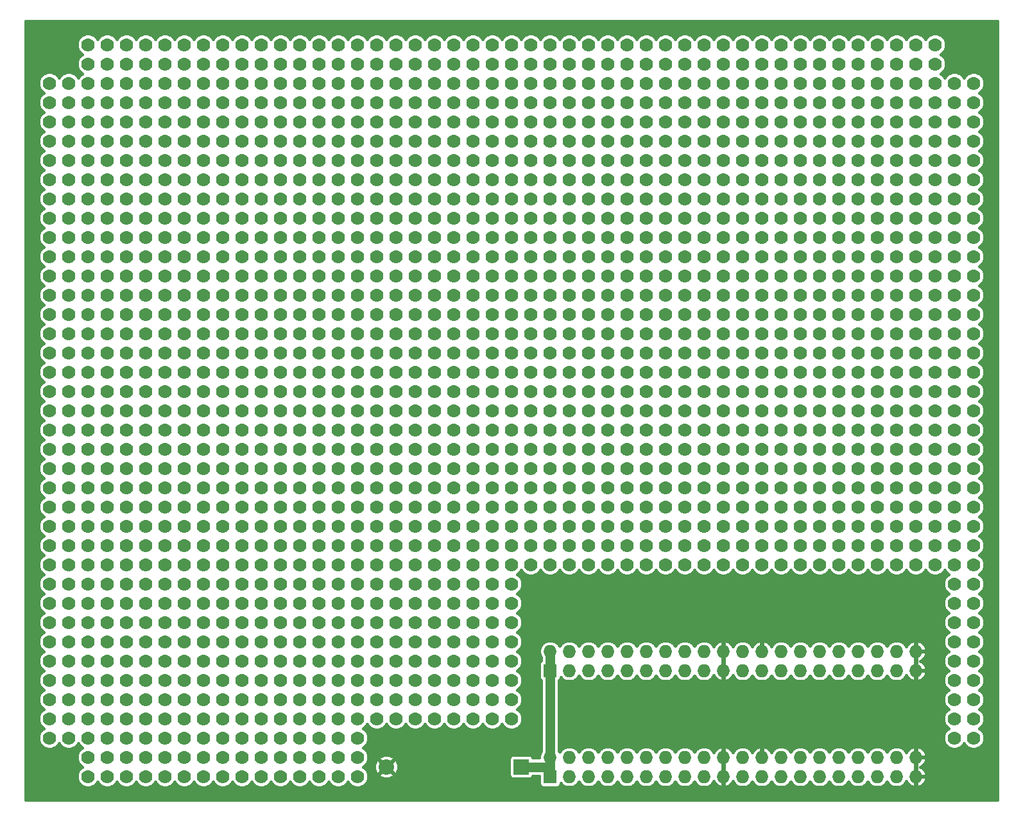
<source format=gbr>
G04 #@! TF.GenerationSoftware,KiCad,Pcbnew,(5.0.1-3-g963ef8bb5)*
G04 #@! TF.CreationDate,2024-01-24T15:10:01-05:00*
G04 #@! TF.ProjectId,gw-glitchbus-proto2,67772D676C697463686275732D70726F,rev?*
G04 #@! TF.SameCoordinates,Original*
G04 #@! TF.FileFunction,Copper,L2,Bot,Signal*
G04 #@! TF.FilePolarity,Positive*
%FSLAX46Y46*%
G04 Gerber Fmt 4.6, Leading zero omitted, Abs format (unit mm)*
G04 Created by KiCad (PCBNEW (5.0.1-3-g963ef8bb5)) date Wednesday, January 24, 2024 at 03:10:01 PM*
%MOMM*%
%LPD*%
G01*
G04 APERTURE LIST*
G04 #@! TA.AperFunction,ComponentPad*
%ADD10C,4.064000*%
G04 #@! TD*
G04 #@! TA.AperFunction,ComponentPad*
%ADD11C,1.778000*%
G04 #@! TD*
G04 #@! TA.AperFunction,ComponentPad*
%ADD12R,1.727200X1.727200*%
G04 #@! TD*
G04 #@! TA.AperFunction,ComponentPad*
%ADD13O,1.727200X1.727200*%
G04 #@! TD*
G04 #@! TA.AperFunction,ComponentPad*
%ADD14R,2.032000X2.032000*%
G04 #@! TD*
G04 #@! TA.AperFunction,ComponentPad*
%ADD15C,2.032000*%
G04 #@! TD*
G04 #@! TA.AperFunction,Conductor*
%ADD16C,1.270000*%
G04 #@! TD*
G04 #@! TA.AperFunction,Conductor*
%ADD17C,0.381000*%
G04 #@! TD*
G04 APERTURE END LIST*
D10*
G04 #@! TO.P,W1,1*
G04 #@! TO.N,GND*
X195580000Y-152400000D03*
G04 #@! TD*
G04 #@! TO.P,W2,1*
G04 #@! TO.N,GND*
X73660000Y-152400000D03*
G04 #@! TD*
G04 #@! TO.P,W3,1*
G04 #@! TO.N,GND*
X73660000Y-55880000D03*
G04 #@! TD*
G04 #@! TO.P,W4,1*
G04 #@! TO.N,GND*
X195580000Y-55880000D03*
G04 #@! TD*
D11*
G04 #@! TO.P,REF\002A\002A,1*
G04 #@! TO.N,N/C*
X111760000Y-152400000D03*
G04 #@! TD*
G04 #@! TO.P,REF\002A\002A,1*
G04 #@! TO.N,N/C*
X96520000Y-149860000D03*
G04 #@! TD*
G04 #@! TO.P,REF\002A\002A,1*
G04 #@! TO.N,N/C*
X86360000Y-152400000D03*
G04 #@! TD*
G04 #@! TO.P,REF\002A\002A,1*
G04 #@! TO.N,N/C*
X104140000Y-149860000D03*
G04 #@! TD*
G04 #@! TO.P,REF\002A\002A,1*
G04 #@! TO.N,N/C*
X104140000Y-152400000D03*
G04 #@! TD*
G04 #@! TO.P,REF\002A\002A,1*
G04 #@! TO.N,N/C*
X106680000Y-152400000D03*
G04 #@! TD*
G04 #@! TO.P,REF\002A\002A,1*
G04 #@! TO.N,N/C*
X81280000Y-149860000D03*
G04 #@! TD*
G04 #@! TO.P,REF\002A\002A,1*
G04 #@! TO.N,N/C*
X114300000Y-152400000D03*
G04 #@! TD*
G04 #@! TO.P,REF\002A\002A,1*
G04 #@! TO.N,N/C*
X93980000Y-149860000D03*
G04 #@! TD*
G04 #@! TO.P,REF\002A\002A,1*
G04 #@! TO.N,N/C*
X91440000Y-149860000D03*
G04 #@! TD*
G04 #@! TO.P,REF\002A\002A,1*
G04 #@! TO.N,N/C*
X109220000Y-152400000D03*
G04 #@! TD*
G04 #@! TO.P,REF\002A\002A,1*
G04 #@! TO.N,N/C*
X106680000Y-149860000D03*
G04 #@! TD*
G04 #@! TO.P,REF\002A\002A,1*
G04 #@! TO.N,N/C*
X99060000Y-152400000D03*
G04 #@! TD*
G04 #@! TO.P,REF\002A\002A,1*
G04 #@! TO.N,N/C*
X109220000Y-149860000D03*
G04 #@! TD*
G04 #@! TO.P,REF\002A\002A,1*
G04 #@! TO.N,N/C*
X88900000Y-152400000D03*
G04 #@! TD*
G04 #@! TO.P,REF\002A\002A,1*
G04 #@! TO.N,N/C*
X83820000Y-149860000D03*
G04 #@! TD*
G04 #@! TO.P,REF\002A\002A,1*
G04 #@! TO.N,N/C*
X78740000Y-149860000D03*
G04 #@! TD*
G04 #@! TO.P,REF\002A\002A,1*
G04 #@! TO.N,N/C*
X101600000Y-152400000D03*
G04 #@! TD*
G04 #@! TO.P,REF\002A\002A,1*
G04 #@! TO.N,N/C*
X81280000Y-152400000D03*
G04 #@! TD*
G04 #@! TO.P,REF\002A\002A,1*
G04 #@! TO.N,N/C*
X99060000Y-149860000D03*
G04 #@! TD*
G04 #@! TO.P,REF\002A\002A,1*
G04 #@! TO.N,N/C*
X93980000Y-152400000D03*
G04 #@! TD*
G04 #@! TO.P,REF\002A\002A,1*
G04 #@! TO.N,N/C*
X111760000Y-149860000D03*
G04 #@! TD*
G04 #@! TO.P,REF\002A\002A,1*
G04 #@! TO.N,N/C*
X114300000Y-149860000D03*
G04 #@! TD*
G04 #@! TO.P,REF\002A\002A,1*
G04 #@! TO.N,N/C*
X91440000Y-152400000D03*
G04 #@! TD*
G04 #@! TO.P,REF\002A\002A,1*
G04 #@! TO.N,N/C*
X88900000Y-149860000D03*
G04 #@! TD*
G04 #@! TO.P,REF\002A\002A,1*
G04 #@! TO.N,N/C*
X86360000Y-149860000D03*
G04 #@! TD*
G04 #@! TO.P,REF\002A\002A,1*
G04 #@! TO.N,N/C*
X96520000Y-152400000D03*
G04 #@! TD*
G04 #@! TO.P,REF\002A\002A,1*
G04 #@! TO.N,N/C*
X83820000Y-152400000D03*
G04 #@! TD*
G04 #@! TO.P,REF\002A\002A,1*
G04 #@! TO.N,N/C*
X78740000Y-152400000D03*
G04 #@! TD*
G04 #@! TO.P,REF\002A\002A,1*
G04 #@! TO.N,N/C*
X101600000Y-149860000D03*
G04 #@! TD*
G04 #@! TO.P,REF\002A\002A,1*
G04 #@! TO.N,N/C*
X193040000Y-144780000D03*
G04 #@! TD*
G04 #@! TO.P,REF\002A\002A,1*
G04 #@! TO.N,N/C*
X195580000Y-147320000D03*
G04 #@! TD*
G04 #@! TO.P,REF\002A\002A,1*
G04 #@! TO.N,N/C*
X193040000Y-142240000D03*
G04 #@! TD*
G04 #@! TO.P,REF\002A\002A,1*
G04 #@! TO.N,N/C*
X193040000Y-139700000D03*
G04 #@! TD*
G04 #@! TO.P,REF\002A\002A,1*
G04 #@! TO.N,N/C*
X195580000Y-144780000D03*
G04 #@! TD*
G04 #@! TO.P,REF\002A\002A,1*
G04 #@! TO.N,N/C*
X195580000Y-142240000D03*
G04 #@! TD*
G04 #@! TO.P,REF\002A\002A,1*
G04 #@! TO.N,N/C*
X195580000Y-139700000D03*
G04 #@! TD*
G04 #@! TO.P,REF\002A\002A,1*
G04 #@! TO.N,N/C*
X193040000Y-147320000D03*
G04 #@! TD*
G04 #@! TO.P,REF\002A\002A,1*
G04 #@! TO.N,N/C*
X88900000Y-144780000D03*
G04 #@! TD*
G04 #@! TO.P,REF\002A\002A,1*
G04 #@! TO.N,N/C*
X91440000Y-147320000D03*
G04 #@! TD*
G04 #@! TO.P,REF\002A\002A,1*
G04 #@! TO.N,N/C*
X114300000Y-144780000D03*
G04 #@! TD*
G04 #@! TO.P,REF\002A\002A,1*
G04 #@! TO.N,N/C*
X114300000Y-147320000D03*
G04 #@! TD*
G04 #@! TO.P,REF\002A\002A,1*
G04 #@! TO.N,N/C*
X121920000Y-144780000D03*
G04 #@! TD*
G04 #@! TO.P,REF\002A\002A,1*
G04 #@! TO.N,N/C*
X81280000Y-144780000D03*
G04 #@! TD*
G04 #@! TO.P,REF\002A\002A,1*
G04 #@! TO.N,N/C*
X78740000Y-142240000D03*
G04 #@! TD*
G04 #@! TO.P,REF\002A\002A,1*
G04 #@! TO.N,N/C*
X109220000Y-144780000D03*
G04 #@! TD*
G04 #@! TO.P,REF\002A\002A,1*
G04 #@! TO.N,N/C*
X99060000Y-147320000D03*
G04 #@! TD*
G04 #@! TO.P,REF\002A\002A,1*
G04 #@! TO.N,N/C*
X99060000Y-142240000D03*
G04 #@! TD*
G04 #@! TO.P,REF\002A\002A,1*
G04 #@! TO.N,N/C*
X134620000Y-139700000D03*
G04 #@! TD*
G04 #@! TO.P,REF\002A\002A,1*
G04 #@! TO.N,N/C*
X111760000Y-139700000D03*
G04 #@! TD*
G04 #@! TO.P,REF\002A\002A,1*
G04 #@! TO.N,N/C*
X121920000Y-139700000D03*
G04 #@! TD*
G04 #@! TO.P,REF\002A\002A,1*
G04 #@! TO.N,N/C*
X119380000Y-139700000D03*
G04 #@! TD*
G04 #@! TO.P,REF\002A\002A,1*
G04 #@! TO.N,N/C*
X76200000Y-139700000D03*
G04 #@! TD*
G04 #@! TO.P,REF\002A\002A,1*
G04 #@! TO.N,N/C*
X96520000Y-147320000D03*
G04 #@! TD*
G04 #@! TO.P,REF\002A\002A,1*
G04 #@! TO.N,N/C*
X86360000Y-144780000D03*
G04 #@! TD*
G04 #@! TO.P,REF\002A\002A,1*
G04 #@! TO.N,N/C*
X78740000Y-139700000D03*
G04 #@! TD*
G04 #@! TO.P,REF\002A\002A,1*
G04 #@! TO.N,N/C*
X83820000Y-139700000D03*
G04 #@! TD*
G04 #@! TO.P,REF\002A\002A,1*
G04 #@! TO.N,N/C*
X111760000Y-147320000D03*
G04 #@! TD*
G04 #@! TO.P,REF\002A\002A,1*
G04 #@! TO.N,N/C*
X81280000Y-142240000D03*
G04 #@! TD*
G04 #@! TO.P,REF\002A\002A,1*
G04 #@! TO.N,N/C*
X134620000Y-144780000D03*
G04 #@! TD*
G04 #@! TO.P,REF\002A\002A,1*
G04 #@! TO.N,N/C*
X96520000Y-144780000D03*
G04 #@! TD*
G04 #@! TO.P,REF\002A\002A,1*
G04 #@! TO.N,N/C*
X127000000Y-142240000D03*
G04 #@! TD*
G04 #@! TO.P,REF\002A\002A,1*
G04 #@! TO.N,N/C*
X129540000Y-142240000D03*
G04 #@! TD*
G04 #@! TO.P,REF\002A\002A,1*
G04 #@! TO.N,N/C*
X129540000Y-144780000D03*
G04 #@! TD*
G04 #@! TO.P,REF\002A\002A,1*
G04 #@! TO.N,N/C*
X134620000Y-142240000D03*
G04 #@! TD*
G04 #@! TO.P,REF\002A\002A,1*
G04 #@! TO.N,N/C*
X132080000Y-139700000D03*
G04 #@! TD*
G04 #@! TO.P,REF\002A\002A,1*
G04 #@! TO.N,N/C*
X129540000Y-139700000D03*
G04 #@! TD*
G04 #@! TO.P,REF\002A\002A,1*
G04 #@! TO.N,N/C*
X73660000Y-147320000D03*
G04 #@! TD*
G04 #@! TO.P,REF\002A\002A,1*
G04 #@! TO.N,N/C*
X93980000Y-147320000D03*
G04 #@! TD*
G04 #@! TO.P,REF\002A\002A,1*
G04 #@! TO.N,N/C*
X132080000Y-142240000D03*
G04 #@! TD*
G04 #@! TO.P,REF\002A\002A,1*
G04 #@! TO.N,N/C*
X114300000Y-142240000D03*
G04 #@! TD*
G04 #@! TO.P,REF\002A\002A,1*
G04 #@! TO.N,N/C*
X132080000Y-144780000D03*
G04 #@! TD*
G04 #@! TO.P,REF\002A\002A,1*
G04 #@! TO.N,N/C*
X93980000Y-144780000D03*
G04 #@! TD*
G04 #@! TO.P,REF\002A\002A,1*
G04 #@! TO.N,N/C*
X86360000Y-147320000D03*
G04 #@! TD*
G04 #@! TO.P,REF\002A\002A,1*
G04 #@! TO.N,N/C*
X96520000Y-142240000D03*
G04 #@! TD*
G04 #@! TO.P,REF\002A\002A,1*
G04 #@! TO.N,N/C*
X86360000Y-139700000D03*
G04 #@! TD*
G04 #@! TO.P,REF\002A\002A,1*
G04 #@! TO.N,N/C*
X101600000Y-139700000D03*
G04 #@! TD*
G04 #@! TO.P,REF\002A\002A,1*
G04 #@! TO.N,N/C*
X104140000Y-139700000D03*
G04 #@! TD*
G04 #@! TO.P,REF\002A\002A,1*
G04 #@! TO.N,N/C*
X99060000Y-139700000D03*
G04 #@! TD*
G04 #@! TO.P,REF\002A\002A,1*
G04 #@! TO.N,N/C*
X106680000Y-147320000D03*
G04 #@! TD*
G04 #@! TO.P,REF\002A\002A,1*
G04 #@! TO.N,N/C*
X127000000Y-144780000D03*
G04 #@! TD*
G04 #@! TO.P,REF\002A\002A,1*
G04 #@! TO.N,N/C*
X73660000Y-139700000D03*
G04 #@! TD*
G04 #@! TO.P,REF\002A\002A,1*
G04 #@! TO.N,N/C*
X76200000Y-144780000D03*
G04 #@! TD*
G04 #@! TO.P,REF\002A\002A,1*
G04 #@! TO.N,N/C*
X106680000Y-144780000D03*
G04 #@! TD*
G04 #@! TO.P,REF\002A\002A,1*
G04 #@! TO.N,N/C*
X109220000Y-147320000D03*
G04 #@! TD*
G04 #@! TO.P,REF\002A\002A,1*
G04 #@! TO.N,N/C*
X91440000Y-144780000D03*
G04 #@! TD*
G04 #@! TO.P,REF\002A\002A,1*
G04 #@! TO.N,N/C*
X88900000Y-142240000D03*
G04 #@! TD*
G04 #@! TO.P,REF\002A\002A,1*
G04 #@! TO.N,N/C*
X99060000Y-144780000D03*
G04 #@! TD*
G04 #@! TO.P,REF\002A\002A,1*
G04 #@! TO.N,N/C*
X81280000Y-147320000D03*
G04 #@! TD*
G04 #@! TO.P,REF\002A\002A,1*
G04 #@! TO.N,N/C*
X124460000Y-139700000D03*
G04 #@! TD*
G04 #@! TO.P,REF\002A\002A,1*
G04 #@! TO.N,N/C*
X91440000Y-139700000D03*
G04 #@! TD*
G04 #@! TO.P,REF\002A\002A,1*
G04 #@! TO.N,N/C*
X111760000Y-142240000D03*
G04 #@! TD*
G04 #@! TO.P,REF\002A\002A,1*
G04 #@! TO.N,N/C*
X119380000Y-144780000D03*
G04 #@! TD*
G04 #@! TO.P,REF\002A\002A,1*
G04 #@! TO.N,N/C*
X104140000Y-142240000D03*
G04 #@! TD*
G04 #@! TO.P,REF\002A\002A,1*
G04 #@! TO.N,N/C*
X78740000Y-147320000D03*
G04 #@! TD*
G04 #@! TO.P,REF\002A\002A,1*
G04 #@! TO.N,N/C*
X83820000Y-147320000D03*
G04 #@! TD*
G04 #@! TO.P,REF\002A\002A,1*
G04 #@! TO.N,N/C*
X86360000Y-142240000D03*
G04 #@! TD*
G04 #@! TO.P,REF\002A\002A,1*
G04 #@! TO.N,N/C*
X114300000Y-139700000D03*
G04 #@! TD*
G04 #@! TO.P,REF\002A\002A,1*
G04 #@! TO.N,N/C*
X109220000Y-139700000D03*
G04 #@! TD*
G04 #@! TO.P,REF\002A\002A,1*
G04 #@! TO.N,N/C*
X101600000Y-147320000D03*
G04 #@! TD*
G04 #@! TO.P,REF\002A\002A,1*
G04 #@! TO.N,N/C*
X78740000Y-144780000D03*
G04 #@! TD*
G04 #@! TO.P,REF\002A\002A,1*
G04 #@! TO.N,N/C*
X83820000Y-144780000D03*
G04 #@! TD*
G04 #@! TO.P,REF\002A\002A,1*
G04 #@! TO.N,N/C*
X106680000Y-142240000D03*
G04 #@! TD*
G04 #@! TO.P,REF\002A\002A,1*
G04 #@! TO.N,N/C*
X104140000Y-147320000D03*
G04 #@! TD*
G04 #@! TO.P,REF\002A\002A,1*
G04 #@! TO.N,N/C*
X109220000Y-142240000D03*
G04 #@! TD*
G04 #@! TO.P,REF\002A\002A,1*
G04 #@! TO.N,N/C*
X73660000Y-144780000D03*
G04 #@! TD*
G04 #@! TO.P,REF\002A\002A,1*
G04 #@! TO.N,N/C*
X76200000Y-147320000D03*
G04 #@! TD*
G04 #@! TO.P,REF\002A\002A,1*
G04 #@! TO.N,N/C*
X73660000Y-142240000D03*
G04 #@! TD*
G04 #@! TO.P,REF\002A\002A,1*
G04 #@! TO.N,N/C*
X88900000Y-139700000D03*
G04 #@! TD*
G04 #@! TO.P,REF\002A\002A,1*
G04 #@! TO.N,N/C*
X93980000Y-139700000D03*
G04 #@! TD*
G04 #@! TO.P,REF\002A\002A,1*
G04 #@! TO.N,N/C*
X106680000Y-139700000D03*
G04 #@! TD*
G04 #@! TO.P,REF\002A\002A,1*
G04 #@! TO.N,N/C*
X96520000Y-139700000D03*
G04 #@! TD*
G04 #@! TO.P,REF\002A\002A,1*
G04 #@! TO.N,N/C*
X127000000Y-139700000D03*
G04 #@! TD*
G04 #@! TO.P,REF\002A\002A,1*
G04 #@! TO.N,N/C*
X116840000Y-139700000D03*
G04 #@! TD*
G04 #@! TO.P,REF\002A\002A,1*
G04 #@! TO.N,N/C*
X91440000Y-142240000D03*
G04 #@! TD*
G04 #@! TO.P,REF\002A\002A,1*
G04 #@! TO.N,N/C*
X101600000Y-144780000D03*
G04 #@! TD*
G04 #@! TO.P,REF\002A\002A,1*
G04 #@! TO.N,N/C*
X83820000Y-142240000D03*
G04 #@! TD*
G04 #@! TO.P,REF\002A\002A,1*
G04 #@! TO.N,N/C*
X116840000Y-142240000D03*
G04 #@! TD*
G04 #@! TO.P,REF\002A\002A,1*
G04 #@! TO.N,N/C*
X121920000Y-142240000D03*
G04 #@! TD*
G04 #@! TO.P,REF\002A\002A,1*
G04 #@! TO.N,N/C*
X116840000Y-144780000D03*
G04 #@! TD*
G04 #@! TO.P,REF\002A\002A,1*
G04 #@! TO.N,N/C*
X101600000Y-142240000D03*
G04 #@! TD*
G04 #@! TO.P,REF\002A\002A,1*
G04 #@! TO.N,N/C*
X119380000Y-142240000D03*
G04 #@! TD*
G04 #@! TO.P,REF\002A\002A,1*
G04 #@! TO.N,N/C*
X111760000Y-144780000D03*
G04 #@! TD*
G04 #@! TO.P,REF\002A\002A,1*
G04 #@! TO.N,N/C*
X93980000Y-142240000D03*
G04 #@! TD*
G04 #@! TO.P,REF\002A\002A,1*
G04 #@! TO.N,N/C*
X76200000Y-142240000D03*
G04 #@! TD*
G04 #@! TO.P,REF\002A\002A,1*
G04 #@! TO.N,N/C*
X124460000Y-142240000D03*
G04 #@! TD*
G04 #@! TO.P,REF\002A\002A,1*
G04 #@! TO.N,N/C*
X104140000Y-144780000D03*
G04 #@! TD*
G04 #@! TO.P,REF\002A\002A,1*
G04 #@! TO.N,N/C*
X88900000Y-147320000D03*
G04 #@! TD*
G04 #@! TO.P,REF\002A\002A,1*
G04 #@! TO.N,N/C*
X124460000Y-144780000D03*
G04 #@! TD*
G04 #@! TO.P,REF\002A\002A,1*
G04 #@! TO.N,N/C*
X81280000Y-139700000D03*
G04 #@! TD*
G04 #@! TO.P,REF\002A\002A,1*
G04 #@! TO.N,N/C*
X73660000Y-60960000D03*
G04 #@! TD*
G04 #@! TO.P,REF\002A\002A,1*
G04 #@! TO.N,N/C*
X76200000Y-63500000D03*
G04 #@! TD*
G04 #@! TO.P,REF\002A\002A,1*
G04 #@! TO.N,N/C*
X76200000Y-66040000D03*
G04 #@! TD*
G04 #@! TO.P,REF\002A\002A,1*
G04 #@! TO.N,N/C*
X76200000Y-93980000D03*
G04 #@! TD*
G04 #@! TO.P,REF\002A\002A,1*
G04 #@! TO.N,N/C*
X73660000Y-114300000D03*
G04 #@! TD*
G04 #@! TO.P,REF\002A\002A,1*
G04 #@! TO.N,N/C*
X73660000Y-109220000D03*
G04 #@! TD*
G04 #@! TO.P,REF\002A\002A,1*
G04 #@! TO.N,N/C*
X76200000Y-60960000D03*
G04 #@! TD*
G04 #@! TO.P,REF\002A\002A,1*
G04 #@! TO.N,N/C*
X76200000Y-96520000D03*
G04 #@! TD*
G04 #@! TO.P,REF\002A\002A,1*
G04 #@! TO.N,N/C*
X73660000Y-76200000D03*
G04 #@! TD*
G04 #@! TO.P,REF\002A\002A,1*
G04 #@! TO.N,N/C*
X73660000Y-104140000D03*
G04 #@! TD*
G04 #@! TO.P,REF\002A\002A,1*
G04 #@! TO.N,N/C*
X76200000Y-116840000D03*
G04 #@! TD*
G04 #@! TO.P,REF\002A\002A,1*
G04 #@! TO.N,N/C*
X73660000Y-78740000D03*
G04 #@! TD*
G04 #@! TO.P,REF\002A\002A,1*
G04 #@! TO.N,N/C*
X73660000Y-91440000D03*
G04 #@! TD*
G04 #@! TO.P,REF\002A\002A,1*
G04 #@! TO.N,N/C*
X76200000Y-104140000D03*
G04 #@! TD*
G04 #@! TO.P,REF\002A\002A,1*
G04 #@! TO.N,N/C*
X76200000Y-76200000D03*
G04 #@! TD*
G04 #@! TO.P,REF\002A\002A,1*
G04 #@! TO.N,N/C*
X73660000Y-134620000D03*
G04 #@! TD*
G04 #@! TO.P,REF\002A\002A,1*
G04 #@! TO.N,N/C*
X76200000Y-137160000D03*
G04 #@! TD*
G04 #@! TO.P,REF\002A\002A,1*
G04 #@! TO.N,N/C*
X73660000Y-132080000D03*
G04 #@! TD*
G04 #@! TO.P,REF\002A\002A,1*
G04 #@! TO.N,N/C*
X73660000Y-121920000D03*
G04 #@! TD*
G04 #@! TO.P,REF\002A\002A,1*
G04 #@! TO.N,N/C*
X73660000Y-111760000D03*
G04 #@! TD*
G04 #@! TO.P,REF\002A\002A,1*
G04 #@! TO.N,N/C*
X76200000Y-114300000D03*
G04 #@! TD*
G04 #@! TO.P,REF\002A\002A,1*
G04 #@! TO.N,N/C*
X73660000Y-81280000D03*
G04 #@! TD*
G04 #@! TO.P,REF\002A\002A,1*
G04 #@! TO.N,N/C*
X76200000Y-127000000D03*
G04 #@! TD*
G04 #@! TO.P,REF\002A\002A,1*
G04 #@! TO.N,N/C*
X76200000Y-119380000D03*
G04 #@! TD*
G04 #@! TO.P,REF\002A\002A,1*
G04 #@! TO.N,N/C*
X73660000Y-129540000D03*
G04 #@! TD*
G04 #@! TO.P,REF\002A\002A,1*
G04 #@! TO.N,N/C*
X76200000Y-134620000D03*
G04 #@! TD*
G04 #@! TO.P,REF\002A\002A,1*
G04 #@! TO.N,N/C*
X76200000Y-132080000D03*
G04 #@! TD*
G04 #@! TO.P,REF\002A\002A,1*
G04 #@! TO.N,N/C*
X73660000Y-66040000D03*
G04 #@! TD*
G04 #@! TO.P,REF\002A\002A,1*
G04 #@! TO.N,N/C*
X76200000Y-78740000D03*
G04 #@! TD*
G04 #@! TO.P,REF\002A\002A,1*
G04 #@! TO.N,N/C*
X73660000Y-63500000D03*
G04 #@! TD*
G04 #@! TO.P,REF\002A\002A,1*
G04 #@! TO.N,N/C*
X73660000Y-99060000D03*
G04 #@! TD*
G04 #@! TO.P,REF\002A\002A,1*
G04 #@! TO.N,N/C*
X73660000Y-93980000D03*
G04 #@! TD*
G04 #@! TO.P,REF\002A\002A,1*
G04 #@! TO.N,N/C*
X73660000Y-88900000D03*
G04 #@! TD*
G04 #@! TO.P,REF\002A\002A,1*
G04 #@! TO.N,N/C*
X76200000Y-91440000D03*
G04 #@! TD*
G04 #@! TO.P,REF\002A\002A,1*
G04 #@! TO.N,N/C*
X76200000Y-71120000D03*
G04 #@! TD*
G04 #@! TO.P,REF\002A\002A,1*
G04 #@! TO.N,N/C*
X76200000Y-68580000D03*
G04 #@! TD*
G04 #@! TO.P,REF\002A\002A,1*
G04 #@! TO.N,N/C*
X76200000Y-73660000D03*
G04 #@! TD*
G04 #@! TO.P,REF\002A\002A,1*
G04 #@! TO.N,N/C*
X73660000Y-101600000D03*
G04 #@! TD*
G04 #@! TO.P,REF\002A\002A,1*
G04 #@! TO.N,N/C*
X76200000Y-88900000D03*
G04 #@! TD*
G04 #@! TO.P,REF\002A\002A,1*
G04 #@! TO.N,N/C*
X73660000Y-73660000D03*
G04 #@! TD*
G04 #@! TO.P,REF\002A\002A,1*
G04 #@! TO.N,N/C*
X76200000Y-101600000D03*
G04 #@! TD*
G04 #@! TO.P,REF\002A\002A,1*
G04 #@! TO.N,N/C*
X73660000Y-86360000D03*
G04 #@! TD*
G04 #@! TO.P,REF\002A\002A,1*
G04 #@! TO.N,N/C*
X73660000Y-83820000D03*
G04 #@! TD*
G04 #@! TO.P,REF\002A\002A,1*
G04 #@! TO.N,N/C*
X73660000Y-106680000D03*
G04 #@! TD*
G04 #@! TO.P,REF\002A\002A,1*
G04 #@! TO.N,N/C*
X76200000Y-111760000D03*
G04 #@! TD*
G04 #@! TO.P,REF\002A\002A,1*
G04 #@! TO.N,N/C*
X73660000Y-116840000D03*
G04 #@! TD*
G04 #@! TO.P,REF\002A\002A,1*
G04 #@! TO.N,N/C*
X76200000Y-83820000D03*
G04 #@! TD*
G04 #@! TO.P,REF\002A\002A,1*
G04 #@! TO.N,N/C*
X76200000Y-109220000D03*
G04 #@! TD*
G04 #@! TO.P,REF\002A\002A,1*
G04 #@! TO.N,N/C*
X73660000Y-71120000D03*
G04 #@! TD*
G04 #@! TO.P,REF\002A\002A,1*
G04 #@! TO.N,N/C*
X73660000Y-127000000D03*
G04 #@! TD*
G04 #@! TO.P,REF\002A\002A,1*
G04 #@! TO.N,N/C*
X76200000Y-129540000D03*
G04 #@! TD*
G04 #@! TO.P,REF\002A\002A,1*
G04 #@! TO.N,N/C*
X76200000Y-121920000D03*
G04 #@! TD*
G04 #@! TO.P,REF\002A\002A,1*
G04 #@! TO.N,N/C*
X76200000Y-106680000D03*
G04 #@! TD*
G04 #@! TO.P,REF\002A\002A,1*
G04 #@! TO.N,N/C*
X73660000Y-137160000D03*
G04 #@! TD*
G04 #@! TO.P,REF\002A\002A,1*
G04 #@! TO.N,N/C*
X73660000Y-68580000D03*
G04 #@! TD*
G04 #@! TO.P,REF\002A\002A,1*
G04 #@! TO.N,N/C*
X76200000Y-86360000D03*
G04 #@! TD*
G04 #@! TO.P,REF\002A\002A,1*
G04 #@! TO.N,N/C*
X76200000Y-81280000D03*
G04 #@! TD*
G04 #@! TO.P,REF\002A\002A,1*
G04 #@! TO.N,N/C*
X76200000Y-99060000D03*
G04 #@! TD*
G04 #@! TO.P,REF\002A\002A,1*
G04 #@! TO.N,N/C*
X76200000Y-124460000D03*
G04 #@! TD*
G04 #@! TO.P,REF\002A\002A,1*
G04 #@! TO.N,N/C*
X73660000Y-96520000D03*
G04 #@! TD*
G04 #@! TO.P,REF\002A\002A,1*
G04 #@! TO.N,N/C*
X73660000Y-124460000D03*
G04 #@! TD*
G04 #@! TO.P,REF\002A\002A,1*
G04 #@! TO.N,N/C*
X73660000Y-119380000D03*
G04 #@! TD*
G04 #@! TO.P,REF\002A\002A,1*
G04 #@! TO.N,N/C*
X193040000Y-132080000D03*
G04 #@! TD*
G04 #@! TO.P,REF\002A\002A,1*
G04 #@! TO.N,N/C*
X193040000Y-121920000D03*
G04 #@! TD*
G04 #@! TO.P,REF\002A\002A,1*
G04 #@! TO.N,N/C*
X193040000Y-111760000D03*
G04 #@! TD*
G04 #@! TO.P,REF\002A\002A,1*
G04 #@! TO.N,N/C*
X195580000Y-114300000D03*
G04 #@! TD*
G04 #@! TO.P,REF\002A\002A,1*
G04 #@! TO.N,N/C*
X195580000Y-116840000D03*
G04 #@! TD*
G04 #@! TO.P,REF\002A\002A,1*
G04 #@! TO.N,N/C*
X193040000Y-78740000D03*
G04 #@! TD*
G04 #@! TO.P,REF\002A\002A,1*
G04 #@! TO.N,N/C*
X193040000Y-91440000D03*
G04 #@! TD*
G04 #@! TO.P,REF\002A\002A,1*
G04 #@! TO.N,N/C*
X195580000Y-104140000D03*
G04 #@! TD*
G04 #@! TO.P,REF\002A\002A,1*
G04 #@! TO.N,N/C*
X195580000Y-76200000D03*
G04 #@! TD*
G04 #@! TO.P,REF\002A\002A,1*
G04 #@! TO.N,N/C*
X193040000Y-134620000D03*
G04 #@! TD*
G04 #@! TO.P,REF\002A\002A,1*
G04 #@! TO.N,N/C*
X195580000Y-137160000D03*
G04 #@! TD*
G04 #@! TO.P,REF\002A\002A,1*
G04 #@! TO.N,N/C*
X193040000Y-73660000D03*
G04 #@! TD*
G04 #@! TO.P,REF\002A\002A,1*
G04 #@! TO.N,N/C*
X195580000Y-101600000D03*
G04 #@! TD*
G04 #@! TO.P,REF\002A\002A,1*
G04 #@! TO.N,N/C*
X193040000Y-86360000D03*
G04 #@! TD*
G04 #@! TO.P,REF\002A\002A,1*
G04 #@! TO.N,N/C*
X193040000Y-83820000D03*
G04 #@! TD*
G04 #@! TO.P,REF\002A\002A,1*
G04 #@! TO.N,N/C*
X193040000Y-106680000D03*
G04 #@! TD*
G04 #@! TO.P,REF\002A\002A,1*
G04 #@! TO.N,N/C*
X195580000Y-111760000D03*
G04 #@! TD*
G04 #@! TO.P,REF\002A\002A,1*
G04 #@! TO.N,N/C*
X193040000Y-116840000D03*
G04 #@! TD*
G04 #@! TO.P,REF\002A\002A,1*
G04 #@! TO.N,N/C*
X195580000Y-127000000D03*
G04 #@! TD*
G04 #@! TO.P,REF\002A\002A,1*
G04 #@! TO.N,N/C*
X195580000Y-119380000D03*
G04 #@! TD*
G04 #@! TO.P,REF\002A\002A,1*
G04 #@! TO.N,N/C*
X193040000Y-129540000D03*
G04 #@! TD*
G04 #@! TO.P,REF\002A\002A,1*
G04 #@! TO.N,N/C*
X195580000Y-134620000D03*
G04 #@! TD*
G04 #@! TO.P,REF\002A\002A,1*
G04 #@! TO.N,N/C*
X195580000Y-132080000D03*
G04 #@! TD*
G04 #@! TO.P,REF\002A\002A,1*
G04 #@! TO.N,N/C*
X193040000Y-127000000D03*
G04 #@! TD*
G04 #@! TO.P,REF\002A\002A,1*
G04 #@! TO.N,N/C*
X195580000Y-129540000D03*
G04 #@! TD*
G04 #@! TO.P,REF\002A\002A,1*
G04 #@! TO.N,N/C*
X195580000Y-121920000D03*
G04 #@! TD*
G04 #@! TO.P,REF\002A\002A,1*
G04 #@! TO.N,N/C*
X195580000Y-106680000D03*
G04 #@! TD*
G04 #@! TO.P,REF\002A\002A,1*
G04 #@! TO.N,N/C*
X193040000Y-137160000D03*
G04 #@! TD*
G04 #@! TO.P,REF\002A\002A,1*
G04 #@! TO.N,N/C*
X193040000Y-66040000D03*
G04 #@! TD*
G04 #@! TO.P,REF\002A\002A,1*
G04 #@! TO.N,N/C*
X195580000Y-78740000D03*
G04 #@! TD*
G04 #@! TO.P,REF\002A\002A,1*
G04 #@! TO.N,N/C*
X193040000Y-63500000D03*
G04 #@! TD*
G04 #@! TO.P,REF\002A\002A,1*
G04 #@! TO.N,N/C*
X193040000Y-99060000D03*
G04 #@! TD*
G04 #@! TO.P,REF\002A\002A,1*
G04 #@! TO.N,N/C*
X193040000Y-93980000D03*
G04 #@! TD*
G04 #@! TO.P,REF\002A\002A,1*
G04 #@! TO.N,N/C*
X193040000Y-88900000D03*
G04 #@! TD*
G04 #@! TO.P,REF\002A\002A,1*
G04 #@! TO.N,N/C*
X195580000Y-91440000D03*
G04 #@! TD*
G04 #@! TO.P,REF\002A\002A,1*
G04 #@! TO.N,N/C*
X195580000Y-71120000D03*
G04 #@! TD*
G04 #@! TO.P,REF\002A\002A,1*
G04 #@! TO.N,N/C*
X195580000Y-68580000D03*
G04 #@! TD*
G04 #@! TO.P,REF\002A\002A,1*
G04 #@! TO.N,N/C*
X195580000Y-66040000D03*
G04 #@! TD*
G04 #@! TO.P,REF\002A\002A,1*
G04 #@! TO.N,N/C*
X195580000Y-93980000D03*
G04 #@! TD*
G04 #@! TO.P,REF\002A\002A,1*
G04 #@! TO.N,N/C*
X193040000Y-114300000D03*
G04 #@! TD*
G04 #@! TO.P,REF\002A\002A,1*
G04 #@! TO.N,N/C*
X195580000Y-96520000D03*
G04 #@! TD*
G04 #@! TO.P,REF\002A\002A,1*
G04 #@! TO.N,N/C*
X193040000Y-76200000D03*
G04 #@! TD*
G04 #@! TO.P,REF\002A\002A,1*
G04 #@! TO.N,N/C*
X193040000Y-104140000D03*
G04 #@! TD*
G04 #@! TO.P,REF\002A\002A,1*
G04 #@! TO.N,N/C*
X195580000Y-83820000D03*
G04 #@! TD*
G04 #@! TO.P,REF\002A\002A,1*
G04 #@! TO.N,N/C*
X195580000Y-109220000D03*
G04 #@! TD*
G04 #@! TO.P,REF\002A\002A,1*
G04 #@! TO.N,N/C*
X193040000Y-71120000D03*
G04 #@! TD*
G04 #@! TO.P,REF\002A\002A,1*
G04 #@! TO.N,N/C*
X195580000Y-86360000D03*
G04 #@! TD*
G04 #@! TO.P,REF\002A\002A,1*
G04 #@! TO.N,N/C*
X195580000Y-81280000D03*
G04 #@! TD*
G04 #@! TO.P,REF\002A\002A,1*
G04 #@! TO.N,N/C*
X195580000Y-99060000D03*
G04 #@! TD*
G04 #@! TO.P,REF\002A\002A,1*
G04 #@! TO.N,N/C*
X193040000Y-124460000D03*
G04 #@! TD*
G04 #@! TO.P,REF\002A\002A,1*
G04 #@! TO.N,N/C*
X193040000Y-119380000D03*
G04 #@! TD*
G04 #@! TO.P,REF\002A\002A,1*
G04 #@! TO.N,N/C*
X195580000Y-124460000D03*
G04 #@! TD*
G04 #@! TO.P,REF\002A\002A,1*
G04 #@! TO.N,N/C*
X193040000Y-96520000D03*
G04 #@! TD*
G04 #@! TO.P,REF\002A\002A,1*
G04 #@! TO.N,N/C*
X195580000Y-73660000D03*
G04 #@! TD*
G04 #@! TO.P,REF\002A\002A,1*
G04 #@! TO.N,N/C*
X193040000Y-101600000D03*
G04 #@! TD*
G04 #@! TO.P,REF\002A\002A,1*
G04 #@! TO.N,N/C*
X193040000Y-109220000D03*
G04 #@! TD*
G04 #@! TO.P,REF\002A\002A,1*
G04 #@! TO.N,N/C*
X195580000Y-60960000D03*
G04 #@! TD*
G04 #@! TO.P,REF\002A\002A,1*
G04 #@! TO.N,N/C*
X193040000Y-60960000D03*
G04 #@! TD*
G04 #@! TO.P,REF\002A\002A,1*
G04 #@! TO.N,N/C*
X195580000Y-63500000D03*
G04 #@! TD*
G04 #@! TO.P,REF\002A\002A,1*
G04 #@! TO.N,N/C*
X193040000Y-81280000D03*
G04 #@! TD*
G04 #@! TO.P,REF\002A\002A,1*
G04 #@! TO.N,N/C*
X193040000Y-68580000D03*
G04 #@! TD*
G04 #@! TO.P,REF\002A\002A,1*
G04 #@! TO.N,N/C*
X195580000Y-88900000D03*
G04 #@! TD*
G04 #@! TO.P,REF\002A\002A,1*
G04 #@! TO.N,N/C*
X124460000Y-132080000D03*
G04 #@! TD*
G04 #@! TO.P,REF\002A\002A,1*
G04 #@! TO.N,N/C*
X91440000Y-132080000D03*
G04 #@! TD*
G04 #@! TO.P,REF\002A\002A,1*
G04 #@! TO.N,N/C*
X134620000Y-137160000D03*
G04 #@! TD*
G04 #@! TO.P,REF\002A\002A,1*
G04 #@! TO.N,N/C*
X101600000Y-134620000D03*
G04 #@! TD*
G04 #@! TO.P,REF\002A\002A,1*
G04 #@! TO.N,N/C*
X83820000Y-132080000D03*
G04 #@! TD*
G04 #@! TO.P,REF\002A\002A,1*
G04 #@! TO.N,N/C*
X116840000Y-132080000D03*
G04 #@! TD*
G04 #@! TO.P,REF\002A\002A,1*
G04 #@! TO.N,N/C*
X121920000Y-132080000D03*
G04 #@! TD*
G04 #@! TO.P,REF\002A\002A,1*
G04 #@! TO.N,N/C*
X116840000Y-134620000D03*
G04 #@! TD*
G04 #@! TO.P,REF\002A\002A,1*
G04 #@! TO.N,N/C*
X101600000Y-132080000D03*
G04 #@! TD*
G04 #@! TO.P,REF\002A\002A,1*
G04 #@! TO.N,N/C*
X119380000Y-132080000D03*
G04 #@! TD*
G04 #@! TO.P,REF\002A\002A,1*
G04 #@! TO.N,N/C*
X111760000Y-134620000D03*
G04 #@! TD*
G04 #@! TO.P,REF\002A\002A,1*
G04 #@! TO.N,N/C*
X93980000Y-132080000D03*
G04 #@! TD*
G04 #@! TO.P,REF\002A\002A,1*
G04 #@! TO.N,N/C*
X111760000Y-137160000D03*
G04 #@! TD*
G04 #@! TO.P,REF\002A\002A,1*
G04 #@! TO.N,N/C*
X121920000Y-137160000D03*
G04 #@! TD*
G04 #@! TO.P,REF\002A\002A,1*
G04 #@! TO.N,N/C*
X81280000Y-132080000D03*
G04 #@! TD*
G04 #@! TO.P,REF\002A\002A,1*
G04 #@! TO.N,N/C*
X134620000Y-134620000D03*
G04 #@! TD*
G04 #@! TO.P,REF\002A\002A,1*
G04 #@! TO.N,N/C*
X119380000Y-137160000D03*
G04 #@! TD*
G04 #@! TO.P,REF\002A\002A,1*
G04 #@! TO.N,N/C*
X96520000Y-134620000D03*
G04 #@! TD*
G04 #@! TO.P,REF\002A\002A,1*
G04 #@! TO.N,N/C*
X127000000Y-132080000D03*
G04 #@! TD*
G04 #@! TO.P,REF\002A\002A,1*
G04 #@! TO.N,N/C*
X129540000Y-132080000D03*
G04 #@! TD*
G04 #@! TO.P,REF\002A\002A,1*
G04 #@! TO.N,N/C*
X129540000Y-134620000D03*
G04 #@! TD*
G04 #@! TO.P,REF\002A\002A,1*
G04 #@! TO.N,N/C*
X134620000Y-132080000D03*
G04 #@! TD*
G04 #@! TO.P,REF\002A\002A,1*
G04 #@! TO.N,N/C*
X111760000Y-132080000D03*
G04 #@! TD*
G04 #@! TO.P,REF\002A\002A,1*
G04 #@! TO.N,N/C*
X119380000Y-134620000D03*
G04 #@! TD*
G04 #@! TO.P,REF\002A\002A,1*
G04 #@! TO.N,N/C*
X104140000Y-132080000D03*
G04 #@! TD*
G04 #@! TO.P,REF\002A\002A,1*
G04 #@! TO.N,N/C*
X78740000Y-137160000D03*
G04 #@! TD*
G04 #@! TO.P,REF\002A\002A,1*
G04 #@! TO.N,N/C*
X83820000Y-137160000D03*
G04 #@! TD*
G04 #@! TO.P,REF\002A\002A,1*
G04 #@! TO.N,N/C*
X86360000Y-132080000D03*
G04 #@! TD*
G04 #@! TO.P,REF\002A\002A,1*
G04 #@! TO.N,N/C*
X114300000Y-132080000D03*
G04 #@! TD*
G04 #@! TO.P,REF\002A\002A,1*
G04 #@! TO.N,N/C*
X132080000Y-137160000D03*
G04 #@! TD*
G04 #@! TO.P,REF\002A\002A,1*
G04 #@! TO.N,N/C*
X132080000Y-134620000D03*
G04 #@! TD*
G04 #@! TO.P,REF\002A\002A,1*
G04 #@! TO.N,N/C*
X129540000Y-137160000D03*
G04 #@! TD*
G04 #@! TO.P,REF\002A\002A,1*
G04 #@! TO.N,N/C*
X93980000Y-134620000D03*
G04 #@! TD*
G04 #@! TO.P,REF\002A\002A,1*
G04 #@! TO.N,N/C*
X86360000Y-137160000D03*
G04 #@! TD*
G04 #@! TO.P,REF\002A\002A,1*
G04 #@! TO.N,N/C*
X96520000Y-132080000D03*
G04 #@! TD*
G04 #@! TO.P,REF\002A\002A,1*
G04 #@! TO.N,N/C*
X101600000Y-137160000D03*
G04 #@! TD*
G04 #@! TO.P,REF\002A\002A,1*
G04 #@! TO.N,N/C*
X78740000Y-134620000D03*
G04 #@! TD*
G04 #@! TO.P,REF\002A\002A,1*
G04 #@! TO.N,N/C*
X83820000Y-134620000D03*
G04 #@! TD*
G04 #@! TO.P,REF\002A\002A,1*
G04 #@! TO.N,N/C*
X106680000Y-132080000D03*
G04 #@! TD*
G04 #@! TO.P,REF\002A\002A,1*
G04 #@! TO.N,N/C*
X104140000Y-137160000D03*
G04 #@! TD*
G04 #@! TO.P,REF\002A\002A,1*
G04 #@! TO.N,N/C*
X109220000Y-134620000D03*
G04 #@! TD*
G04 #@! TO.P,REF\002A\002A,1*
G04 #@! TO.N,N/C*
X99060000Y-137160000D03*
G04 #@! TD*
G04 #@! TO.P,REF\002A\002A,1*
G04 #@! TO.N,N/C*
X99060000Y-132080000D03*
G04 #@! TD*
G04 #@! TO.P,REF\002A\002A,1*
G04 #@! TO.N,N/C*
X124460000Y-137160000D03*
G04 #@! TD*
G04 #@! TO.P,REF\002A\002A,1*
G04 #@! TO.N,N/C*
X88900000Y-134620000D03*
G04 #@! TD*
G04 #@! TO.P,REF\002A\002A,1*
G04 #@! TO.N,N/C*
X91440000Y-137160000D03*
G04 #@! TD*
G04 #@! TO.P,REF\002A\002A,1*
G04 #@! TO.N,N/C*
X114300000Y-134620000D03*
G04 #@! TD*
G04 #@! TO.P,REF\002A\002A,1*
G04 #@! TO.N,N/C*
X114300000Y-137160000D03*
G04 #@! TD*
G04 #@! TO.P,REF\002A\002A,1*
G04 #@! TO.N,N/C*
X121920000Y-134620000D03*
G04 #@! TD*
G04 #@! TO.P,REF\002A\002A,1*
G04 #@! TO.N,N/C*
X106680000Y-134620000D03*
G04 #@! TD*
G04 #@! TO.P,REF\002A\002A,1*
G04 #@! TO.N,N/C*
X109220000Y-137160000D03*
G04 #@! TD*
G04 #@! TO.P,REF\002A\002A,1*
G04 #@! TO.N,N/C*
X91440000Y-134620000D03*
G04 #@! TD*
G04 #@! TO.P,REF\002A\002A,1*
G04 #@! TO.N,N/C*
X104140000Y-134620000D03*
G04 #@! TD*
G04 #@! TO.P,REF\002A\002A,1*
G04 #@! TO.N,N/C*
X88900000Y-137160000D03*
G04 #@! TD*
G04 #@! TO.P,REF\002A\002A,1*
G04 #@! TO.N,N/C*
X93980000Y-137160000D03*
G04 #@! TD*
G04 #@! TO.P,REF\002A\002A,1*
G04 #@! TO.N,N/C*
X132080000Y-132080000D03*
G04 #@! TD*
G04 #@! TO.P,REF\002A\002A,1*
G04 #@! TO.N,N/C*
X106680000Y-137160000D03*
G04 #@! TD*
G04 #@! TO.P,REF\002A\002A,1*
G04 #@! TO.N,N/C*
X127000000Y-134620000D03*
G04 #@! TD*
G04 #@! TO.P,REF\002A\002A,1*
G04 #@! TO.N,N/C*
X96520000Y-137160000D03*
G04 #@! TD*
G04 #@! TO.P,REF\002A\002A,1*
G04 #@! TO.N,N/C*
X86360000Y-134620000D03*
G04 #@! TD*
G04 #@! TO.P,REF\002A\002A,1*
G04 #@! TO.N,N/C*
X127000000Y-137160000D03*
G04 #@! TD*
G04 #@! TO.P,REF\002A\002A,1*
G04 #@! TO.N,N/C*
X116840000Y-137160000D03*
G04 #@! TD*
G04 #@! TO.P,REF\002A\002A,1*
G04 #@! TO.N,N/C*
X88900000Y-132080000D03*
G04 #@! TD*
G04 #@! TO.P,REF\002A\002A,1*
G04 #@! TO.N,N/C*
X99060000Y-134620000D03*
G04 #@! TD*
G04 #@! TO.P,REF\002A\002A,1*
G04 #@! TO.N,N/C*
X81280000Y-137160000D03*
G04 #@! TD*
G04 #@! TO.P,REF\002A\002A,1*
G04 #@! TO.N,N/C*
X78740000Y-132080000D03*
G04 #@! TD*
G04 #@! TO.P,REF\002A\002A,1*
G04 #@! TO.N,N/C*
X109220000Y-132080000D03*
G04 #@! TD*
G04 #@! TO.P,REF\002A\002A,1*
G04 #@! TO.N,N/C*
X81280000Y-134620000D03*
G04 #@! TD*
G04 #@! TO.P,REF\002A\002A,1*
G04 #@! TO.N,N/C*
X124460000Y-134620000D03*
G04 #@! TD*
G04 #@! TO.P,REF\002A\002A,1*
G04 #@! TO.N,N/C*
X121920000Y-121920000D03*
G04 #@! TD*
G04 #@! TO.P,REF\002A\002A,1*
G04 #@! TO.N,N/C*
X104140000Y-119380000D03*
G04 #@! TD*
G04 #@! TO.P,REF\002A\002A,1*
G04 #@! TO.N,N/C*
X106680000Y-127000000D03*
G04 #@! TD*
G04 #@! TO.P,REF\002A\002A,1*
G04 #@! TO.N,N/C*
X142240000Y-119380000D03*
G04 #@! TD*
G04 #@! TO.P,REF\002A\002A,1*
G04 #@! TO.N,N/C*
X109220000Y-129540000D03*
G04 #@! TD*
G04 #@! TO.P,REF\002A\002A,1*
G04 #@! TO.N,N/C*
X127000000Y-119380000D03*
G04 #@! TD*
G04 #@! TO.P,REF\002A\002A,1*
G04 #@! TO.N,N/C*
X96520000Y-127000000D03*
G04 #@! TD*
G04 #@! TO.P,REF\002A\002A,1*
G04 #@! TO.N,N/C*
X127000000Y-124460000D03*
G04 #@! TD*
G04 #@! TO.P,REF\002A\002A,1*
G04 #@! TO.N,N/C*
X129540000Y-124460000D03*
G04 #@! TD*
G04 #@! TO.P,REF\002A\002A,1*
G04 #@! TO.N,N/C*
X116840000Y-119380000D03*
G04 #@! TD*
G04 #@! TO.P,REF\002A\002A,1*
G04 #@! TO.N,N/C*
X129540000Y-127000000D03*
G04 #@! TD*
G04 #@! TO.P,REF\002A\002A,1*
G04 #@! TO.N,N/C*
X134620000Y-124460000D03*
G04 #@! TD*
G04 #@! TO.P,REF\002A\002A,1*
G04 #@! TO.N,N/C*
X157480000Y-124460000D03*
G04 #@! TD*
G04 #@! TO.P,REF\002A\002A,1*
G04 #@! TO.N,N/C*
X111760000Y-124460000D03*
G04 #@! TD*
G04 #@! TO.P,REF\002A\002A,1*
G04 #@! TO.N,N/C*
X162560000Y-119380000D03*
G04 #@! TD*
G04 #@! TO.P,REF\002A\002A,1*
G04 #@! TO.N,N/C*
X86360000Y-121920000D03*
G04 #@! TD*
G04 #@! TO.P,REF\002A\002A,1*
G04 #@! TO.N,N/C*
X119380000Y-127000000D03*
G04 #@! TD*
G04 #@! TO.P,REF\002A\002A,1*
G04 #@! TO.N,N/C*
X99060000Y-121920000D03*
G04 #@! TD*
G04 #@! TO.P,REF\002A\002A,1*
G04 #@! TO.N,N/C*
X81280000Y-129540000D03*
G04 #@! TD*
G04 #@! TO.P,REF\002A\002A,1*
G04 #@! TO.N,N/C*
X78740000Y-124460000D03*
G04 #@! TD*
G04 #@! TO.P,REF\002A\002A,1*
G04 #@! TO.N,N/C*
X119380000Y-121920000D03*
G04 #@! TD*
G04 #@! TO.P,REF\002A\002A,1*
G04 #@! TO.N,N/C*
X157480000Y-119380000D03*
G04 #@! TD*
G04 #@! TO.P,REF\002A\002A,1*
G04 #@! TO.N,N/C*
X129540000Y-119380000D03*
G04 #@! TD*
G04 #@! TO.P,REF\002A\002A,1*
G04 #@! TO.N,N/C*
X111760000Y-119380000D03*
G04 #@! TD*
G04 #@! TO.P,REF\002A\002A,1*
G04 #@! TO.N,N/C*
X144780000Y-119380000D03*
G04 #@! TD*
G04 #@! TO.P,REF\002A\002A,1*
G04 #@! TO.N,N/C*
X187960000Y-124460000D03*
G04 #@! TD*
G04 #@! TO.P,REF\002A\002A,1*
G04 #@! TO.N,N/C*
X152400000Y-121920000D03*
G04 #@! TD*
G04 #@! TO.P,REF\002A\002A,1*
G04 #@! TO.N,N/C*
X182880000Y-121920000D03*
G04 #@! TD*
G04 #@! TO.P,REF\002A\002A,1*
G04 #@! TO.N,N/C*
X177800000Y-121920000D03*
G04 #@! TD*
G04 #@! TO.P,REF\002A\002A,1*
G04 #@! TO.N,N/C*
X137160000Y-119380000D03*
G04 #@! TD*
G04 #@! TO.P,REF\002A\002A,1*
G04 #@! TO.N,N/C*
X162560000Y-124460000D03*
G04 #@! TD*
G04 #@! TO.P,REF\002A\002A,1*
G04 #@! TO.N,N/C*
X165100000Y-124460000D03*
G04 #@! TD*
G04 #@! TO.P,REF\002A\002A,1*
G04 #@! TO.N,N/C*
X119380000Y-119380000D03*
G04 #@! TD*
G04 #@! TO.P,REF\002A\002A,1*
G04 #@! TO.N,N/C*
X129540000Y-121920000D03*
G04 #@! TD*
G04 #@! TO.P,REF\002A\002A,1*
G04 #@! TO.N,N/C*
X185420000Y-124460000D03*
G04 #@! TD*
G04 #@! TO.P,REF\002A\002A,1*
G04 #@! TO.N,N/C*
X96520000Y-119380000D03*
G04 #@! TD*
G04 #@! TO.P,REF\002A\002A,1*
G04 #@! TO.N,N/C*
X109220000Y-127000000D03*
G04 #@! TD*
G04 #@! TO.P,REF\002A\002A,1*
G04 #@! TO.N,N/C*
X99060000Y-129540000D03*
G04 #@! TD*
G04 #@! TO.P,REF\002A\002A,1*
G04 #@! TO.N,N/C*
X114300000Y-119380000D03*
G04 #@! TD*
G04 #@! TO.P,REF\002A\002A,1*
G04 #@! TO.N,N/C*
X99060000Y-124460000D03*
G04 #@! TD*
G04 #@! TO.P,REF\002A\002A,1*
G04 #@! TO.N,N/C*
X93980000Y-129540000D03*
G04 #@! TD*
G04 #@! TO.P,REF\002A\002A,1*
G04 #@! TO.N,N/C*
X132080000Y-124460000D03*
G04 #@! TD*
G04 #@! TO.P,REF\002A\002A,1*
G04 #@! TO.N,N/C*
X106680000Y-129540000D03*
G04 #@! TD*
G04 #@! TO.P,REF\002A\002A,1*
G04 #@! TO.N,N/C*
X106680000Y-121920000D03*
G04 #@! TD*
G04 #@! TO.P,REF\002A\002A,1*
G04 #@! TO.N,N/C*
X160020000Y-121920000D03*
G04 #@! TD*
G04 #@! TO.P,REF\002A\002A,1*
G04 #@! TO.N,N/C*
X93980000Y-119380000D03*
G04 #@! TD*
G04 #@! TO.P,REF\002A\002A,1*
G04 #@! TO.N,N/C*
X177800000Y-119380000D03*
G04 #@! TD*
G04 #@! TO.P,REF\002A\002A,1*
G04 #@! TO.N,N/C*
X154940000Y-124460000D03*
G04 #@! TD*
G04 #@! TO.P,REF\002A\002A,1*
G04 #@! TO.N,N/C*
X139700000Y-121920000D03*
G04 #@! TD*
G04 #@! TO.P,REF\002A\002A,1*
G04 #@! TO.N,N/C*
X172720000Y-121920000D03*
G04 #@! TD*
G04 #@! TO.P,REF\002A\002A,1*
G04 #@! TO.N,N/C*
X111760000Y-121920000D03*
G04 #@! TD*
G04 #@! TO.P,REF\002A\002A,1*
G04 #@! TO.N,N/C*
X121920000Y-129540000D03*
G04 #@! TD*
G04 #@! TO.P,REF\002A\002A,1*
G04 #@! TO.N,N/C*
X142240000Y-121920000D03*
G04 #@! TD*
G04 #@! TO.P,REF\002A\002A,1*
G04 #@! TO.N,N/C*
X81280000Y-124460000D03*
G04 #@! TD*
G04 #@! TO.P,REF\002A\002A,1*
G04 #@! TO.N,N/C*
X101600000Y-119380000D03*
G04 #@! TD*
G04 #@! TO.P,REF\002A\002A,1*
G04 #@! TO.N,N/C*
X134620000Y-127000000D03*
G04 #@! TD*
G04 #@! TO.P,REF\002A\002A,1*
G04 #@! TO.N,N/C*
X119380000Y-129540000D03*
G04 #@! TD*
G04 #@! TO.P,REF\002A\002A,1*
G04 #@! TO.N,N/C*
X167640000Y-124460000D03*
G04 #@! TD*
G04 #@! TO.P,REF\002A\002A,1*
G04 #@! TO.N,N/C*
X147320000Y-124460000D03*
G04 #@! TD*
G04 #@! TO.P,REF\002A\002A,1*
G04 #@! TO.N,N/C*
X104140000Y-121920000D03*
G04 #@! TD*
G04 #@! TO.P,REF\002A\002A,1*
G04 #@! TO.N,N/C*
X93980000Y-124460000D03*
G04 #@! TD*
G04 #@! TO.P,REF\002A\002A,1*
G04 #@! TO.N,N/C*
X165100000Y-121920000D03*
G04 #@! TD*
G04 #@! TO.P,REF\002A\002A,1*
G04 #@! TO.N,N/C*
X172720000Y-124460000D03*
G04 #@! TD*
G04 #@! TO.P,REF\002A\002A,1*
G04 #@! TO.N,N/C*
X149860000Y-124460000D03*
G04 #@! TD*
G04 #@! TO.P,REF\002A\002A,1*
G04 #@! TO.N,N/C*
X78740000Y-121920000D03*
G04 #@! TD*
G04 #@! TO.P,REF\002A\002A,1*
G04 #@! TO.N,N/C*
X132080000Y-121920000D03*
G04 #@! TD*
G04 #@! TO.P,REF\002A\002A,1*
G04 #@! TO.N,N/C*
X111760000Y-129540000D03*
G04 #@! TD*
G04 #@! TO.P,REF\002A\002A,1*
G04 #@! TO.N,N/C*
X81280000Y-121920000D03*
G04 #@! TD*
G04 #@! TO.P,REF\002A\002A,1*
G04 #@! TO.N,N/C*
X104140000Y-124460000D03*
G04 #@! TD*
G04 #@! TO.P,REF\002A\002A,1*
G04 #@! TO.N,N/C*
X78740000Y-129540000D03*
G04 #@! TD*
G04 #@! TO.P,REF\002A\002A,1*
G04 #@! TO.N,N/C*
X137160000Y-124460000D03*
G04 #@! TD*
G04 #@! TO.P,REF\002A\002A,1*
G04 #@! TO.N,N/C*
X93980000Y-121920000D03*
G04 #@! TD*
G04 #@! TO.P,REF\002A\002A,1*
G04 #@! TO.N,N/C*
X83820000Y-129540000D03*
G04 #@! TD*
G04 #@! TO.P,REF\002A\002A,1*
G04 #@! TO.N,N/C*
X109220000Y-119380000D03*
G04 #@! TD*
G04 #@! TO.P,REF\002A\002A,1*
G04 #@! TO.N,N/C*
X170180000Y-119380000D03*
G04 #@! TD*
G04 #@! TO.P,REF\002A\002A,1*
G04 #@! TO.N,N/C*
X147320000Y-119380000D03*
G04 #@! TD*
G04 #@! TO.P,REF\002A\002A,1*
G04 #@! TO.N,N/C*
X134620000Y-119380000D03*
G04 #@! TD*
G04 #@! TO.P,REF\002A\002A,1*
G04 #@! TO.N,N/C*
X127000000Y-129540000D03*
G04 #@! TD*
G04 #@! TO.P,REF\002A\002A,1*
G04 #@! TO.N,N/C*
X144780000Y-121920000D03*
G04 #@! TD*
G04 #@! TO.P,REF\002A\002A,1*
G04 #@! TO.N,N/C*
X116840000Y-121920000D03*
G04 #@! TD*
G04 #@! TO.P,REF\002A\002A,1*
G04 #@! TO.N,N/C*
X147320000Y-121920000D03*
G04 #@! TD*
G04 #@! TO.P,REF\002A\002A,1*
G04 #@! TO.N,N/C*
X116840000Y-129540000D03*
G04 #@! TD*
G04 #@! TO.P,REF\002A\002A,1*
G04 #@! TO.N,N/C*
X83820000Y-119380000D03*
G04 #@! TD*
G04 #@! TO.P,REF\002A\002A,1*
G04 #@! TO.N,N/C*
X144780000Y-124460000D03*
G04 #@! TD*
G04 #@! TO.P,REF\002A\002A,1*
G04 #@! TO.N,N/C*
X88900000Y-124460000D03*
G04 #@! TD*
G04 #@! TO.P,REF\002A\002A,1*
G04 #@! TO.N,N/C*
X78740000Y-119380000D03*
G04 #@! TD*
G04 #@! TO.P,REF\002A\002A,1*
G04 #@! TO.N,N/C*
X99060000Y-127000000D03*
G04 #@! TD*
G04 #@! TO.P,REF\002A\002A,1*
G04 #@! TO.N,N/C*
X185420000Y-121920000D03*
G04 #@! TD*
G04 #@! TO.P,REF\002A\002A,1*
G04 #@! TO.N,N/C*
X149860000Y-121920000D03*
G04 #@! TD*
G04 #@! TO.P,REF\002A\002A,1*
G04 #@! TO.N,N/C*
X165100000Y-119380000D03*
G04 #@! TD*
G04 #@! TO.P,REF\002A\002A,1*
G04 #@! TO.N,N/C*
X134620000Y-121920000D03*
G04 #@! TD*
G04 #@! TO.P,REF\002A\002A,1*
G04 #@! TO.N,N/C*
X175260000Y-119380000D03*
G04 #@! TD*
G04 #@! TO.P,REF\002A\002A,1*
G04 #@! TO.N,N/C*
X101600000Y-121920000D03*
G04 #@! TD*
G04 #@! TO.P,REF\002A\002A,1*
G04 #@! TO.N,N/C*
X132080000Y-127000000D03*
G04 #@! TD*
G04 #@! TO.P,REF\002A\002A,1*
G04 #@! TO.N,N/C*
X129540000Y-129540000D03*
G04 #@! TD*
G04 #@! TO.P,REF\002A\002A,1*
G04 #@! TO.N,N/C*
X182880000Y-124460000D03*
G04 #@! TD*
G04 #@! TO.P,REF\002A\002A,1*
G04 #@! TO.N,N/C*
X124460000Y-119380000D03*
G04 #@! TD*
G04 #@! TO.P,REF\002A\002A,1*
G04 #@! TO.N,N/C*
X187960000Y-119380000D03*
G04 #@! TD*
G04 #@! TO.P,REF\002A\002A,1*
G04 #@! TO.N,N/C*
X109220000Y-124460000D03*
G04 #@! TD*
G04 #@! TO.P,REF\002A\002A,1*
G04 #@! TO.N,N/C*
X81280000Y-127000000D03*
G04 #@! TD*
G04 #@! TO.P,REF\002A\002A,1*
G04 #@! TO.N,N/C*
X190500000Y-124460000D03*
G04 #@! TD*
G04 #@! TO.P,REF\002A\002A,1*
G04 #@! TO.N,N/C*
X124460000Y-127000000D03*
G04 #@! TD*
G04 #@! TO.P,REF\002A\002A,1*
G04 #@! TO.N,N/C*
X177800000Y-124460000D03*
G04 #@! TD*
G04 #@! TO.P,REF\002A\002A,1*
G04 #@! TO.N,N/C*
X86360000Y-124460000D03*
G04 #@! TD*
G04 #@! TO.P,REF\002A\002A,1*
G04 #@! TO.N,N/C*
X142240000Y-124460000D03*
G04 #@! TD*
G04 #@! TO.P,REF\002A\002A,1*
G04 #@! TO.N,N/C*
X180340000Y-121920000D03*
G04 #@! TD*
G04 #@! TO.P,REF\002A\002A,1*
G04 #@! TO.N,N/C*
X127000000Y-121920000D03*
G04 #@! TD*
G04 #@! TO.P,REF\002A\002A,1*
G04 #@! TO.N,N/C*
X170180000Y-124460000D03*
G04 #@! TD*
G04 #@! TO.P,REF\002A\002A,1*
G04 #@! TO.N,N/C*
X114300000Y-124460000D03*
G04 #@! TD*
G04 #@! TO.P,REF\002A\002A,1*
G04 #@! TO.N,N/C*
X132080000Y-129540000D03*
G04 #@! TD*
G04 #@! TO.P,REF\002A\002A,1*
G04 #@! TO.N,N/C*
X167640000Y-119380000D03*
G04 #@! TD*
G04 #@! TO.P,REF\002A\002A,1*
G04 #@! TO.N,N/C*
X160020000Y-119380000D03*
G04 #@! TD*
G04 #@! TO.P,REF\002A\002A,1*
G04 #@! TO.N,N/C*
X104140000Y-127000000D03*
G04 #@! TD*
G04 #@! TO.P,REF\002A\002A,1*
G04 #@! TO.N,N/C*
X109220000Y-121920000D03*
G04 #@! TD*
G04 #@! TO.P,REF\002A\002A,1*
G04 #@! TO.N,N/C*
X180340000Y-124460000D03*
G04 #@! TD*
G04 #@! TO.P,REF\002A\002A,1*
G04 #@! TO.N,N/C*
X91440000Y-127000000D03*
G04 #@! TD*
G04 #@! TO.P,REF\002A\002A,1*
G04 #@! TO.N,N/C*
X157480000Y-121920000D03*
G04 #@! TD*
G04 #@! TO.P,REF\002A\002A,1*
G04 #@! TO.N,N/C*
X172720000Y-119380000D03*
G04 #@! TD*
G04 #@! TO.P,REF\002A\002A,1*
G04 #@! TO.N,N/C*
X149860000Y-119380000D03*
G04 #@! TD*
G04 #@! TO.P,REF\002A\002A,1*
G04 #@! TO.N,N/C*
X114300000Y-121920000D03*
G04 #@! TD*
G04 #@! TO.P,REF\002A\002A,1*
G04 #@! TO.N,N/C*
X93980000Y-127000000D03*
G04 #@! TD*
G04 #@! TO.P,REF\002A\002A,1*
G04 #@! TO.N,N/C*
X139700000Y-124460000D03*
G04 #@! TD*
G04 #@! TO.P,REF\002A\002A,1*
G04 #@! TO.N,N/C*
X86360000Y-129540000D03*
G04 #@! TD*
G04 #@! TO.P,REF\002A\002A,1*
G04 #@! TO.N,N/C*
X91440000Y-124460000D03*
G04 #@! TD*
G04 #@! TO.P,REF\002A\002A,1*
G04 #@! TO.N,N/C*
X91440000Y-121920000D03*
G04 #@! TD*
G04 #@! TO.P,REF\002A\002A,1*
G04 #@! TO.N,N/C*
X106680000Y-119380000D03*
G04 #@! TD*
G04 #@! TO.P,REF\002A\002A,1*
G04 #@! TO.N,N/C*
X134620000Y-129540000D03*
G04 #@! TD*
G04 #@! TO.P,REF\002A\002A,1*
G04 #@! TO.N,N/C*
X101600000Y-127000000D03*
G04 #@! TD*
G04 #@! TO.P,REF\002A\002A,1*
G04 #@! TO.N,N/C*
X96520000Y-124460000D03*
G04 #@! TD*
G04 #@! TO.P,REF\002A\002A,1*
G04 #@! TO.N,N/C*
X101600000Y-129540000D03*
G04 #@! TD*
G04 #@! TO.P,REF\002A\002A,1*
G04 #@! TO.N,N/C*
X78740000Y-127000000D03*
G04 #@! TD*
G04 #@! TO.P,REF\002A\002A,1*
G04 #@! TO.N,N/C*
X154940000Y-119380000D03*
G04 #@! TD*
G04 #@! TO.P,REF\002A\002A,1*
G04 #@! TO.N,N/C*
X124460000Y-121920000D03*
G04 #@! TD*
G04 #@! TO.P,REF\002A\002A,1*
G04 #@! TO.N,N/C*
X182880000Y-119380000D03*
G04 #@! TD*
G04 #@! TO.P,REF\002A\002A,1*
G04 #@! TO.N,N/C*
X104140000Y-129540000D03*
G04 #@! TD*
G04 #@! TO.P,REF\002A\002A,1*
G04 #@! TO.N,N/C*
X175260000Y-124460000D03*
G04 #@! TD*
G04 #@! TO.P,REF\002A\002A,1*
G04 #@! TO.N,N/C*
X185420000Y-119380000D03*
G04 #@! TD*
G04 #@! TO.P,REF\002A\002A,1*
G04 #@! TO.N,N/C*
X124460000Y-129540000D03*
G04 #@! TD*
G04 #@! TO.P,REF\002A\002A,1*
G04 #@! TO.N,N/C*
X88900000Y-127000000D03*
G04 #@! TD*
G04 #@! TO.P,REF\002A\002A,1*
G04 #@! TO.N,N/C*
X91440000Y-129540000D03*
G04 #@! TD*
G04 #@! TO.P,REF\002A\002A,1*
G04 #@! TO.N,N/C*
X190500000Y-119380000D03*
G04 #@! TD*
G04 #@! TO.P,REF\002A\002A,1*
G04 #@! TO.N,N/C*
X91440000Y-119380000D03*
G04 #@! TD*
G04 #@! TO.P,REF\002A\002A,1*
G04 #@! TO.N,N/C*
X175260000Y-121920000D03*
G04 #@! TD*
G04 #@! TO.P,REF\002A\002A,1*
G04 #@! TO.N,N/C*
X88900000Y-119380000D03*
G04 #@! TD*
G04 #@! TO.P,REF\002A\002A,1*
G04 #@! TO.N,N/C*
X121920000Y-124460000D03*
G04 #@! TD*
G04 #@! TO.P,REF\002A\002A,1*
G04 #@! TO.N,N/C*
X124460000Y-124460000D03*
G04 #@! TD*
G04 #@! TO.P,REF\002A\002A,1*
G04 #@! TO.N,N/C*
X160020000Y-124460000D03*
G04 #@! TD*
G04 #@! TO.P,REF\002A\002A,1*
G04 #@! TO.N,N/C*
X96520000Y-121920000D03*
G04 #@! TD*
G04 #@! TO.P,REF\002A\002A,1*
G04 #@! TO.N,N/C*
X88900000Y-121920000D03*
G04 #@! TD*
G04 #@! TO.P,REF\002A\002A,1*
G04 #@! TO.N,N/C*
X152400000Y-124460000D03*
G04 #@! TD*
G04 #@! TO.P,REF\002A\002A,1*
G04 #@! TO.N,N/C*
X116840000Y-127000000D03*
G04 #@! TD*
G04 #@! TO.P,REF\002A\002A,1*
G04 #@! TO.N,N/C*
X101600000Y-124460000D03*
G04 #@! TD*
G04 #@! TO.P,REF\002A\002A,1*
G04 #@! TO.N,N/C*
X119380000Y-124460000D03*
G04 #@! TD*
G04 #@! TO.P,REF\002A\002A,1*
G04 #@! TO.N,N/C*
X111760000Y-127000000D03*
G04 #@! TD*
G04 #@! TO.P,REF\002A\002A,1*
G04 #@! TO.N,N/C*
X180340000Y-119380000D03*
G04 #@! TD*
G04 #@! TO.P,REF\002A\002A,1*
G04 #@! TO.N,N/C*
X167640000Y-121920000D03*
G04 #@! TD*
G04 #@! TO.P,REF\002A\002A,1*
G04 #@! TO.N,N/C*
X88900000Y-129540000D03*
G04 #@! TD*
G04 #@! TO.P,REF\002A\002A,1*
G04 #@! TO.N,N/C*
X114300000Y-129540000D03*
G04 #@! TD*
G04 #@! TO.P,REF\002A\002A,1*
G04 #@! TO.N,N/C*
X121920000Y-127000000D03*
G04 #@! TD*
G04 #@! TO.P,REF\002A\002A,1*
G04 #@! TO.N,N/C*
X96520000Y-129540000D03*
G04 #@! TD*
G04 #@! TO.P,REF\002A\002A,1*
G04 #@! TO.N,N/C*
X86360000Y-127000000D03*
G04 #@! TD*
G04 #@! TO.P,REF\002A\002A,1*
G04 #@! TO.N,N/C*
X152400000Y-119380000D03*
G04 #@! TD*
G04 #@! TO.P,REF\002A\002A,1*
G04 #@! TO.N,N/C*
X190500000Y-121920000D03*
G04 #@! TD*
G04 #@! TO.P,REF\002A\002A,1*
G04 #@! TO.N,N/C*
X127000000Y-127000000D03*
G04 #@! TD*
G04 #@! TO.P,REF\002A\002A,1*
G04 #@! TO.N,N/C*
X114300000Y-127000000D03*
G04 #@! TD*
G04 #@! TO.P,REF\002A\002A,1*
G04 #@! TO.N,N/C*
X170180000Y-121920000D03*
G04 #@! TD*
G04 #@! TO.P,REF\002A\002A,1*
G04 #@! TO.N,N/C*
X83820000Y-127000000D03*
G04 #@! TD*
G04 #@! TO.P,REF\002A\002A,1*
G04 #@! TO.N,N/C*
X83820000Y-121920000D03*
G04 #@! TD*
G04 #@! TO.P,REF\002A\002A,1*
G04 #@! TO.N,N/C*
X137160000Y-121920000D03*
G04 #@! TD*
G04 #@! TO.P,REF\002A\002A,1*
G04 #@! TO.N,N/C*
X187960000Y-121920000D03*
G04 #@! TD*
G04 #@! TO.P,REF\002A\002A,1*
G04 #@! TO.N,N/C*
X132080000Y-119380000D03*
G04 #@! TD*
G04 #@! TO.P,REF\002A\002A,1*
G04 #@! TO.N,N/C*
X86360000Y-119380000D03*
G04 #@! TD*
G04 #@! TO.P,REF\002A\002A,1*
G04 #@! TO.N,N/C*
X99060000Y-119380000D03*
G04 #@! TD*
G04 #@! TO.P,REF\002A\002A,1*
G04 #@! TO.N,N/C*
X162560000Y-121920000D03*
G04 #@! TD*
G04 #@! TO.P,REF\002A\002A,1*
G04 #@! TO.N,N/C*
X116840000Y-124460000D03*
G04 #@! TD*
G04 #@! TO.P,REF\002A\002A,1*
G04 #@! TO.N,N/C*
X154940000Y-121920000D03*
G04 #@! TD*
G04 #@! TO.P,REF\002A\002A,1*
G04 #@! TO.N,N/C*
X106680000Y-124460000D03*
G04 #@! TD*
G04 #@! TO.P,REF\002A\002A,1*
G04 #@! TO.N,N/C*
X139700000Y-119380000D03*
G04 #@! TD*
G04 #@! TO.P,REF\002A\002A,1*
G04 #@! TO.N,N/C*
X121920000Y-119380000D03*
G04 #@! TD*
G04 #@! TO.P,REF\002A\002A,1*
G04 #@! TO.N,N/C*
X83820000Y-124460000D03*
G04 #@! TD*
G04 #@! TO.P,REF\002A\002A,1*
G04 #@! TO.N,N/C*
X81280000Y-119380000D03*
G04 #@! TD*
G04 #@! TO.P,REF\002A\002A,1*
G04 #@! TO.N,N/C*
X185420000Y-106680000D03*
G04 #@! TD*
G04 #@! TO.P,REF\002A\002A,1*
G04 #@! TO.N,N/C*
X149860000Y-116840000D03*
G04 #@! TD*
G04 #@! TO.P,REF\002A\002A,1*
G04 #@! TO.N,N/C*
X124460000Y-116840000D03*
G04 #@! TD*
G04 #@! TO.P,REF\002A\002A,1*
G04 #@! TO.N,N/C*
X116840000Y-106680000D03*
G04 #@! TD*
G04 #@! TO.P,REF\002A\002A,1*
G04 #@! TO.N,N/C*
X129540000Y-114300000D03*
G04 #@! TD*
G04 #@! TO.P,REF\002A\002A,1*
G04 #@! TO.N,N/C*
X134620000Y-111760000D03*
G04 #@! TD*
G04 #@! TO.P,REF\002A\002A,1*
G04 #@! TO.N,N/C*
X157480000Y-111760000D03*
G04 #@! TD*
G04 #@! TO.P,REF\002A\002A,1*
G04 #@! TO.N,N/C*
X111760000Y-111760000D03*
G04 #@! TD*
G04 #@! TO.P,REF\002A\002A,1*
G04 #@! TO.N,N/C*
X154940000Y-111760000D03*
G04 #@! TD*
G04 #@! TO.P,REF\002A\002A,1*
G04 #@! TO.N,N/C*
X139700000Y-109220000D03*
G04 #@! TD*
G04 #@! TO.P,REF\002A\002A,1*
G04 #@! TO.N,N/C*
X172720000Y-109220000D03*
G04 #@! TD*
G04 #@! TO.P,REF\002A\002A,1*
G04 #@! TO.N,N/C*
X111760000Y-109220000D03*
G04 #@! TD*
G04 #@! TO.P,REF\002A\002A,1*
G04 #@! TO.N,N/C*
X121920000Y-116840000D03*
G04 #@! TD*
G04 #@! TO.P,REF\002A\002A,1*
G04 #@! TO.N,N/C*
X114300000Y-106680000D03*
G04 #@! TD*
G04 #@! TO.P,REF\002A\002A,1*
G04 #@! TO.N,N/C*
X162560000Y-114300000D03*
G04 #@! TD*
G04 #@! TO.P,REF\002A\002A,1*
G04 #@! TO.N,N/C*
X99060000Y-111760000D03*
G04 #@! TD*
G04 #@! TO.P,REF\002A\002A,1*
G04 #@! TO.N,N/C*
X190500000Y-116840000D03*
G04 #@! TD*
G04 #@! TO.P,REF\002A\002A,1*
G04 #@! TO.N,N/C*
X93980000Y-116840000D03*
G04 #@! TD*
G04 #@! TO.P,REF\002A\002A,1*
G04 #@! TO.N,N/C*
X96520000Y-111760000D03*
G04 #@! TD*
G04 #@! TO.P,REF\002A\002A,1*
G04 #@! TO.N,N/C*
X101600000Y-116840000D03*
G04 #@! TD*
G04 #@! TO.P,REF\002A\002A,1*
G04 #@! TO.N,N/C*
X78740000Y-114300000D03*
G04 #@! TD*
G04 #@! TO.P,REF\002A\002A,1*
G04 #@! TO.N,N/C*
X154940000Y-106680000D03*
G04 #@! TD*
G04 #@! TO.P,REF\002A\002A,1*
G04 #@! TO.N,N/C*
X124460000Y-109220000D03*
G04 #@! TD*
G04 #@! TO.P,REF\002A\002A,1*
G04 #@! TO.N,N/C*
X91440000Y-111760000D03*
G04 #@! TD*
G04 #@! TO.P,REF\002A\002A,1*
G04 #@! TO.N,N/C*
X91440000Y-109220000D03*
G04 #@! TD*
G04 #@! TO.P,REF\002A\002A,1*
G04 #@! TO.N,N/C*
X106680000Y-106680000D03*
G04 #@! TD*
G04 #@! TO.P,REF\002A\002A,1*
G04 #@! TO.N,N/C*
X134620000Y-116840000D03*
G04 #@! TD*
G04 #@! TO.P,REF\002A\002A,1*
G04 #@! TO.N,N/C*
X101600000Y-114300000D03*
G04 #@! TD*
G04 #@! TO.P,REF\002A\002A,1*
G04 #@! TO.N,N/C*
X137160000Y-106680000D03*
G04 #@! TD*
G04 #@! TO.P,REF\002A\002A,1*
G04 #@! TO.N,N/C*
X190500000Y-114300000D03*
G04 #@! TD*
G04 #@! TO.P,REF\002A\002A,1*
G04 #@! TO.N,N/C*
X185420000Y-114300000D03*
G04 #@! TD*
G04 #@! TO.P,REF\002A\002A,1*
G04 #@! TO.N,N/C*
X162560000Y-111760000D03*
G04 #@! TD*
G04 #@! TO.P,REF\002A\002A,1*
G04 #@! TO.N,N/C*
X165100000Y-111760000D03*
G04 #@! TD*
G04 #@! TO.P,REF\002A\002A,1*
G04 #@! TO.N,N/C*
X83820000Y-116840000D03*
G04 #@! TD*
G04 #@! TO.P,REF\002A\002A,1*
G04 #@! TO.N,N/C*
X139700000Y-116840000D03*
G04 #@! TD*
G04 #@! TO.P,REF\002A\002A,1*
G04 #@! TO.N,N/C*
X109220000Y-106680000D03*
G04 #@! TD*
G04 #@! TO.P,REF\002A\002A,1*
G04 #@! TO.N,N/C*
X170180000Y-106680000D03*
G04 #@! TD*
G04 #@! TO.P,REF\002A\002A,1*
G04 #@! TO.N,N/C*
X160020000Y-106680000D03*
G04 #@! TD*
G04 #@! TO.P,REF\002A\002A,1*
G04 #@! TO.N,N/C*
X104140000Y-114300000D03*
G04 #@! TD*
G04 #@! TO.P,REF\002A\002A,1*
G04 #@! TO.N,N/C*
X175260000Y-114300000D03*
G04 #@! TD*
G04 #@! TO.P,REF\002A\002A,1*
G04 #@! TO.N,N/C*
X109220000Y-109220000D03*
G04 #@! TD*
G04 #@! TO.P,REF\002A\002A,1*
G04 #@! TO.N,N/C*
X106680000Y-109220000D03*
G04 #@! TD*
G04 #@! TO.P,REF\002A\002A,1*
G04 #@! TO.N,N/C*
X160020000Y-109220000D03*
G04 #@! TD*
G04 #@! TO.P,REF\002A\002A,1*
G04 #@! TO.N,N/C*
X93980000Y-106680000D03*
G04 #@! TD*
G04 #@! TO.P,REF\002A\002A,1*
G04 #@! TO.N,N/C*
X177800000Y-106680000D03*
G04 #@! TD*
G04 #@! TO.P,REF\002A\002A,1*
G04 #@! TO.N,N/C*
X78740000Y-106680000D03*
G04 #@! TD*
G04 #@! TO.P,REF\002A\002A,1*
G04 #@! TO.N,N/C*
X99060000Y-114300000D03*
G04 #@! TD*
G04 #@! TO.P,REF\002A\002A,1*
G04 #@! TO.N,N/C*
X144780000Y-114300000D03*
G04 #@! TD*
G04 #@! TO.P,REF\002A\002A,1*
G04 #@! TO.N,N/C*
X185420000Y-109220000D03*
G04 #@! TD*
G04 #@! TO.P,REF\002A\002A,1*
G04 #@! TO.N,N/C*
X127000000Y-116840000D03*
G04 #@! TD*
G04 #@! TO.P,REF\002A\002A,1*
G04 #@! TO.N,N/C*
X144780000Y-109220000D03*
G04 #@! TD*
G04 #@! TO.P,REF\002A\002A,1*
G04 #@! TO.N,N/C*
X116840000Y-109220000D03*
G04 #@! TD*
G04 #@! TO.P,REF\002A\002A,1*
G04 #@! TO.N,N/C*
X147320000Y-109220000D03*
G04 #@! TD*
G04 #@! TO.P,REF\002A\002A,1*
G04 #@! TO.N,N/C*
X119380000Y-109220000D03*
G04 #@! TD*
G04 #@! TO.P,REF\002A\002A,1*
G04 #@! TO.N,N/C*
X157480000Y-106680000D03*
G04 #@! TD*
G04 #@! TO.P,REF\002A\002A,1*
G04 #@! TO.N,N/C*
X129540000Y-106680000D03*
G04 #@! TD*
G04 #@! TO.P,REF\002A\002A,1*
G04 #@! TO.N,N/C*
X111760000Y-106680000D03*
G04 #@! TD*
G04 #@! TO.P,REF\002A\002A,1*
G04 #@! TO.N,N/C*
X111760000Y-116840000D03*
G04 #@! TD*
G04 #@! TO.P,REF\002A\002A,1*
G04 #@! TO.N,N/C*
X81280000Y-109220000D03*
G04 #@! TD*
G04 #@! TO.P,REF\002A\002A,1*
G04 #@! TO.N,N/C*
X104140000Y-111760000D03*
G04 #@! TD*
G04 #@! TO.P,REF\002A\002A,1*
G04 #@! TO.N,N/C*
X78740000Y-116840000D03*
G04 #@! TD*
G04 #@! TO.P,REF\002A\002A,1*
G04 #@! TO.N,N/C*
X96520000Y-114300000D03*
G04 #@! TD*
G04 #@! TO.P,REF\002A\002A,1*
G04 #@! TO.N,N/C*
X127000000Y-111760000D03*
G04 #@! TD*
G04 #@! TO.P,REF\002A\002A,1*
G04 #@! TO.N,N/C*
X137160000Y-114300000D03*
G04 #@! TD*
G04 #@! TO.P,REF\002A\002A,1*
G04 #@! TO.N,N/C*
X172720000Y-106680000D03*
G04 #@! TD*
G04 #@! TO.P,REF\002A\002A,1*
G04 #@! TO.N,N/C*
X149860000Y-106680000D03*
G04 #@! TD*
G04 #@! TO.P,REF\002A\002A,1*
G04 #@! TO.N,N/C*
X114300000Y-109220000D03*
G04 #@! TD*
G04 #@! TO.P,REF\002A\002A,1*
G04 #@! TO.N,N/C*
X93980000Y-114300000D03*
G04 #@! TD*
G04 #@! TO.P,REF\002A\002A,1*
G04 #@! TO.N,N/C*
X83820000Y-109220000D03*
G04 #@! TD*
G04 #@! TO.P,REF\002A\002A,1*
G04 #@! TO.N,N/C*
X149860000Y-114300000D03*
G04 #@! TD*
G04 #@! TO.P,REF\002A\002A,1*
G04 #@! TO.N,N/C*
X167640000Y-116840000D03*
G04 #@! TD*
G04 #@! TO.P,REF\002A\002A,1*
G04 #@! TO.N,N/C*
X149860000Y-111760000D03*
G04 #@! TD*
G04 #@! TO.P,REF\002A\002A,1*
G04 #@! TO.N,N/C*
X78740000Y-109220000D03*
G04 #@! TD*
G04 #@! TO.P,REF\002A\002A,1*
G04 #@! TO.N,N/C*
X132080000Y-109220000D03*
G04 #@! TD*
G04 #@! TO.P,REF\002A\002A,1*
G04 #@! TO.N,N/C*
X177800000Y-114300000D03*
G04 #@! TD*
G04 #@! TO.P,REF\002A\002A,1*
G04 #@! TO.N,N/C*
X101600000Y-106680000D03*
G04 #@! TD*
G04 #@! TO.P,REF\002A\002A,1*
G04 #@! TO.N,N/C*
X134620000Y-114300000D03*
G04 #@! TD*
G04 #@! TO.P,REF\002A\002A,1*
G04 #@! TO.N,N/C*
X119380000Y-116840000D03*
G04 #@! TD*
G04 #@! TO.P,REF\002A\002A,1*
G04 #@! TO.N,N/C*
X167640000Y-111760000D03*
G04 #@! TD*
G04 #@! TO.P,REF\002A\002A,1*
G04 #@! TO.N,N/C*
X132080000Y-116840000D03*
G04 #@! TD*
G04 #@! TO.P,REF\002A\002A,1*
G04 #@! TO.N,N/C*
X167640000Y-106680000D03*
G04 #@! TD*
G04 #@! TO.P,REF\002A\002A,1*
G04 #@! TO.N,N/C*
X172720000Y-114300000D03*
G04 #@! TD*
G04 #@! TO.P,REF\002A\002A,1*
G04 #@! TO.N,N/C*
X106680000Y-111760000D03*
G04 #@! TD*
G04 #@! TO.P,REF\002A\002A,1*
G04 #@! TO.N,N/C*
X139700000Y-106680000D03*
G04 #@! TD*
G04 #@! TO.P,REF\002A\002A,1*
G04 #@! TO.N,N/C*
X121920000Y-106680000D03*
G04 #@! TD*
G04 #@! TO.P,REF\002A\002A,1*
G04 #@! TO.N,N/C*
X114300000Y-116840000D03*
G04 #@! TD*
G04 #@! TO.P,REF\002A\002A,1*
G04 #@! TO.N,N/C*
X121920000Y-114300000D03*
G04 #@! TD*
G04 #@! TO.P,REF\002A\002A,1*
G04 #@! TO.N,N/C*
X177800000Y-116840000D03*
G04 #@! TD*
G04 #@! TO.P,REF\002A\002A,1*
G04 #@! TO.N,N/C*
X152400000Y-114300000D03*
G04 #@! TD*
G04 #@! TO.P,REF\002A\002A,1*
G04 #@! TO.N,N/C*
X165100000Y-109220000D03*
G04 #@! TD*
G04 #@! TO.P,REF\002A\002A,1*
G04 #@! TO.N,N/C*
X172720000Y-111760000D03*
G04 #@! TD*
G04 #@! TO.P,REF\002A\002A,1*
G04 #@! TO.N,N/C*
X180340000Y-109220000D03*
G04 #@! TD*
G04 #@! TO.P,REF\002A\002A,1*
G04 #@! TO.N,N/C*
X127000000Y-109220000D03*
G04 #@! TD*
G04 #@! TO.P,REF\002A\002A,1*
G04 #@! TO.N,N/C*
X170180000Y-111760000D03*
G04 #@! TD*
G04 #@! TO.P,REF\002A\002A,1*
G04 #@! TO.N,N/C*
X180340000Y-111760000D03*
G04 #@! TD*
G04 #@! TO.P,REF\002A\002A,1*
G04 #@! TO.N,N/C*
X91440000Y-114300000D03*
G04 #@! TD*
G04 #@! TO.P,REF\002A\002A,1*
G04 #@! TO.N,N/C*
X157480000Y-109220000D03*
G04 #@! TD*
G04 #@! TO.P,REF\002A\002A,1*
G04 #@! TO.N,N/C*
X182880000Y-109220000D03*
G04 #@! TD*
G04 #@! TO.P,REF\002A\002A,1*
G04 #@! TO.N,N/C*
X177800000Y-109220000D03*
G04 #@! TD*
G04 #@! TO.P,REF\002A\002A,1*
G04 #@! TO.N,N/C*
X154940000Y-116840000D03*
G04 #@! TD*
G04 #@! TO.P,REF\002A\002A,1*
G04 #@! TO.N,N/C*
X152400000Y-116840000D03*
G04 #@! TD*
G04 #@! TO.P,REF\002A\002A,1*
G04 #@! TO.N,N/C*
X147320000Y-111760000D03*
G04 #@! TD*
G04 #@! TO.P,REF\002A\002A,1*
G04 #@! TO.N,N/C*
X104140000Y-109220000D03*
G04 #@! TD*
G04 #@! TO.P,REF\002A\002A,1*
G04 #@! TO.N,N/C*
X182880000Y-114300000D03*
G04 #@! TD*
G04 #@! TO.P,REF\002A\002A,1*
G04 #@! TO.N,N/C*
X147320000Y-116840000D03*
G04 #@! TD*
G04 #@! TO.P,REF\002A\002A,1*
G04 #@! TO.N,N/C*
X127000000Y-106680000D03*
G04 #@! TD*
G04 #@! TO.P,REF\002A\002A,1*
G04 #@! TO.N,N/C*
X144780000Y-106680000D03*
G04 #@! TD*
G04 #@! TO.P,REF\002A\002A,1*
G04 #@! TO.N,N/C*
X187960000Y-111760000D03*
G04 #@! TD*
G04 #@! TO.P,REF\002A\002A,1*
G04 #@! TO.N,N/C*
X152400000Y-109220000D03*
G04 #@! TD*
G04 #@! TO.P,REF\002A\002A,1*
G04 #@! TO.N,N/C*
X187960000Y-106680000D03*
G04 #@! TD*
G04 #@! TO.P,REF\002A\002A,1*
G04 #@! TO.N,N/C*
X109220000Y-111760000D03*
G04 #@! TD*
G04 #@! TO.P,REF\002A\002A,1*
G04 #@! TO.N,N/C*
X160020000Y-114300000D03*
G04 #@! TD*
G04 #@! TO.P,REF\002A\002A,1*
G04 #@! TO.N,N/C*
X185420000Y-116840000D03*
G04 #@! TD*
G04 #@! TO.P,REF\002A\002A,1*
G04 #@! TO.N,N/C*
X139700000Y-111760000D03*
G04 #@! TD*
G04 #@! TO.P,REF\002A\002A,1*
G04 #@! TO.N,N/C*
X86360000Y-116840000D03*
G04 #@! TD*
G04 #@! TO.P,REF\002A\002A,1*
G04 #@! TO.N,N/C*
X177800000Y-111760000D03*
G04 #@! TD*
G04 #@! TO.P,REF\002A\002A,1*
G04 #@! TO.N,N/C*
X86360000Y-111760000D03*
G04 #@! TD*
G04 #@! TO.P,REF\002A\002A,1*
G04 #@! TO.N,N/C*
X142240000Y-111760000D03*
G04 #@! TD*
G04 #@! TO.P,REF\002A\002A,1*
G04 #@! TO.N,N/C*
X147320000Y-106680000D03*
G04 #@! TD*
G04 #@! TO.P,REF\002A\002A,1*
G04 #@! TO.N,N/C*
X134620000Y-106680000D03*
G04 #@! TD*
G04 #@! TO.P,REF\002A\002A,1*
G04 #@! TO.N,N/C*
X154940000Y-114300000D03*
G04 #@! TD*
G04 #@! TO.P,REF\002A\002A,1*
G04 #@! TO.N,N/C*
X170180000Y-109220000D03*
G04 #@! TD*
G04 #@! TO.P,REF\002A\002A,1*
G04 #@! TO.N,N/C*
X83820000Y-114300000D03*
G04 #@! TD*
G04 #@! TO.P,REF\002A\002A,1*
G04 #@! TO.N,N/C*
X157480000Y-114300000D03*
G04 #@! TD*
G04 #@! TO.P,REF\002A\002A,1*
G04 #@! TO.N,N/C*
X162560000Y-109220000D03*
G04 #@! TD*
G04 #@! TO.P,REF\002A\002A,1*
G04 #@! TO.N,N/C*
X116840000Y-111760000D03*
G04 #@! TD*
G04 #@! TO.P,REF\002A\002A,1*
G04 #@! TO.N,N/C*
X154940000Y-109220000D03*
G04 #@! TD*
G04 #@! TO.P,REF\002A\002A,1*
G04 #@! TO.N,N/C*
X165100000Y-114300000D03*
G04 #@! TD*
G04 #@! TO.P,REF\002A\002A,1*
G04 #@! TO.N,N/C*
X144780000Y-116840000D03*
G04 #@! TD*
G04 #@! TO.P,REF\002A\002A,1*
G04 #@! TO.N,N/C*
X93980000Y-111760000D03*
G04 #@! TD*
G04 #@! TO.P,REF\002A\002A,1*
G04 #@! TO.N,N/C*
X182880000Y-116840000D03*
G04 #@! TD*
G04 #@! TO.P,REF\002A\002A,1*
G04 #@! TO.N,N/C*
X182880000Y-111760000D03*
G04 #@! TD*
G04 #@! TO.P,REF\002A\002A,1*
G04 #@! TO.N,N/C*
X124460000Y-106680000D03*
G04 #@! TD*
G04 #@! TO.P,REF\002A\002A,1*
G04 #@! TO.N,N/C*
X83820000Y-106680000D03*
G04 #@! TD*
G04 #@! TO.P,REF\002A\002A,1*
G04 #@! TO.N,N/C*
X144780000Y-111760000D03*
G04 #@! TD*
G04 #@! TO.P,REF\002A\002A,1*
G04 #@! TO.N,N/C*
X88900000Y-111760000D03*
G04 #@! TD*
G04 #@! TO.P,REF\002A\002A,1*
G04 #@! TO.N,N/C*
X137160000Y-109220000D03*
G04 #@! TD*
G04 #@! TO.P,REF\002A\002A,1*
G04 #@! TO.N,N/C*
X139700000Y-114300000D03*
G04 #@! TD*
G04 #@! TO.P,REF\002A\002A,1*
G04 #@! TO.N,N/C*
X180340000Y-114300000D03*
G04 #@! TD*
G04 #@! TO.P,REF\002A\002A,1*
G04 #@! TO.N,N/C*
X160020000Y-116840000D03*
G04 #@! TD*
G04 #@! TO.P,REF\002A\002A,1*
G04 #@! TO.N,N/C*
X106680000Y-116840000D03*
G04 #@! TD*
G04 #@! TO.P,REF\002A\002A,1*
G04 #@! TO.N,N/C*
X149860000Y-109220000D03*
G04 #@! TD*
G04 #@! TO.P,REF\002A\002A,1*
G04 #@! TO.N,N/C*
X165100000Y-106680000D03*
G04 #@! TD*
G04 #@! TO.P,REF\002A\002A,1*
G04 #@! TO.N,N/C*
X134620000Y-109220000D03*
G04 #@! TD*
G04 #@! TO.P,REF\002A\002A,1*
G04 #@! TO.N,N/C*
X175260000Y-106680000D03*
G04 #@! TD*
G04 #@! TO.P,REF\002A\002A,1*
G04 #@! TO.N,N/C*
X101600000Y-109220000D03*
G04 #@! TD*
G04 #@! TO.P,REF\002A\002A,1*
G04 #@! TO.N,N/C*
X119380000Y-114300000D03*
G04 #@! TD*
G04 #@! TO.P,REF\002A\002A,1*
G04 #@! TO.N,N/C*
X99060000Y-109220000D03*
G04 #@! TD*
G04 #@! TO.P,REF\002A\002A,1*
G04 #@! TO.N,N/C*
X142240000Y-106680000D03*
G04 #@! TD*
G04 #@! TO.P,REF\002A\002A,1*
G04 #@! TO.N,N/C*
X109220000Y-116840000D03*
G04 #@! TD*
G04 #@! TO.P,REF\002A\002A,1*
G04 #@! TO.N,N/C*
X182880000Y-106680000D03*
G04 #@! TD*
G04 #@! TO.P,REF\002A\002A,1*
G04 #@! TO.N,N/C*
X162560000Y-116840000D03*
G04 #@! TD*
G04 #@! TO.P,REF\002A\002A,1*
G04 #@! TO.N,N/C*
X142240000Y-116840000D03*
G04 #@! TD*
G04 #@! TO.P,REF\002A\002A,1*
G04 #@! TO.N,N/C*
X167640000Y-114300000D03*
G04 #@! TD*
G04 #@! TO.P,REF\002A\002A,1*
G04 #@! TO.N,N/C*
X142240000Y-109220000D03*
G04 #@! TD*
G04 #@! TO.P,REF\002A\002A,1*
G04 #@! TO.N,N/C*
X81280000Y-111760000D03*
G04 #@! TD*
G04 #@! TO.P,REF\002A\002A,1*
G04 #@! TO.N,N/C*
X185420000Y-111760000D03*
G04 #@! TD*
G04 #@! TO.P,REF\002A\002A,1*
G04 #@! TO.N,N/C*
X96520000Y-106680000D03*
G04 #@! TD*
G04 #@! TO.P,REF\002A\002A,1*
G04 #@! TO.N,N/C*
X137160000Y-111760000D03*
G04 #@! TD*
G04 #@! TO.P,REF\002A\002A,1*
G04 #@! TO.N,N/C*
X93980000Y-109220000D03*
G04 #@! TD*
G04 #@! TO.P,REF\002A\002A,1*
G04 #@! TO.N,N/C*
X114300000Y-111760000D03*
G04 #@! TD*
G04 #@! TO.P,REF\002A\002A,1*
G04 #@! TO.N,N/C*
X175260000Y-116840000D03*
G04 #@! TD*
G04 #@! TO.P,REF\002A\002A,1*
G04 #@! TO.N,N/C*
X190500000Y-106680000D03*
G04 #@! TD*
G04 #@! TO.P,REF\002A\002A,1*
G04 #@! TO.N,N/C*
X91440000Y-106680000D03*
G04 #@! TD*
G04 #@! TO.P,REF\002A\002A,1*
G04 #@! TO.N,N/C*
X152400000Y-106680000D03*
G04 #@! TD*
G04 #@! TO.P,REF\002A\002A,1*
G04 #@! TO.N,N/C*
X190500000Y-109220000D03*
G04 #@! TD*
G04 #@! TO.P,REF\002A\002A,1*
G04 #@! TO.N,N/C*
X88900000Y-114300000D03*
G04 #@! TD*
G04 #@! TO.P,REF\002A\002A,1*
G04 #@! TO.N,N/C*
X91440000Y-116840000D03*
G04 #@! TD*
G04 #@! TO.P,REF\002A\002A,1*
G04 #@! TO.N,N/C*
X162560000Y-106680000D03*
G04 #@! TD*
G04 #@! TO.P,REF\002A\002A,1*
G04 #@! TO.N,N/C*
X86360000Y-109220000D03*
G04 #@! TD*
G04 #@! TO.P,REF\002A\002A,1*
G04 #@! TO.N,N/C*
X104140000Y-116840000D03*
G04 #@! TD*
G04 #@! TO.P,REF\002A\002A,1*
G04 #@! TO.N,N/C*
X175260000Y-111760000D03*
G04 #@! TD*
G04 #@! TO.P,REF\002A\002A,1*
G04 #@! TO.N,N/C*
X137160000Y-116840000D03*
G04 #@! TD*
G04 #@! TO.P,REF\002A\002A,1*
G04 #@! TO.N,N/C*
X187960000Y-116840000D03*
G04 #@! TD*
G04 #@! TO.P,REF\002A\002A,1*
G04 #@! TO.N,N/C*
X99060000Y-106680000D03*
G04 #@! TD*
G04 #@! TO.P,REF\002A\002A,1*
G04 #@! TO.N,N/C*
X157480000Y-116840000D03*
G04 #@! TD*
G04 #@! TO.P,REF\002A\002A,1*
G04 #@! TO.N,N/C*
X180340000Y-116840000D03*
G04 #@! TD*
G04 #@! TO.P,REF\002A\002A,1*
G04 #@! TO.N,N/C*
X116840000Y-114300000D03*
G04 #@! TD*
G04 #@! TO.P,REF\002A\002A,1*
G04 #@! TO.N,N/C*
X167640000Y-109220000D03*
G04 #@! TD*
G04 #@! TO.P,REF\002A\002A,1*
G04 #@! TO.N,N/C*
X88900000Y-116840000D03*
G04 #@! TD*
G04 #@! TO.P,REF\002A\002A,1*
G04 #@! TO.N,N/C*
X83820000Y-111760000D03*
G04 #@! TD*
G04 #@! TO.P,REF\002A\002A,1*
G04 #@! TO.N,N/C*
X81280000Y-106680000D03*
G04 #@! TD*
G04 #@! TO.P,REF\002A\002A,1*
G04 #@! TO.N,N/C*
X132080000Y-114300000D03*
G04 #@! TD*
G04 #@! TO.P,REF\002A\002A,1*
G04 #@! TO.N,N/C*
X129540000Y-116840000D03*
G04 #@! TD*
G04 #@! TO.P,REF\002A\002A,1*
G04 #@! TO.N,N/C*
X127000000Y-114300000D03*
G04 #@! TD*
G04 #@! TO.P,REF\002A\002A,1*
G04 #@! TO.N,N/C*
X165100000Y-116840000D03*
G04 #@! TD*
G04 #@! TO.P,REF\002A\002A,1*
G04 #@! TO.N,N/C*
X109220000Y-114300000D03*
G04 #@! TD*
G04 #@! TO.P,REF\002A\002A,1*
G04 #@! TO.N,N/C*
X99060000Y-116840000D03*
G04 #@! TD*
G04 #@! TO.P,REF\002A\002A,1*
G04 #@! TO.N,N/C*
X104140000Y-106680000D03*
G04 #@! TD*
G04 #@! TO.P,REF\002A\002A,1*
G04 #@! TO.N,N/C*
X106680000Y-114300000D03*
G04 #@! TD*
G04 #@! TO.P,REF\002A\002A,1*
G04 #@! TO.N,N/C*
X132080000Y-106680000D03*
G04 #@! TD*
G04 #@! TO.P,REF\002A\002A,1*
G04 #@! TO.N,N/C*
X170180000Y-114300000D03*
G04 #@! TD*
G04 #@! TO.P,REF\002A\002A,1*
G04 #@! TO.N,N/C*
X81280000Y-114300000D03*
G04 #@! TD*
G04 #@! TO.P,REF\002A\002A,1*
G04 #@! TO.N,N/C*
X190500000Y-111760000D03*
G04 #@! TD*
G04 #@! TO.P,REF\002A\002A,1*
G04 #@! TO.N,N/C*
X119380000Y-106680000D03*
G04 #@! TD*
G04 #@! TO.P,REF\002A\002A,1*
G04 #@! TO.N,N/C*
X129540000Y-109220000D03*
G04 #@! TD*
G04 #@! TO.P,REF\002A\002A,1*
G04 #@! TO.N,N/C*
X81280000Y-116840000D03*
G04 #@! TD*
G04 #@! TO.P,REF\002A\002A,1*
G04 #@! TO.N,N/C*
X78740000Y-111760000D03*
G04 #@! TD*
G04 #@! TO.P,REF\002A\002A,1*
G04 #@! TO.N,N/C*
X86360000Y-106680000D03*
G04 #@! TD*
G04 #@! TO.P,REF\002A\002A,1*
G04 #@! TO.N,N/C*
X172720000Y-116840000D03*
G04 #@! TD*
G04 #@! TO.P,REF\002A\002A,1*
G04 #@! TO.N,N/C*
X121920000Y-111760000D03*
G04 #@! TD*
G04 #@! TO.P,REF\002A\002A,1*
G04 #@! TO.N,N/C*
X119380000Y-111760000D03*
G04 #@! TD*
G04 #@! TO.P,REF\002A\002A,1*
G04 #@! TO.N,N/C*
X187960000Y-109220000D03*
G04 #@! TD*
G04 #@! TO.P,REF\002A\002A,1*
G04 #@! TO.N,N/C*
X152400000Y-111760000D03*
G04 #@! TD*
G04 #@! TO.P,REF\002A\002A,1*
G04 #@! TO.N,N/C*
X142240000Y-114300000D03*
G04 #@! TD*
G04 #@! TO.P,REF\002A\002A,1*
G04 #@! TO.N,N/C*
X88900000Y-109220000D03*
G04 #@! TD*
G04 #@! TO.P,REF\002A\002A,1*
G04 #@! TO.N,N/C*
X114300000Y-114300000D03*
G04 #@! TD*
G04 #@! TO.P,REF\002A\002A,1*
G04 #@! TO.N,N/C*
X96520000Y-109220000D03*
G04 #@! TD*
G04 #@! TO.P,REF\002A\002A,1*
G04 #@! TO.N,N/C*
X96520000Y-116840000D03*
G04 #@! TD*
G04 #@! TO.P,REF\002A\002A,1*
G04 #@! TO.N,N/C*
X132080000Y-111760000D03*
G04 #@! TD*
G04 #@! TO.P,REF\002A\002A,1*
G04 #@! TO.N,N/C*
X147320000Y-114300000D03*
G04 #@! TD*
G04 #@! TO.P,REF\002A\002A,1*
G04 #@! TO.N,N/C*
X187960000Y-114300000D03*
G04 #@! TD*
G04 #@! TO.P,REF\002A\002A,1*
G04 #@! TO.N,N/C*
X180340000Y-106680000D03*
G04 #@! TD*
G04 #@! TO.P,REF\002A\002A,1*
G04 #@! TO.N,N/C*
X170180000Y-116840000D03*
G04 #@! TD*
G04 #@! TO.P,REF\002A\002A,1*
G04 #@! TO.N,N/C*
X124460000Y-111760000D03*
G04 #@! TD*
G04 #@! TO.P,REF\002A\002A,1*
G04 #@! TO.N,N/C*
X86360000Y-114300000D03*
G04 #@! TD*
G04 #@! TO.P,REF\002A\002A,1*
G04 #@! TO.N,N/C*
X129540000Y-111760000D03*
G04 #@! TD*
G04 #@! TO.P,REF\002A\002A,1*
G04 #@! TO.N,N/C*
X101600000Y-111760000D03*
G04 #@! TD*
G04 #@! TO.P,REF\002A\002A,1*
G04 #@! TO.N,N/C*
X175260000Y-109220000D03*
G04 #@! TD*
G04 #@! TO.P,REF\002A\002A,1*
G04 #@! TO.N,N/C*
X121920000Y-109220000D03*
G04 #@! TD*
G04 #@! TO.P,REF\002A\002A,1*
G04 #@! TO.N,N/C*
X160020000Y-111760000D03*
G04 #@! TD*
G04 #@! TO.P,REF\002A\002A,1*
G04 #@! TO.N,N/C*
X124460000Y-114300000D03*
G04 #@! TD*
G04 #@! TO.P,REF\002A\002A,1*
G04 #@! TO.N,N/C*
X111760000Y-114300000D03*
G04 #@! TD*
G04 #@! TO.P,REF\002A\002A,1*
G04 #@! TO.N,N/C*
X88900000Y-106680000D03*
G04 #@! TD*
G04 #@! TO.P,REF\002A\002A,1*
G04 #@! TO.N,N/C*
X116840000Y-116840000D03*
G04 #@! TD*
G04 #@! TO.P,REF\002A\002A,1*
G04 #@! TO.N,N/C*
X185420000Y-93980000D03*
G04 #@! TD*
G04 #@! TO.P,REF\002A\002A,1*
G04 #@! TO.N,N/C*
X185420000Y-101600000D03*
G04 #@! TD*
G04 #@! TO.P,REF\002A\002A,1*
G04 #@! TO.N,N/C*
X162560000Y-99060000D03*
G04 #@! TD*
G04 #@! TO.P,REF\002A\002A,1*
G04 #@! TO.N,N/C*
X165100000Y-99060000D03*
G04 #@! TD*
G04 #@! TO.P,REF\002A\002A,1*
G04 #@! TO.N,N/C*
X134620000Y-96520000D03*
G04 #@! TD*
G04 #@! TO.P,REF\002A\002A,1*
G04 #@! TO.N,N/C*
X175260000Y-93980000D03*
G04 #@! TD*
G04 #@! TO.P,REF\002A\002A,1*
G04 #@! TO.N,N/C*
X109220000Y-101600000D03*
G04 #@! TD*
G04 #@! TO.P,REF\002A\002A,1*
G04 #@! TO.N,N/C*
X99060000Y-104140000D03*
G04 #@! TD*
G04 #@! TO.P,REF\002A\002A,1*
G04 #@! TO.N,N/C*
X132080000Y-104140000D03*
G04 #@! TD*
G04 #@! TO.P,REF\002A\002A,1*
G04 #@! TO.N,N/C*
X167640000Y-93980000D03*
G04 #@! TD*
G04 #@! TO.P,REF\002A\002A,1*
G04 #@! TO.N,N/C*
X137160000Y-104140000D03*
G04 #@! TD*
G04 #@! TO.P,REF\002A\002A,1*
G04 #@! TO.N,N/C*
X187960000Y-104140000D03*
G04 #@! TD*
G04 #@! TO.P,REF\002A\002A,1*
G04 #@! TO.N,N/C*
X106680000Y-101600000D03*
G04 #@! TD*
G04 #@! TO.P,REF\002A\002A,1*
G04 #@! TO.N,N/C*
X132080000Y-93980000D03*
G04 #@! TD*
G04 #@! TO.P,REF\002A\002A,1*
G04 #@! TO.N,N/C*
X185420000Y-99060000D03*
G04 #@! TD*
G04 #@! TO.P,REF\002A\002A,1*
G04 #@! TO.N,N/C*
X96520000Y-93980000D03*
G04 #@! TD*
G04 #@! TO.P,REF\002A\002A,1*
G04 #@! TO.N,N/C*
X167640000Y-96520000D03*
G04 #@! TD*
G04 #@! TO.P,REF\002A\002A,1*
G04 #@! TO.N,N/C*
X88900000Y-104140000D03*
G04 #@! TD*
G04 #@! TO.P,REF\002A\002A,1*
G04 #@! TO.N,N/C*
X144780000Y-93980000D03*
G04 #@! TD*
G04 #@! TO.P,REF\002A\002A,1*
G04 #@! TO.N,N/C*
X187960000Y-99060000D03*
G04 #@! TD*
G04 #@! TO.P,REF\002A\002A,1*
G04 #@! TO.N,N/C*
X119380000Y-99060000D03*
G04 #@! TD*
G04 #@! TO.P,REF\002A\002A,1*
G04 #@! TO.N,N/C*
X187960000Y-96520000D03*
G04 #@! TD*
G04 #@! TO.P,REF\002A\002A,1*
G04 #@! TO.N,N/C*
X177800000Y-99060000D03*
G04 #@! TD*
G04 #@! TO.P,REF\002A\002A,1*
G04 #@! TO.N,N/C*
X86360000Y-99060000D03*
G04 #@! TD*
G04 #@! TO.P,REF\002A\002A,1*
G04 #@! TO.N,N/C*
X96520000Y-104140000D03*
G04 #@! TD*
G04 #@! TO.P,REF\002A\002A,1*
G04 #@! TO.N,N/C*
X132080000Y-99060000D03*
G04 #@! TD*
G04 #@! TO.P,REF\002A\002A,1*
G04 #@! TO.N,N/C*
X129540000Y-96520000D03*
G04 #@! TD*
G04 #@! TO.P,REF\002A\002A,1*
G04 #@! TO.N,N/C*
X81280000Y-104140000D03*
G04 #@! TD*
G04 #@! TO.P,REF\002A\002A,1*
G04 #@! TO.N,N/C*
X127000000Y-101600000D03*
G04 #@! TD*
G04 #@! TO.P,REF\002A\002A,1*
G04 #@! TO.N,N/C*
X165100000Y-104140000D03*
G04 #@! TD*
G04 #@! TO.P,REF\002A\002A,1*
G04 #@! TO.N,N/C*
X177800000Y-101600000D03*
G04 #@! TD*
G04 #@! TO.P,REF\002A\002A,1*
G04 #@! TO.N,N/C*
X101600000Y-93980000D03*
G04 #@! TD*
G04 #@! TO.P,REF\002A\002A,1*
G04 #@! TO.N,N/C*
X170180000Y-93980000D03*
G04 #@! TD*
G04 #@! TO.P,REF\002A\002A,1*
G04 #@! TO.N,N/C*
X160020000Y-93980000D03*
G04 #@! TD*
G04 #@! TO.P,REF\002A\002A,1*
G04 #@! TO.N,N/C*
X86360000Y-93980000D03*
G04 #@! TD*
G04 #@! TO.P,REF\002A\002A,1*
G04 #@! TO.N,N/C*
X172720000Y-104140000D03*
G04 #@! TD*
G04 #@! TO.P,REF\002A\002A,1*
G04 #@! TO.N,N/C*
X124460000Y-96520000D03*
G04 #@! TD*
G04 #@! TO.P,REF\002A\002A,1*
G04 #@! TO.N,N/C*
X91440000Y-99060000D03*
G04 #@! TD*
G04 #@! TO.P,REF\002A\002A,1*
G04 #@! TO.N,N/C*
X149860000Y-96520000D03*
G04 #@! TD*
G04 #@! TO.P,REF\002A\002A,1*
G04 #@! TO.N,N/C*
X165100000Y-93980000D03*
G04 #@! TD*
G04 #@! TO.P,REF\002A\002A,1*
G04 #@! TO.N,N/C*
X121920000Y-101600000D03*
G04 #@! TD*
G04 #@! TO.P,REF\002A\002A,1*
G04 #@! TO.N,N/C*
X177800000Y-104140000D03*
G04 #@! TD*
G04 #@! TO.P,REF\002A\002A,1*
G04 #@! TO.N,N/C*
X144780000Y-99060000D03*
G04 #@! TD*
G04 #@! TO.P,REF\002A\002A,1*
G04 #@! TO.N,N/C*
X88900000Y-99060000D03*
G04 #@! TD*
G04 #@! TO.P,REF\002A\002A,1*
G04 #@! TO.N,N/C*
X144780000Y-96520000D03*
G04 #@! TD*
G04 #@! TO.P,REF\002A\002A,1*
G04 #@! TO.N,N/C*
X116840000Y-96520000D03*
G04 #@! TD*
G04 #@! TO.P,REF\002A\002A,1*
G04 #@! TO.N,N/C*
X124460000Y-104140000D03*
G04 #@! TD*
G04 #@! TO.P,REF\002A\002A,1*
G04 #@! TO.N,N/C*
X116840000Y-93980000D03*
G04 #@! TD*
G04 #@! TO.P,REF\002A\002A,1*
G04 #@! TO.N,N/C*
X129540000Y-101600000D03*
G04 #@! TD*
G04 #@! TO.P,REF\002A\002A,1*
G04 #@! TO.N,N/C*
X134620000Y-99060000D03*
G04 #@! TD*
G04 #@! TO.P,REF\002A\002A,1*
G04 #@! TO.N,N/C*
X96520000Y-101600000D03*
G04 #@! TD*
G04 #@! TO.P,REF\002A\002A,1*
G04 #@! TO.N,N/C*
X127000000Y-99060000D03*
G04 #@! TD*
G04 #@! TO.P,REF\002A\002A,1*
G04 #@! TO.N,N/C*
X147320000Y-93980000D03*
G04 #@! TD*
G04 #@! TO.P,REF\002A\002A,1*
G04 #@! TO.N,N/C*
X134620000Y-93980000D03*
G04 #@! TD*
G04 #@! TO.P,REF\002A\002A,1*
G04 #@! TO.N,N/C*
X78740000Y-93980000D03*
G04 #@! TD*
G04 #@! TO.P,REF\002A\002A,1*
G04 #@! TO.N,N/C*
X99060000Y-101600000D03*
G04 #@! TD*
G04 #@! TO.P,REF\002A\002A,1*
G04 #@! TO.N,N/C*
X172720000Y-93980000D03*
G04 #@! TD*
G04 #@! TO.P,REF\002A\002A,1*
G04 #@! TO.N,N/C*
X149860000Y-93980000D03*
G04 #@! TD*
G04 #@! TO.P,REF\002A\002A,1*
G04 #@! TO.N,N/C*
X96520000Y-99060000D03*
G04 #@! TD*
G04 #@! TO.P,REF\002A\002A,1*
G04 #@! TO.N,N/C*
X101600000Y-104140000D03*
G04 #@! TD*
G04 #@! TO.P,REF\002A\002A,1*
G04 #@! TO.N,N/C*
X78740000Y-101600000D03*
G04 #@! TD*
G04 #@! TO.P,REF\002A\002A,1*
G04 #@! TO.N,N/C*
X154940000Y-93980000D03*
G04 #@! TD*
G04 #@! TO.P,REF\002A\002A,1*
G04 #@! TO.N,N/C*
X104140000Y-99060000D03*
G04 #@! TD*
G04 #@! TO.P,REF\002A\002A,1*
G04 #@! TO.N,N/C*
X78740000Y-104140000D03*
G04 #@! TD*
G04 #@! TO.P,REF\002A\002A,1*
G04 #@! TO.N,N/C*
X139700000Y-101600000D03*
G04 #@! TD*
G04 #@! TO.P,REF\002A\002A,1*
G04 #@! TO.N,N/C*
X180340000Y-101600000D03*
G04 #@! TD*
G04 #@! TO.P,REF\002A\002A,1*
G04 #@! TO.N,N/C*
X187960000Y-101600000D03*
G04 #@! TD*
G04 #@! TO.P,REF\002A\002A,1*
G04 #@! TO.N,N/C*
X180340000Y-93980000D03*
G04 #@! TD*
G04 #@! TO.P,REF\002A\002A,1*
G04 #@! TO.N,N/C*
X124460000Y-101600000D03*
G04 #@! TD*
G04 #@! TO.P,REF\002A\002A,1*
G04 #@! TO.N,N/C*
X111760000Y-101600000D03*
G04 #@! TD*
G04 #@! TO.P,REF\002A\002A,1*
G04 #@! TO.N,N/C*
X124460000Y-99060000D03*
G04 #@! TD*
G04 #@! TO.P,REF\002A\002A,1*
G04 #@! TO.N,N/C*
X86360000Y-101600000D03*
G04 #@! TD*
G04 #@! TO.P,REF\002A\002A,1*
G04 #@! TO.N,N/C*
X152400000Y-99060000D03*
G04 #@! TD*
G04 #@! TO.P,REF\002A\002A,1*
G04 #@! TO.N,N/C*
X142240000Y-101600000D03*
G04 #@! TD*
G04 #@! TO.P,REF\002A\002A,1*
G04 #@! TO.N,N/C*
X88900000Y-96520000D03*
G04 #@! TD*
G04 #@! TO.P,REF\002A\002A,1*
G04 #@! TO.N,N/C*
X114300000Y-101600000D03*
G04 #@! TD*
G04 #@! TO.P,REF\002A\002A,1*
G04 #@! TO.N,N/C*
X99060000Y-99060000D03*
G04 #@! TD*
G04 #@! TO.P,REF\002A\002A,1*
G04 #@! TO.N,N/C*
X190500000Y-104140000D03*
G04 #@! TD*
G04 #@! TO.P,REF\002A\002A,1*
G04 #@! TO.N,N/C*
X116840000Y-99060000D03*
G04 #@! TD*
G04 #@! TO.P,REF\002A\002A,1*
G04 #@! TO.N,N/C*
X154940000Y-96520000D03*
G04 #@! TD*
G04 #@! TO.P,REF\002A\002A,1*
G04 #@! TO.N,N/C*
X165100000Y-101600000D03*
G04 #@! TD*
G04 #@! TO.P,REF\002A\002A,1*
G04 #@! TO.N,N/C*
X144780000Y-104140000D03*
G04 #@! TD*
G04 #@! TO.P,REF\002A\002A,1*
G04 #@! TO.N,N/C*
X119380000Y-101600000D03*
G04 #@! TD*
G04 #@! TO.P,REF\002A\002A,1*
G04 #@! TO.N,N/C*
X99060000Y-96520000D03*
G04 #@! TD*
G04 #@! TO.P,REF\002A\002A,1*
G04 #@! TO.N,N/C*
X160020000Y-104140000D03*
G04 #@! TD*
G04 #@! TO.P,REF\002A\002A,1*
G04 #@! TO.N,N/C*
X106680000Y-104140000D03*
G04 #@! TD*
G04 #@! TO.P,REF\002A\002A,1*
G04 #@! TO.N,N/C*
X149860000Y-101600000D03*
G04 #@! TD*
G04 #@! TO.P,REF\002A\002A,1*
G04 #@! TO.N,N/C*
X167640000Y-104140000D03*
G04 #@! TD*
G04 #@! TO.P,REF\002A\002A,1*
G04 #@! TO.N,N/C*
X139700000Y-93980000D03*
G04 #@! TD*
G04 #@! TO.P,REF\002A\002A,1*
G04 #@! TO.N,N/C*
X121920000Y-93980000D03*
G04 #@! TD*
G04 #@! TO.P,REF\002A\002A,1*
G04 #@! TO.N,N/C*
X142240000Y-96520000D03*
G04 #@! TD*
G04 #@! TO.P,REF\002A\002A,1*
G04 #@! TO.N,N/C*
X81280000Y-99060000D03*
G04 #@! TD*
G04 #@! TO.P,REF\002A\002A,1*
G04 #@! TO.N,N/C*
X162560000Y-104140000D03*
G04 #@! TD*
G04 #@! TO.P,REF\002A\002A,1*
G04 #@! TO.N,N/C*
X142240000Y-104140000D03*
G04 #@! TD*
G04 #@! TO.P,REF\002A\002A,1*
G04 #@! TO.N,N/C*
X111760000Y-96520000D03*
G04 #@! TD*
G04 #@! TO.P,REF\002A\002A,1*
G04 #@! TO.N,N/C*
X121920000Y-104140000D03*
G04 #@! TD*
G04 #@! TO.P,REF\002A\002A,1*
G04 #@! TO.N,N/C*
X104140000Y-104140000D03*
G04 #@! TD*
G04 #@! TO.P,REF\002A\002A,1*
G04 #@! TO.N,N/C*
X175260000Y-99060000D03*
G04 #@! TD*
G04 #@! TO.P,REF\002A\002A,1*
G04 #@! TO.N,N/C*
X81280000Y-96520000D03*
G04 #@! TD*
G04 #@! TO.P,REF\002A\002A,1*
G04 #@! TO.N,N/C*
X157480000Y-99060000D03*
G04 #@! TD*
G04 #@! TO.P,REF\002A\002A,1*
G04 #@! TO.N,N/C*
X111760000Y-93980000D03*
G04 #@! TD*
G04 #@! TO.P,REF\002A\002A,1*
G04 #@! TO.N,N/C*
X170180000Y-104140000D03*
G04 #@! TD*
G04 #@! TO.P,REF\002A\002A,1*
G04 #@! TO.N,N/C*
X91440000Y-104140000D03*
G04 #@! TD*
G04 #@! TO.P,REF\002A\002A,1*
G04 #@! TO.N,N/C*
X129540000Y-93980000D03*
G04 #@! TD*
G04 #@! TO.P,REF\002A\002A,1*
G04 #@! TO.N,N/C*
X139700000Y-104140000D03*
G04 #@! TD*
G04 #@! TO.P,REF\002A\002A,1*
G04 #@! TO.N,N/C*
X91440000Y-96520000D03*
G04 #@! TD*
G04 #@! TO.P,REF\002A\002A,1*
G04 #@! TO.N,N/C*
X109220000Y-93980000D03*
G04 #@! TD*
G04 #@! TO.P,REF\002A\002A,1*
G04 #@! TO.N,N/C*
X139700000Y-96520000D03*
G04 #@! TD*
G04 #@! TO.P,REF\002A\002A,1*
G04 #@! TO.N,N/C*
X177800000Y-93980000D03*
G04 #@! TD*
G04 #@! TO.P,REF\002A\002A,1*
G04 #@! TO.N,N/C*
X106680000Y-99060000D03*
G04 #@! TD*
G04 #@! TO.P,REF\002A\002A,1*
G04 #@! TO.N,N/C*
X106680000Y-93980000D03*
G04 #@! TD*
G04 #@! TO.P,REF\002A\002A,1*
G04 #@! TO.N,N/C*
X144780000Y-101600000D03*
G04 #@! TD*
G04 #@! TO.P,REF\002A\002A,1*
G04 #@! TO.N,N/C*
X162560000Y-96520000D03*
G04 #@! TD*
G04 #@! TO.P,REF\002A\002A,1*
G04 #@! TO.N,N/C*
X154940000Y-99060000D03*
G04 #@! TD*
G04 #@! TO.P,REF\002A\002A,1*
G04 #@! TO.N,N/C*
X93980000Y-93980000D03*
G04 #@! TD*
G04 #@! TO.P,REF\002A\002A,1*
G04 #@! TO.N,N/C*
X114300000Y-96520000D03*
G04 #@! TD*
G04 #@! TO.P,REF\002A\002A,1*
G04 #@! TO.N,N/C*
X91440000Y-93980000D03*
G04 #@! TD*
G04 #@! TO.P,REF\002A\002A,1*
G04 #@! TO.N,N/C*
X78740000Y-96520000D03*
G04 #@! TD*
G04 #@! TO.P,REF\002A\002A,1*
G04 #@! TO.N,N/C*
X177800000Y-96520000D03*
G04 #@! TD*
G04 #@! TO.P,REF\002A\002A,1*
G04 #@! TO.N,N/C*
X127000000Y-93980000D03*
G04 #@! TD*
G04 #@! TO.P,REF\002A\002A,1*
G04 #@! TO.N,N/C*
X132080000Y-96520000D03*
G04 #@! TD*
G04 #@! TO.P,REF\002A\002A,1*
G04 #@! TO.N,N/C*
X157480000Y-101600000D03*
G04 #@! TD*
G04 #@! TO.P,REF\002A\002A,1*
G04 #@! TO.N,N/C*
X134620000Y-104140000D03*
G04 #@! TD*
G04 #@! TO.P,REF\002A\002A,1*
G04 #@! TO.N,N/C*
X109220000Y-96520000D03*
G04 #@! TD*
G04 #@! TO.P,REF\002A\002A,1*
G04 #@! TO.N,N/C*
X185420000Y-96520000D03*
G04 #@! TD*
G04 #@! TO.P,REF\002A\002A,1*
G04 #@! TO.N,N/C*
X175260000Y-101600000D03*
G04 #@! TD*
G04 #@! TO.P,REF\002A\002A,1*
G04 #@! TO.N,N/C*
X157480000Y-96520000D03*
G04 #@! TD*
G04 #@! TO.P,REF\002A\002A,1*
G04 #@! TO.N,N/C*
X162560000Y-101600000D03*
G04 #@! TD*
G04 #@! TO.P,REF\002A\002A,1*
G04 #@! TO.N,N/C*
X157480000Y-93980000D03*
G04 #@! TD*
G04 #@! TO.P,REF\002A\002A,1*
G04 #@! TO.N,N/C*
X162560000Y-93980000D03*
G04 #@! TD*
G04 #@! TO.P,REF\002A\002A,1*
G04 #@! TO.N,N/C*
X147320000Y-101600000D03*
G04 #@! TD*
G04 #@! TO.P,REF\002A\002A,1*
G04 #@! TO.N,N/C*
X93980000Y-101600000D03*
G04 #@! TD*
G04 #@! TO.P,REF\002A\002A,1*
G04 #@! TO.N,N/C*
X170180000Y-99060000D03*
G04 #@! TD*
G04 #@! TO.P,REF\002A\002A,1*
G04 #@! TO.N,N/C*
X96520000Y-96520000D03*
G04 #@! TD*
G04 #@! TO.P,REF\002A\002A,1*
G04 #@! TO.N,N/C*
X129540000Y-104140000D03*
G04 #@! TD*
G04 #@! TO.P,REF\002A\002A,1*
G04 #@! TO.N,N/C*
X160020000Y-99060000D03*
G04 #@! TD*
G04 #@! TO.P,REF\002A\002A,1*
G04 #@! TO.N,N/C*
X111760000Y-99060000D03*
G04 #@! TD*
G04 #@! TO.P,REF\002A\002A,1*
G04 #@! TO.N,N/C*
X83820000Y-104140000D03*
G04 #@! TD*
G04 #@! TO.P,REF\002A\002A,1*
G04 #@! TO.N,N/C*
X172720000Y-96520000D03*
G04 #@! TD*
G04 #@! TO.P,REF\002A\002A,1*
G04 #@! TO.N,N/C*
X127000000Y-104140000D03*
G04 #@! TD*
G04 #@! TO.P,REF\002A\002A,1*
G04 #@! TO.N,N/C*
X78740000Y-99060000D03*
G04 #@! TD*
G04 #@! TO.P,REF\002A\002A,1*
G04 #@! TO.N,N/C*
X182880000Y-104140000D03*
G04 #@! TD*
G04 #@! TO.P,REF\002A\002A,1*
G04 #@! TO.N,N/C*
X111760000Y-104140000D03*
G04 #@! TD*
G04 #@! TO.P,REF\002A\002A,1*
G04 #@! TO.N,N/C*
X160020000Y-96520000D03*
G04 #@! TD*
G04 #@! TO.P,REF\002A\002A,1*
G04 #@! TO.N,N/C*
X93980000Y-104140000D03*
G04 #@! TD*
G04 #@! TO.P,REF\002A\002A,1*
G04 #@! TO.N,N/C*
X182880000Y-93980000D03*
G04 #@! TD*
G04 #@! TO.P,REF\002A\002A,1*
G04 #@! TO.N,N/C*
X147320000Y-96520000D03*
G04 #@! TD*
G04 #@! TO.P,REF\002A\002A,1*
G04 #@! TO.N,N/C*
X106680000Y-96520000D03*
G04 #@! TD*
G04 #@! TO.P,REF\002A\002A,1*
G04 #@! TO.N,N/C*
X114300000Y-93980000D03*
G04 #@! TD*
G04 #@! TO.P,REF\002A\002A,1*
G04 #@! TO.N,N/C*
X190500000Y-96520000D03*
G04 #@! TD*
G04 #@! TO.P,REF\002A\002A,1*
G04 #@! TO.N,N/C*
X119380000Y-96520000D03*
G04 #@! TD*
G04 #@! TO.P,REF\002A\002A,1*
G04 #@! TO.N,N/C*
X137160000Y-101600000D03*
G04 #@! TD*
G04 #@! TO.P,REF\002A\002A,1*
G04 #@! TO.N,N/C*
X116840000Y-101600000D03*
G04 #@! TD*
G04 #@! TO.P,REF\002A\002A,1*
G04 #@! TO.N,N/C*
X99060000Y-93980000D03*
G04 #@! TD*
G04 #@! TO.P,REF\002A\002A,1*
G04 #@! TO.N,N/C*
X121920000Y-99060000D03*
G04 #@! TD*
G04 #@! TO.P,REF\002A\002A,1*
G04 #@! TO.N,N/C*
X137160000Y-93980000D03*
G04 #@! TD*
G04 #@! TO.P,REF\002A\002A,1*
G04 #@! TO.N,N/C*
X121920000Y-96520000D03*
G04 #@! TD*
G04 #@! TO.P,REF\002A\002A,1*
G04 #@! TO.N,N/C*
X134620000Y-101600000D03*
G04 #@! TD*
G04 #@! TO.P,REF\002A\002A,1*
G04 #@! TO.N,N/C*
X109220000Y-99060000D03*
G04 #@! TD*
G04 #@! TO.P,REF\002A\002A,1*
G04 #@! TO.N,N/C*
X152400000Y-96520000D03*
G04 #@! TD*
G04 #@! TO.P,REF\002A\002A,1*
G04 #@! TO.N,N/C*
X147320000Y-104140000D03*
G04 #@! TD*
G04 #@! TO.P,REF\002A\002A,1*
G04 #@! TO.N,N/C*
X185420000Y-104140000D03*
G04 #@! TD*
G04 #@! TO.P,REF\002A\002A,1*
G04 #@! TO.N,N/C*
X83820000Y-101600000D03*
G04 #@! TD*
G04 #@! TO.P,REF\002A\002A,1*
G04 #@! TO.N,N/C*
X149860000Y-104140000D03*
G04 #@! TD*
G04 #@! TO.P,REF\002A\002A,1*
G04 #@! TO.N,N/C*
X127000000Y-96520000D03*
G04 #@! TD*
G04 #@! TO.P,REF\002A\002A,1*
G04 #@! TO.N,N/C*
X104140000Y-93980000D03*
G04 #@! TD*
G04 #@! TO.P,REF\002A\002A,1*
G04 #@! TO.N,N/C*
X139700000Y-99060000D03*
G04 #@! TD*
G04 #@! TO.P,REF\002A\002A,1*
G04 #@! TO.N,N/C*
X154940000Y-101600000D03*
G04 #@! TD*
G04 #@! TO.P,REF\002A\002A,1*
G04 #@! TO.N,N/C*
X182880000Y-99060000D03*
G04 #@! TD*
G04 #@! TO.P,REF\002A\002A,1*
G04 #@! TO.N,N/C*
X165100000Y-96520000D03*
G04 #@! TD*
G04 #@! TO.P,REF\002A\002A,1*
G04 #@! TO.N,N/C*
X86360000Y-96520000D03*
G04 #@! TD*
G04 #@! TO.P,REF\002A\002A,1*
G04 #@! TO.N,N/C*
X180340000Y-104140000D03*
G04 #@! TD*
G04 #@! TO.P,REF\002A\002A,1*
G04 #@! TO.N,N/C*
X86360000Y-104140000D03*
G04 #@! TD*
G04 #@! TO.P,REF\002A\002A,1*
G04 #@! TO.N,N/C*
X180340000Y-96520000D03*
G04 #@! TD*
G04 #@! TO.P,REF\002A\002A,1*
G04 #@! TO.N,N/C*
X160020000Y-101600000D03*
G04 #@! TD*
G04 #@! TO.P,REF\002A\002A,1*
G04 #@! TO.N,N/C*
X190500000Y-99060000D03*
G04 #@! TD*
G04 #@! TO.P,REF\002A\002A,1*
G04 #@! TO.N,N/C*
X170180000Y-101600000D03*
G04 #@! TD*
G04 #@! TO.P,REF\002A\002A,1*
G04 #@! TO.N,N/C*
X180340000Y-99060000D03*
G04 #@! TD*
G04 #@! TO.P,REF\002A\002A,1*
G04 #@! TO.N,N/C*
X137160000Y-99060000D03*
G04 #@! TD*
G04 #@! TO.P,REF\002A\002A,1*
G04 #@! TO.N,N/C*
X175260000Y-96520000D03*
G04 #@! TD*
G04 #@! TO.P,REF\002A\002A,1*
G04 #@! TO.N,N/C*
X157480000Y-104140000D03*
G04 #@! TD*
G04 #@! TO.P,REF\002A\002A,1*
G04 #@! TO.N,N/C*
X114300000Y-99060000D03*
G04 #@! TD*
G04 #@! TO.P,REF\002A\002A,1*
G04 #@! TO.N,N/C*
X81280000Y-93980000D03*
G04 #@! TD*
G04 #@! TO.P,REF\002A\002A,1*
G04 #@! TO.N,N/C*
X119380000Y-93980000D03*
G04 #@! TD*
G04 #@! TO.P,REF\002A\002A,1*
G04 #@! TO.N,N/C*
X129540000Y-99060000D03*
G04 #@! TD*
G04 #@! TO.P,REF\002A\002A,1*
G04 #@! TO.N,N/C*
X190500000Y-93980000D03*
G04 #@! TD*
G04 #@! TO.P,REF\002A\002A,1*
G04 #@! TO.N,N/C*
X152400000Y-93980000D03*
G04 #@! TD*
G04 #@! TO.P,REF\002A\002A,1*
G04 #@! TO.N,N/C*
X109220000Y-104140000D03*
G04 #@! TD*
G04 #@! TO.P,REF\002A\002A,1*
G04 #@! TO.N,N/C*
X83820000Y-96520000D03*
G04 #@! TD*
G04 #@! TO.P,REF\002A\002A,1*
G04 #@! TO.N,N/C*
X124460000Y-93980000D03*
G04 #@! TD*
G04 #@! TO.P,REF\002A\002A,1*
G04 #@! TO.N,N/C*
X101600000Y-99060000D03*
G04 #@! TD*
G04 #@! TO.P,REF\002A\002A,1*
G04 #@! TO.N,N/C*
X142240000Y-93980000D03*
G04 #@! TD*
G04 #@! TO.P,REF\002A\002A,1*
G04 #@! TO.N,N/C*
X152400000Y-104140000D03*
G04 #@! TD*
G04 #@! TO.P,REF\002A\002A,1*
G04 #@! TO.N,N/C*
X104140000Y-96520000D03*
G04 #@! TD*
G04 #@! TO.P,REF\002A\002A,1*
G04 #@! TO.N,N/C*
X142240000Y-99060000D03*
G04 #@! TD*
G04 #@! TO.P,REF\002A\002A,1*
G04 #@! TO.N,N/C*
X175260000Y-104140000D03*
G04 #@! TD*
G04 #@! TO.P,REF\002A\002A,1*
G04 #@! TO.N,N/C*
X83820000Y-99060000D03*
G04 #@! TD*
G04 #@! TO.P,REF\002A\002A,1*
G04 #@! TO.N,N/C*
X149860000Y-99060000D03*
G04 #@! TD*
G04 #@! TO.P,REF\002A\002A,1*
G04 #@! TO.N,N/C*
X187960000Y-93980000D03*
G04 #@! TD*
G04 #@! TO.P,REF\002A\002A,1*
G04 #@! TO.N,N/C*
X116840000Y-104140000D03*
G04 #@! TD*
G04 #@! TO.P,REF\002A\002A,1*
G04 #@! TO.N,N/C*
X93980000Y-96520000D03*
G04 #@! TD*
G04 #@! TO.P,REF\002A\002A,1*
G04 #@! TO.N,N/C*
X147320000Y-99060000D03*
G04 #@! TD*
G04 #@! TO.P,REF\002A\002A,1*
G04 #@! TO.N,N/C*
X132080000Y-101600000D03*
G04 #@! TD*
G04 #@! TO.P,REF\002A\002A,1*
G04 #@! TO.N,N/C*
X104140000Y-101600000D03*
G04 #@! TD*
G04 #@! TO.P,REF\002A\002A,1*
G04 #@! TO.N,N/C*
X83820000Y-93980000D03*
G04 #@! TD*
G04 #@! TO.P,REF\002A\002A,1*
G04 #@! TO.N,N/C*
X154940000Y-104140000D03*
G04 #@! TD*
G04 #@! TO.P,REF\002A\002A,1*
G04 #@! TO.N,N/C*
X114300000Y-104140000D03*
G04 #@! TD*
G04 #@! TO.P,REF\002A\002A,1*
G04 #@! TO.N,N/C*
X137160000Y-96520000D03*
G04 #@! TD*
G04 #@! TO.P,REF\002A\002A,1*
G04 #@! TO.N,N/C*
X167640000Y-99060000D03*
G04 #@! TD*
G04 #@! TO.P,REF\002A\002A,1*
G04 #@! TO.N,N/C*
X101600000Y-96520000D03*
G04 #@! TD*
G04 #@! TO.P,REF\002A\002A,1*
G04 #@! TO.N,N/C*
X93980000Y-99060000D03*
G04 #@! TD*
G04 #@! TO.P,REF\002A\002A,1*
G04 #@! TO.N,N/C*
X172720000Y-101600000D03*
G04 #@! TD*
G04 #@! TO.P,REF\002A\002A,1*
G04 #@! TO.N,N/C*
X182880000Y-101600000D03*
G04 #@! TD*
G04 #@! TO.P,REF\002A\002A,1*
G04 #@! TO.N,N/C*
X91440000Y-101600000D03*
G04 #@! TD*
G04 #@! TO.P,REF\002A\002A,1*
G04 #@! TO.N,N/C*
X172720000Y-99060000D03*
G04 #@! TD*
G04 #@! TO.P,REF\002A\002A,1*
G04 #@! TO.N,N/C*
X167640000Y-101600000D03*
G04 #@! TD*
G04 #@! TO.P,REF\002A\002A,1*
G04 #@! TO.N,N/C*
X119380000Y-104140000D03*
G04 #@! TD*
G04 #@! TO.P,REF\002A\002A,1*
G04 #@! TO.N,N/C*
X152400000Y-101600000D03*
G04 #@! TD*
G04 #@! TO.P,REF\002A\002A,1*
G04 #@! TO.N,N/C*
X88900000Y-101600000D03*
G04 #@! TD*
G04 #@! TO.P,REF\002A\002A,1*
G04 #@! TO.N,N/C*
X182880000Y-96520000D03*
G04 #@! TD*
G04 #@! TO.P,REF\002A\002A,1*
G04 #@! TO.N,N/C*
X88900000Y-93980000D03*
G04 #@! TD*
G04 #@! TO.P,REF\002A\002A,1*
G04 #@! TO.N,N/C*
X81280000Y-101600000D03*
G04 #@! TD*
G04 #@! TO.P,REF\002A\002A,1*
G04 #@! TO.N,N/C*
X190500000Y-101600000D03*
G04 #@! TD*
G04 #@! TO.P,REF\002A\002A,1*
G04 #@! TO.N,N/C*
X101600000Y-101600000D03*
G04 #@! TD*
G04 #@! TO.P,REF\002A\002A,1*
G04 #@! TO.N,N/C*
X170180000Y-96520000D03*
G04 #@! TD*
G04 #@! TO.P,REF\002A\002A,1*
G04 #@! TO.N,N/C*
X127000000Y-88900000D03*
G04 #@! TD*
G04 #@! TO.P,REF\002A\002A,1*
G04 #@! TO.N,N/C*
X99060000Y-88900000D03*
G04 #@! TD*
G04 #@! TO.P,REF\002A\002A,1*
G04 #@! TO.N,N/C*
X172720000Y-81280000D03*
G04 #@! TD*
G04 #@! TO.P,REF\002A\002A,1*
G04 #@! TO.N,N/C*
X99060000Y-83820000D03*
G04 #@! TD*
G04 #@! TO.P,REF\002A\002A,1*
G04 #@! TO.N,N/C*
X160020000Y-91440000D03*
G04 #@! TD*
G04 #@! TO.P,REF\002A\002A,1*
G04 #@! TO.N,N/C*
X86360000Y-81280000D03*
G04 #@! TD*
G04 #@! TO.P,REF\002A\002A,1*
G04 #@! TO.N,N/C*
X172720000Y-91440000D03*
G04 #@! TD*
G04 #@! TO.P,REF\002A\002A,1*
G04 #@! TO.N,N/C*
X187960000Y-91440000D03*
G04 #@! TD*
G04 #@! TO.P,REF\002A\002A,1*
G04 #@! TO.N,N/C*
X106680000Y-88900000D03*
G04 #@! TD*
G04 #@! TO.P,REF\002A\002A,1*
G04 #@! TO.N,N/C*
X165100000Y-91440000D03*
G04 #@! TD*
G04 #@! TO.P,REF\002A\002A,1*
G04 #@! TO.N,N/C*
X177800000Y-88900000D03*
G04 #@! TD*
G04 #@! TO.P,REF\002A\002A,1*
G04 #@! TO.N,N/C*
X83820000Y-86360000D03*
G04 #@! TD*
G04 #@! TO.P,REF\002A\002A,1*
G04 #@! TO.N,N/C*
X149860000Y-86360000D03*
G04 #@! TD*
G04 #@! TO.P,REF\002A\002A,1*
G04 #@! TO.N,N/C*
X93980000Y-83820000D03*
G04 #@! TD*
G04 #@! TO.P,REF\002A\002A,1*
G04 #@! TO.N,N/C*
X147320000Y-86360000D03*
G04 #@! TD*
G04 #@! TO.P,REF\002A\002A,1*
G04 #@! TO.N,N/C*
X167640000Y-83820000D03*
G04 #@! TD*
G04 #@! TO.P,REF\002A\002A,1*
G04 #@! TO.N,N/C*
X88900000Y-91440000D03*
G04 #@! TD*
G04 #@! TO.P,REF\002A\002A,1*
G04 #@! TO.N,N/C*
X86360000Y-86360000D03*
G04 #@! TD*
G04 #@! TO.P,REF\002A\002A,1*
G04 #@! TO.N,N/C*
X96520000Y-91440000D03*
G04 #@! TD*
G04 #@! TO.P,REF\002A\002A,1*
G04 #@! TO.N,N/C*
X190500000Y-88900000D03*
G04 #@! TD*
G04 #@! TO.P,REF\002A\002A,1*
G04 #@! TO.N,N/C*
X101600000Y-88900000D03*
G04 #@! TD*
G04 #@! TO.P,REF\002A\002A,1*
G04 #@! TO.N,N/C*
X187960000Y-86360000D03*
G04 #@! TD*
G04 #@! TO.P,REF\002A\002A,1*
G04 #@! TO.N,N/C*
X119380000Y-86360000D03*
G04 #@! TD*
G04 #@! TO.P,REF\002A\002A,1*
G04 #@! TO.N,N/C*
X124460000Y-83820000D03*
G04 #@! TD*
G04 #@! TO.P,REF\002A\002A,1*
G04 #@! TO.N,N/C*
X91440000Y-86360000D03*
G04 #@! TD*
G04 #@! TO.P,REF\002A\002A,1*
G04 #@! TO.N,N/C*
X170180000Y-88900000D03*
G04 #@! TD*
G04 #@! TO.P,REF\002A\002A,1*
G04 #@! TO.N,N/C*
X180340000Y-86360000D03*
G04 #@! TD*
G04 #@! TO.P,REF\002A\002A,1*
G04 #@! TO.N,N/C*
X132080000Y-81280000D03*
G04 #@! TD*
G04 #@! TO.P,REF\002A\002A,1*
G04 #@! TO.N,N/C*
X185420000Y-86360000D03*
G04 #@! TD*
G04 #@! TO.P,REF\002A\002A,1*
G04 #@! TO.N,N/C*
X167640000Y-81280000D03*
G04 #@! TD*
G04 #@! TO.P,REF\002A\002A,1*
G04 #@! TO.N,N/C*
X137160000Y-91440000D03*
G04 #@! TD*
G04 #@! TO.P,REF\002A\002A,1*
G04 #@! TO.N,N/C*
X88900000Y-81280000D03*
G04 #@! TD*
G04 #@! TO.P,REF\002A\002A,1*
G04 #@! TO.N,N/C*
X81280000Y-88900000D03*
G04 #@! TD*
G04 #@! TO.P,REF\002A\002A,1*
G04 #@! TO.N,N/C*
X162560000Y-86360000D03*
G04 #@! TD*
G04 #@! TO.P,REF\002A\002A,1*
G04 #@! TO.N,N/C*
X165100000Y-86360000D03*
G04 #@! TD*
G04 #@! TO.P,REF\002A\002A,1*
G04 #@! TO.N,N/C*
X99060000Y-91440000D03*
G04 #@! TD*
G04 #@! TO.P,REF\002A\002A,1*
G04 #@! TO.N,N/C*
X132080000Y-91440000D03*
G04 #@! TD*
G04 #@! TO.P,REF\002A\002A,1*
G04 #@! TO.N,N/C*
X170180000Y-81280000D03*
G04 #@! TD*
G04 #@! TO.P,REF\002A\002A,1*
G04 #@! TO.N,N/C*
X160020000Y-81280000D03*
G04 #@! TD*
G04 #@! TO.P,REF\002A\002A,1*
G04 #@! TO.N,N/C*
X185420000Y-81280000D03*
G04 #@! TD*
G04 #@! TO.P,REF\002A\002A,1*
G04 #@! TO.N,N/C*
X185420000Y-88900000D03*
G04 #@! TD*
G04 #@! TO.P,REF\002A\002A,1*
G04 #@! TO.N,N/C*
X129540000Y-83820000D03*
G04 #@! TD*
G04 #@! TO.P,REF\002A\002A,1*
G04 #@! TO.N,N/C*
X81280000Y-91440000D03*
G04 #@! TD*
G04 #@! TO.P,REF\002A\002A,1*
G04 #@! TO.N,N/C*
X152400000Y-88900000D03*
G04 #@! TD*
G04 #@! TO.P,REF\002A\002A,1*
G04 #@! TO.N,N/C*
X88900000Y-88900000D03*
G04 #@! TD*
G04 #@! TO.P,REF\002A\002A,1*
G04 #@! TO.N,N/C*
X134620000Y-83820000D03*
G04 #@! TD*
G04 #@! TO.P,REF\002A\002A,1*
G04 #@! TO.N,N/C*
X175260000Y-81280000D03*
G04 #@! TD*
G04 #@! TO.P,REF\002A\002A,1*
G04 #@! TO.N,N/C*
X182880000Y-81280000D03*
G04 #@! TD*
G04 #@! TO.P,REF\002A\002A,1*
G04 #@! TO.N,N/C*
X147320000Y-83820000D03*
G04 #@! TD*
G04 #@! TO.P,REF\002A\002A,1*
G04 #@! TO.N,N/C*
X129540000Y-88900000D03*
G04 #@! TD*
G04 #@! TO.P,REF\002A\002A,1*
G04 #@! TO.N,N/C*
X134620000Y-86360000D03*
G04 #@! TD*
G04 #@! TO.P,REF\002A\002A,1*
G04 #@! TO.N,N/C*
X88900000Y-83820000D03*
G04 #@! TD*
G04 #@! TO.P,REF\002A\002A,1*
G04 #@! TO.N,N/C*
X114300000Y-88900000D03*
G04 #@! TD*
G04 #@! TO.P,REF\002A\002A,1*
G04 #@! TO.N,N/C*
X93980000Y-86360000D03*
G04 #@! TD*
G04 #@! TO.P,REF\002A\002A,1*
G04 #@! TO.N,N/C*
X172720000Y-88900000D03*
G04 #@! TD*
G04 #@! TO.P,REF\002A\002A,1*
G04 #@! TO.N,N/C*
X147320000Y-88900000D03*
G04 #@! TD*
G04 #@! TO.P,REF\002A\002A,1*
G04 #@! TO.N,N/C*
X93980000Y-88900000D03*
G04 #@! TD*
G04 #@! TO.P,REF\002A\002A,1*
G04 #@! TO.N,N/C*
X190500000Y-91440000D03*
G04 #@! TD*
G04 #@! TO.P,REF\002A\002A,1*
G04 #@! TO.N,N/C*
X116840000Y-86360000D03*
G04 #@! TD*
G04 #@! TO.P,REF\002A\002A,1*
G04 #@! TO.N,N/C*
X180340000Y-91440000D03*
G04 #@! TD*
G04 #@! TO.P,REF\002A\002A,1*
G04 #@! TO.N,N/C*
X86360000Y-91440000D03*
G04 #@! TD*
G04 #@! TO.P,REF\002A\002A,1*
G04 #@! TO.N,N/C*
X139700000Y-81280000D03*
G04 #@! TD*
G04 #@! TO.P,REF\002A\002A,1*
G04 #@! TO.N,N/C*
X121920000Y-81280000D03*
G04 #@! TD*
G04 #@! TO.P,REF\002A\002A,1*
G04 #@! TO.N,N/C*
X104140000Y-86360000D03*
G04 #@! TD*
G04 #@! TO.P,REF\002A\002A,1*
G04 #@! TO.N,N/C*
X78740000Y-91440000D03*
G04 #@! TD*
G04 #@! TO.P,REF\002A\002A,1*
G04 #@! TO.N,N/C*
X106680000Y-81280000D03*
G04 #@! TD*
G04 #@! TO.P,REF\002A\002A,1*
G04 #@! TO.N,N/C*
X144780000Y-88900000D03*
G04 #@! TD*
G04 #@! TO.P,REF\002A\002A,1*
G04 #@! TO.N,N/C*
X124460000Y-88900000D03*
G04 #@! TD*
G04 #@! TO.P,REF\002A\002A,1*
G04 #@! TO.N,N/C*
X111760000Y-88900000D03*
G04 #@! TD*
G04 #@! TO.P,REF\002A\002A,1*
G04 #@! TO.N,N/C*
X154940000Y-91440000D03*
G04 #@! TD*
G04 #@! TO.P,REF\002A\002A,1*
G04 #@! TO.N,N/C*
X114300000Y-91440000D03*
G04 #@! TD*
G04 #@! TO.P,REF\002A\002A,1*
G04 #@! TO.N,N/C*
X152400000Y-83820000D03*
G04 #@! TD*
G04 #@! TO.P,REF\002A\002A,1*
G04 #@! TO.N,N/C*
X147320000Y-91440000D03*
G04 #@! TD*
G04 #@! TO.P,REF\002A\002A,1*
G04 #@! TO.N,N/C*
X139700000Y-88900000D03*
G04 #@! TD*
G04 #@! TO.P,REF\002A\002A,1*
G04 #@! TO.N,N/C*
X180340000Y-88900000D03*
G04 #@! TD*
G04 #@! TO.P,REF\002A\002A,1*
G04 #@! TO.N,N/C*
X78740000Y-83820000D03*
G04 #@! TD*
G04 #@! TO.P,REF\002A\002A,1*
G04 #@! TO.N,N/C*
X177800000Y-83820000D03*
G04 #@! TD*
G04 #@! TO.P,REF\002A\002A,1*
G04 #@! TO.N,N/C*
X129540000Y-81280000D03*
G04 #@! TD*
G04 #@! TO.P,REF\002A\002A,1*
G04 #@! TO.N,N/C*
X139700000Y-91440000D03*
G04 #@! TD*
G04 #@! TO.P,REF\002A\002A,1*
G04 #@! TO.N,N/C*
X149860000Y-81280000D03*
G04 #@! TD*
G04 #@! TO.P,REF\002A\002A,1*
G04 #@! TO.N,N/C*
X96520000Y-86360000D03*
G04 #@! TD*
G04 #@! TO.P,REF\002A\002A,1*
G04 #@! TO.N,N/C*
X190500000Y-83820000D03*
G04 #@! TD*
G04 #@! TO.P,REF\002A\002A,1*
G04 #@! TO.N,N/C*
X119380000Y-83820000D03*
G04 #@! TD*
G04 #@! TO.P,REF\002A\002A,1*
G04 #@! TO.N,N/C*
X167640000Y-86360000D03*
G04 #@! TD*
G04 #@! TO.P,REF\002A\002A,1*
G04 #@! TO.N,N/C*
X101600000Y-83820000D03*
G04 #@! TD*
G04 #@! TO.P,REF\002A\002A,1*
G04 #@! TO.N,N/C*
X81280000Y-81280000D03*
G04 #@! TD*
G04 #@! TO.P,REF\002A\002A,1*
G04 #@! TO.N,N/C*
X119380000Y-81280000D03*
G04 #@! TD*
G04 #@! TO.P,REF\002A\002A,1*
G04 #@! TO.N,N/C*
X147320000Y-81280000D03*
G04 #@! TD*
G04 #@! TO.P,REF\002A\002A,1*
G04 #@! TO.N,N/C*
X134620000Y-81280000D03*
G04 #@! TD*
G04 #@! TO.P,REF\002A\002A,1*
G04 #@! TO.N,N/C*
X129540000Y-86360000D03*
G04 #@! TD*
G04 #@! TO.P,REF\002A\002A,1*
G04 #@! TO.N,N/C*
X190500000Y-81280000D03*
G04 #@! TD*
G04 #@! TO.P,REF\002A\002A,1*
G04 #@! TO.N,N/C*
X165100000Y-88900000D03*
G04 #@! TD*
G04 #@! TO.P,REF\002A\002A,1*
G04 #@! TO.N,N/C*
X144780000Y-91440000D03*
G04 #@! TD*
G04 #@! TO.P,REF\002A\002A,1*
G04 #@! TO.N,N/C*
X99060000Y-81280000D03*
G04 #@! TD*
G04 #@! TO.P,REF\002A\002A,1*
G04 #@! TO.N,N/C*
X121920000Y-86360000D03*
G04 #@! TD*
G04 #@! TO.P,REF\002A\002A,1*
G04 #@! TO.N,N/C*
X142240000Y-81280000D03*
G04 #@! TD*
G04 #@! TO.P,REF\002A\002A,1*
G04 #@! TO.N,N/C*
X152400000Y-91440000D03*
G04 #@! TD*
G04 #@! TO.P,REF\002A\002A,1*
G04 #@! TO.N,N/C*
X109220000Y-91440000D03*
G04 #@! TD*
G04 #@! TO.P,REF\002A\002A,1*
G04 #@! TO.N,N/C*
X172720000Y-83820000D03*
G04 #@! TD*
G04 #@! TO.P,REF\002A\002A,1*
G04 #@! TO.N,N/C*
X111760000Y-83820000D03*
G04 #@! TD*
G04 #@! TO.P,REF\002A\002A,1*
G04 #@! TO.N,N/C*
X185420000Y-91440000D03*
G04 #@! TD*
G04 #@! TO.P,REF\002A\002A,1*
G04 #@! TO.N,N/C*
X157480000Y-88900000D03*
G04 #@! TD*
G04 #@! TO.P,REF\002A\002A,1*
G04 #@! TO.N,N/C*
X91440000Y-83820000D03*
G04 #@! TD*
G04 #@! TO.P,REF\002A\002A,1*
G04 #@! TO.N,N/C*
X111760000Y-81280000D03*
G04 #@! TD*
G04 #@! TO.P,REF\002A\002A,1*
G04 #@! TO.N,N/C*
X121920000Y-83820000D03*
G04 #@! TD*
G04 #@! TO.P,REF\002A\002A,1*
G04 #@! TO.N,N/C*
X127000000Y-81280000D03*
G04 #@! TD*
G04 #@! TO.P,REF\002A\002A,1*
G04 #@! TO.N,N/C*
X109220000Y-81280000D03*
G04 #@! TD*
G04 #@! TO.P,REF\002A\002A,1*
G04 #@! TO.N,N/C*
X127000000Y-86360000D03*
G04 #@! TD*
G04 #@! TO.P,REF\002A\002A,1*
G04 #@! TO.N,N/C*
X124460000Y-91440000D03*
G04 #@! TD*
G04 #@! TO.P,REF\002A\002A,1*
G04 #@! TO.N,N/C*
X157480000Y-83820000D03*
G04 #@! TD*
G04 #@! TO.P,REF\002A\002A,1*
G04 #@! TO.N,N/C*
X180340000Y-83820000D03*
G04 #@! TD*
G04 #@! TO.P,REF\002A\002A,1*
G04 #@! TO.N,N/C*
X142240000Y-91440000D03*
G04 #@! TD*
G04 #@! TO.P,REF\002A\002A,1*
G04 #@! TO.N,N/C*
X111760000Y-86360000D03*
G04 #@! TD*
G04 #@! TO.P,REF\002A\002A,1*
G04 #@! TO.N,N/C*
X142240000Y-86360000D03*
G04 #@! TD*
G04 #@! TO.P,REF\002A\002A,1*
G04 #@! TO.N,N/C*
X132080000Y-83820000D03*
G04 #@! TD*
G04 #@! TO.P,REF\002A\002A,1*
G04 #@! TO.N,N/C*
X96520000Y-83820000D03*
G04 #@! TD*
G04 #@! TO.P,REF\002A\002A,1*
G04 #@! TO.N,N/C*
X175260000Y-91440000D03*
G04 #@! TD*
G04 #@! TO.P,REF\002A\002A,1*
G04 #@! TO.N,N/C*
X152400000Y-86360000D03*
G04 #@! TD*
G04 #@! TO.P,REF\002A\002A,1*
G04 #@! TO.N,N/C*
X154940000Y-86360000D03*
G04 #@! TD*
G04 #@! TO.P,REF\002A\002A,1*
G04 #@! TO.N,N/C*
X116840000Y-83820000D03*
G04 #@! TD*
G04 #@! TO.P,REF\002A\002A,1*
G04 #@! TO.N,N/C*
X132080000Y-88900000D03*
G04 #@! TD*
G04 #@! TO.P,REF\002A\002A,1*
G04 #@! TO.N,N/C*
X91440000Y-88900000D03*
G04 #@! TD*
G04 #@! TO.P,REF\002A\002A,1*
G04 #@! TO.N,N/C*
X160020000Y-86360000D03*
G04 #@! TD*
G04 #@! TO.P,REF\002A\002A,1*
G04 #@! TO.N,N/C*
X187960000Y-88900000D03*
G04 #@! TD*
G04 #@! TO.P,REF\002A\002A,1*
G04 #@! TO.N,N/C*
X144780000Y-86360000D03*
G04 #@! TD*
G04 #@! TO.P,REF\002A\002A,1*
G04 #@! TO.N,N/C*
X93980000Y-81280000D03*
G04 #@! TD*
G04 #@! TO.P,REF\002A\002A,1*
G04 #@! TO.N,N/C*
X83820000Y-83820000D03*
G04 #@! TD*
G04 #@! TO.P,REF\002A\002A,1*
G04 #@! TO.N,N/C*
X127000000Y-91440000D03*
G04 #@! TD*
G04 #@! TO.P,REF\002A\002A,1*
G04 #@! TO.N,N/C*
X83820000Y-91440000D03*
G04 #@! TD*
G04 #@! TO.P,REF\002A\002A,1*
G04 #@! TO.N,N/C*
X134620000Y-91440000D03*
G04 #@! TD*
G04 #@! TO.P,REF\002A\002A,1*
G04 #@! TO.N,N/C*
X149860000Y-88900000D03*
G04 #@! TD*
G04 #@! TO.P,REF\002A\002A,1*
G04 #@! TO.N,N/C*
X160020000Y-83820000D03*
G04 #@! TD*
G04 #@! TO.P,REF\002A\002A,1*
G04 #@! TO.N,N/C*
X162560000Y-88900000D03*
G04 #@! TD*
G04 #@! TO.P,REF\002A\002A,1*
G04 #@! TO.N,N/C*
X116840000Y-81280000D03*
G04 #@! TD*
G04 #@! TO.P,REF\002A\002A,1*
G04 #@! TO.N,N/C*
X121920000Y-91440000D03*
G04 #@! TD*
G04 #@! TO.P,REF\002A\002A,1*
G04 #@! TO.N,N/C*
X134620000Y-88900000D03*
G04 #@! TD*
G04 #@! TO.P,REF\002A\002A,1*
G04 #@! TO.N,N/C*
X106680000Y-86360000D03*
G04 #@! TD*
G04 #@! TO.P,REF\002A\002A,1*
G04 #@! TO.N,N/C*
X91440000Y-81280000D03*
G04 #@! TD*
G04 #@! TO.P,REF\002A\002A,1*
G04 #@! TO.N,N/C*
X137160000Y-81280000D03*
G04 #@! TD*
G04 #@! TO.P,REF\002A\002A,1*
G04 #@! TO.N,N/C*
X182880000Y-86360000D03*
G04 #@! TD*
G04 #@! TO.P,REF\002A\002A,1*
G04 #@! TO.N,N/C*
X119380000Y-88900000D03*
G04 #@! TD*
G04 #@! TO.P,REF\002A\002A,1*
G04 #@! TO.N,N/C*
X165100000Y-83820000D03*
G04 #@! TD*
G04 #@! TO.P,REF\002A\002A,1*
G04 #@! TO.N,N/C*
X142240000Y-83820000D03*
G04 #@! TD*
G04 #@! TO.P,REF\002A\002A,1*
G04 #@! TO.N,N/C*
X99060000Y-86360000D03*
G04 #@! TD*
G04 #@! TO.P,REF\002A\002A,1*
G04 #@! TO.N,N/C*
X114300000Y-83820000D03*
G04 #@! TD*
G04 #@! TO.P,REF\002A\002A,1*
G04 #@! TO.N,N/C*
X152400000Y-81280000D03*
G04 #@! TD*
G04 #@! TO.P,REF\002A\002A,1*
G04 #@! TO.N,N/C*
X170180000Y-86360000D03*
G04 #@! TD*
G04 #@! TO.P,REF\002A\002A,1*
G04 #@! TO.N,N/C*
X78740000Y-86360000D03*
G04 #@! TD*
G04 #@! TO.P,REF\002A\002A,1*
G04 #@! TO.N,N/C*
X157480000Y-81280000D03*
G04 #@! TD*
G04 #@! TO.P,REF\002A\002A,1*
G04 #@! TO.N,N/C*
X177800000Y-81280000D03*
G04 #@! TD*
G04 #@! TO.P,REF\002A\002A,1*
G04 #@! TO.N,N/C*
X177800000Y-91440000D03*
G04 #@! TD*
G04 #@! TO.P,REF\002A\002A,1*
G04 #@! TO.N,N/C*
X83820000Y-81280000D03*
G04 #@! TD*
G04 #@! TO.P,REF\002A\002A,1*
G04 #@! TO.N,N/C*
X78740000Y-81280000D03*
G04 #@! TD*
G04 #@! TO.P,REF\002A\002A,1*
G04 #@! TO.N,N/C*
X149860000Y-91440000D03*
G04 #@! TD*
G04 #@! TO.P,REF\002A\002A,1*
G04 #@! TO.N,N/C*
X157480000Y-91440000D03*
G04 #@! TD*
G04 #@! TO.P,REF\002A\002A,1*
G04 #@! TO.N,N/C*
X162560000Y-81280000D03*
G04 #@! TD*
G04 #@! TO.P,REF\002A\002A,1*
G04 #@! TO.N,N/C*
X154940000Y-81280000D03*
G04 #@! TD*
G04 #@! TO.P,REF\002A\002A,1*
G04 #@! TO.N,N/C*
X137160000Y-86360000D03*
G04 #@! TD*
G04 #@! TO.P,REF\002A\002A,1*
G04 #@! TO.N,N/C*
X124460000Y-81280000D03*
G04 #@! TD*
G04 #@! TO.P,REF\002A\002A,1*
G04 #@! TO.N,N/C*
X182880000Y-83820000D03*
G04 #@! TD*
G04 #@! TO.P,REF\002A\002A,1*
G04 #@! TO.N,N/C*
X187960000Y-83820000D03*
G04 #@! TD*
G04 #@! TO.P,REF\002A\002A,1*
G04 #@! TO.N,N/C*
X101600000Y-81280000D03*
G04 #@! TD*
G04 #@! TO.P,REF\002A\002A,1*
G04 #@! TO.N,N/C*
X104140000Y-91440000D03*
G04 #@! TD*
G04 #@! TO.P,REF\002A\002A,1*
G04 #@! TO.N,N/C*
X127000000Y-83820000D03*
G04 #@! TD*
G04 #@! TO.P,REF\002A\002A,1*
G04 #@! TO.N,N/C*
X111760000Y-91440000D03*
G04 #@! TD*
G04 #@! TO.P,REF\002A\002A,1*
G04 #@! TO.N,N/C*
X116840000Y-88900000D03*
G04 #@! TD*
G04 #@! TO.P,REF\002A\002A,1*
G04 #@! TO.N,N/C*
X83820000Y-88900000D03*
G04 #@! TD*
G04 #@! TO.P,REF\002A\002A,1*
G04 #@! TO.N,N/C*
X101600000Y-86360000D03*
G04 #@! TD*
G04 #@! TO.P,REF\002A\002A,1*
G04 #@! TO.N,N/C*
X104140000Y-81280000D03*
G04 #@! TD*
G04 #@! TO.P,REF\002A\002A,1*
G04 #@! TO.N,N/C*
X139700000Y-83820000D03*
G04 #@! TD*
G04 #@! TO.P,REF\002A\002A,1*
G04 #@! TO.N,N/C*
X81280000Y-83820000D03*
G04 #@! TD*
G04 #@! TO.P,REF\002A\002A,1*
G04 #@! TO.N,N/C*
X175260000Y-83820000D03*
G04 #@! TD*
G04 #@! TO.P,REF\002A\002A,1*
G04 #@! TO.N,N/C*
X116840000Y-91440000D03*
G04 #@! TD*
G04 #@! TO.P,REF\002A\002A,1*
G04 #@! TO.N,N/C*
X170180000Y-91440000D03*
G04 #@! TD*
G04 #@! TO.P,REF\002A\002A,1*
G04 #@! TO.N,N/C*
X175260000Y-86360000D03*
G04 #@! TD*
G04 #@! TO.P,REF\002A\002A,1*
G04 #@! TO.N,N/C*
X129540000Y-91440000D03*
G04 #@! TD*
G04 #@! TO.P,REF\002A\002A,1*
G04 #@! TO.N,N/C*
X154940000Y-83820000D03*
G04 #@! TD*
G04 #@! TO.P,REF\002A\002A,1*
G04 #@! TO.N,N/C*
X109220000Y-86360000D03*
G04 #@! TD*
G04 #@! TO.P,REF\002A\002A,1*
G04 #@! TO.N,N/C*
X109220000Y-83820000D03*
G04 #@! TD*
G04 #@! TO.P,REF\002A\002A,1*
G04 #@! TO.N,N/C*
X162560000Y-83820000D03*
G04 #@! TD*
G04 #@! TO.P,REF\002A\002A,1*
G04 #@! TO.N,N/C*
X144780000Y-83820000D03*
G04 #@! TD*
G04 #@! TO.P,REF\002A\002A,1*
G04 #@! TO.N,N/C*
X93980000Y-91440000D03*
G04 #@! TD*
G04 #@! TO.P,REF\002A\002A,1*
G04 #@! TO.N,N/C*
X114300000Y-86360000D03*
G04 #@! TD*
G04 #@! TO.P,REF\002A\002A,1*
G04 #@! TO.N,N/C*
X137160000Y-88900000D03*
G04 #@! TD*
G04 #@! TO.P,REF\002A\002A,1*
G04 #@! TO.N,N/C*
X86360000Y-83820000D03*
G04 #@! TD*
G04 #@! TO.P,REF\002A\002A,1*
G04 #@! TO.N,N/C*
X144780000Y-81280000D03*
G04 #@! TD*
G04 #@! TO.P,REF\002A\002A,1*
G04 #@! TO.N,N/C*
X121920000Y-88900000D03*
G04 #@! TD*
G04 #@! TO.P,REF\002A\002A,1*
G04 #@! TO.N,N/C*
X132080000Y-86360000D03*
G04 #@! TD*
G04 #@! TO.P,REF\002A\002A,1*
G04 #@! TO.N,N/C*
X86360000Y-88900000D03*
G04 #@! TD*
G04 #@! TO.P,REF\002A\002A,1*
G04 #@! TO.N,N/C*
X91440000Y-91440000D03*
G04 #@! TD*
G04 #@! TO.P,REF\002A\002A,1*
G04 #@! TO.N,N/C*
X96520000Y-88900000D03*
G04 #@! TD*
G04 #@! TO.P,REF\002A\002A,1*
G04 #@! TO.N,N/C*
X149860000Y-83820000D03*
G04 #@! TD*
G04 #@! TO.P,REF\002A\002A,1*
G04 #@! TO.N,N/C*
X137160000Y-83820000D03*
G04 #@! TD*
G04 #@! TO.P,REF\002A\002A,1*
G04 #@! TO.N,N/C*
X106680000Y-83820000D03*
G04 #@! TD*
G04 #@! TO.P,REF\002A\002A,1*
G04 #@! TO.N,N/C*
X104140000Y-83820000D03*
G04 #@! TD*
G04 #@! TO.P,REF\002A\002A,1*
G04 #@! TO.N,N/C*
X185420000Y-83820000D03*
G04 #@! TD*
G04 #@! TO.P,REF\002A\002A,1*
G04 #@! TO.N,N/C*
X190500000Y-86360000D03*
G04 #@! TD*
G04 #@! TO.P,REF\002A\002A,1*
G04 #@! TO.N,N/C*
X101600000Y-91440000D03*
G04 #@! TD*
G04 #@! TO.P,REF\002A\002A,1*
G04 #@! TO.N,N/C*
X106680000Y-91440000D03*
G04 #@! TD*
G04 #@! TO.P,REF\002A\002A,1*
G04 #@! TO.N,N/C*
X142240000Y-88900000D03*
G04 #@! TD*
G04 #@! TO.P,REF\002A\002A,1*
G04 #@! TO.N,N/C*
X104140000Y-88900000D03*
G04 #@! TD*
G04 #@! TO.P,REF\002A\002A,1*
G04 #@! TO.N,N/C*
X88900000Y-86360000D03*
G04 #@! TD*
G04 #@! TO.P,REF\002A\002A,1*
G04 #@! TO.N,N/C*
X78740000Y-88900000D03*
G04 #@! TD*
G04 #@! TO.P,REF\002A\002A,1*
G04 #@! TO.N,N/C*
X167640000Y-91440000D03*
G04 #@! TD*
G04 #@! TO.P,REF\002A\002A,1*
G04 #@! TO.N,N/C*
X182880000Y-91440000D03*
G04 #@! TD*
G04 #@! TO.P,REF\002A\002A,1*
G04 #@! TO.N,N/C*
X124460000Y-86360000D03*
G04 #@! TD*
G04 #@! TO.P,REF\002A\002A,1*
G04 #@! TO.N,N/C*
X182880000Y-88900000D03*
G04 #@! TD*
G04 #@! TO.P,REF\002A\002A,1*
G04 #@! TO.N,N/C*
X139700000Y-86360000D03*
G04 #@! TD*
G04 #@! TO.P,REF\002A\002A,1*
G04 #@! TO.N,N/C*
X180340000Y-81280000D03*
G04 #@! TD*
G04 #@! TO.P,REF\002A\002A,1*
G04 #@! TO.N,N/C*
X154940000Y-88900000D03*
G04 #@! TD*
G04 #@! TO.P,REF\002A\002A,1*
G04 #@! TO.N,N/C*
X96520000Y-81280000D03*
G04 #@! TD*
G04 #@! TO.P,REF\002A\002A,1*
G04 #@! TO.N,N/C*
X187960000Y-81280000D03*
G04 #@! TD*
G04 #@! TO.P,REF\002A\002A,1*
G04 #@! TO.N,N/C*
X114300000Y-81280000D03*
G04 #@! TD*
G04 #@! TO.P,REF\002A\002A,1*
G04 #@! TO.N,N/C*
X157480000Y-86360000D03*
G04 #@! TD*
G04 #@! TO.P,REF\002A\002A,1*
G04 #@! TO.N,N/C*
X81280000Y-86360000D03*
G04 #@! TD*
G04 #@! TO.P,REF\002A\002A,1*
G04 #@! TO.N,N/C*
X162560000Y-91440000D03*
G04 #@! TD*
G04 #@! TO.P,REF\002A\002A,1*
G04 #@! TO.N,N/C*
X167640000Y-88900000D03*
G04 #@! TD*
G04 #@! TO.P,REF\002A\002A,1*
G04 #@! TO.N,N/C*
X165100000Y-81280000D03*
G04 #@! TD*
G04 #@! TO.P,REF\002A\002A,1*
G04 #@! TO.N,N/C*
X119380000Y-91440000D03*
G04 #@! TD*
G04 #@! TO.P,REF\002A\002A,1*
G04 #@! TO.N,N/C*
X175260000Y-88900000D03*
G04 #@! TD*
G04 #@! TO.P,REF\002A\002A,1*
G04 #@! TO.N,N/C*
X109220000Y-88900000D03*
G04 #@! TD*
G04 #@! TO.P,REF\002A\002A,1*
G04 #@! TO.N,N/C*
X172720000Y-86360000D03*
G04 #@! TD*
G04 #@! TO.P,REF\002A\002A,1*
G04 #@! TO.N,N/C*
X160020000Y-88900000D03*
G04 #@! TD*
G04 #@! TO.P,REF\002A\002A,1*
G04 #@! TO.N,N/C*
X170180000Y-83820000D03*
G04 #@! TD*
G04 #@! TO.P,REF\002A\002A,1*
G04 #@! TO.N,N/C*
X177800000Y-86360000D03*
G04 #@! TD*
G04 #@! TO.P,REF\002A\002A,1*
G04 #@! TO.N,N/C*
X129540000Y-68580000D03*
G04 #@! TD*
G04 #@! TO.P,REF\002A\002A,1*
G04 #@! TO.N,N/C*
X134620000Y-68580000D03*
G04 #@! TD*
G04 #@! TO.P,REF\002A\002A,1*
G04 #@! TO.N,N/C*
X121920000Y-73660000D03*
G04 #@! TD*
G04 #@! TO.P,REF\002A\002A,1*
G04 #@! TO.N,N/C*
X109220000Y-78740000D03*
G04 #@! TD*
G04 #@! TO.P,REF\002A\002A,1*
G04 #@! TO.N,N/C*
X91440000Y-71120000D03*
G04 #@! TD*
G04 #@! TO.P,REF\002A\002A,1*
G04 #@! TO.N,N/C*
X83820000Y-78740000D03*
G04 #@! TD*
G04 #@! TO.P,REF\002A\002A,1*
G04 #@! TO.N,N/C*
X121920000Y-78740000D03*
G04 #@! TD*
G04 #@! TO.P,REF\002A\002A,1*
G04 #@! TO.N,N/C*
X165100000Y-71120000D03*
G04 #@! TD*
G04 #@! TO.P,REF\002A\002A,1*
G04 #@! TO.N,N/C*
X137160000Y-76200000D03*
G04 #@! TD*
G04 #@! TO.P,REF\002A\002A,1*
G04 #@! TO.N,N/C*
X124460000Y-68580000D03*
G04 #@! TD*
G04 #@! TO.P,REF\002A\002A,1*
G04 #@! TO.N,N/C*
X101600000Y-68580000D03*
G04 #@! TD*
G04 #@! TO.P,REF\002A\002A,1*
G04 #@! TO.N,N/C*
X104140000Y-78740000D03*
G04 #@! TD*
G04 #@! TO.P,REF\002A\002A,1*
G04 #@! TO.N,N/C*
X81280000Y-71120000D03*
G04 #@! TD*
G04 #@! TO.P,REF\002A\002A,1*
G04 #@! TO.N,N/C*
X129540000Y-78740000D03*
G04 #@! TD*
G04 #@! TO.P,REF\002A\002A,1*
G04 #@! TO.N,N/C*
X127000000Y-78740000D03*
G04 #@! TD*
G04 #@! TO.P,REF\002A\002A,1*
G04 #@! TO.N,N/C*
X86360000Y-71120000D03*
G04 #@! TD*
G04 #@! TO.P,REF\002A\002A,1*
G04 #@! TO.N,N/C*
X144780000Y-68580000D03*
G04 #@! TD*
G04 #@! TO.P,REF\002A\002A,1*
G04 #@! TO.N,N/C*
X96520000Y-68580000D03*
G04 #@! TD*
G04 #@! TO.P,REF\002A\002A,1*
G04 #@! TO.N,N/C*
X109220000Y-73660000D03*
G04 #@! TD*
G04 #@! TO.P,REF\002A\002A,1*
G04 #@! TO.N,N/C*
X175260000Y-78740000D03*
G04 #@! TD*
G04 #@! TO.P,REF\002A\002A,1*
G04 #@! TO.N,N/C*
X109220000Y-68580000D03*
G04 #@! TD*
G04 #@! TO.P,REF\002A\002A,1*
G04 #@! TO.N,N/C*
X180340000Y-71120000D03*
G04 #@! TD*
G04 #@! TO.P,REF\002A\002A,1*
G04 #@! TO.N,N/C*
X142240000Y-78740000D03*
G04 #@! TD*
G04 #@! TO.P,REF\002A\002A,1*
G04 #@! TO.N,N/C*
X129540000Y-76200000D03*
G04 #@! TD*
G04 #@! TO.P,REF\002A\002A,1*
G04 #@! TO.N,N/C*
X147320000Y-71120000D03*
G04 #@! TD*
G04 #@! TO.P,REF\002A\002A,1*
G04 #@! TO.N,N/C*
X121920000Y-76200000D03*
G04 #@! TD*
G04 #@! TO.P,REF\002A\002A,1*
G04 #@! TO.N,N/C*
X152400000Y-71120000D03*
G04 #@! TD*
G04 #@! TO.P,REF\002A\002A,1*
G04 #@! TO.N,N/C*
X88900000Y-78740000D03*
G04 #@! TD*
G04 #@! TO.P,REF\002A\002A,1*
G04 #@! TO.N,N/C*
X137160000Y-71120000D03*
G04 #@! TD*
G04 #@! TO.P,REF\002A\002A,1*
G04 #@! TO.N,N/C*
X160020000Y-78740000D03*
G04 #@! TD*
G04 #@! TO.P,REF\002A\002A,1*
G04 #@! TO.N,N/C*
X167640000Y-76200000D03*
G04 #@! TD*
G04 #@! TO.P,REF\002A\002A,1*
G04 #@! TO.N,N/C*
X83820000Y-76200000D03*
G04 #@! TD*
G04 #@! TO.P,REF\002A\002A,1*
G04 #@! TO.N,N/C*
X167640000Y-68580000D03*
G04 #@! TD*
G04 #@! TO.P,REF\002A\002A,1*
G04 #@! TO.N,N/C*
X83820000Y-73660000D03*
G04 #@! TD*
G04 #@! TO.P,REF\002A\002A,1*
G04 #@! TO.N,N/C*
X170180000Y-71120000D03*
G04 #@! TD*
G04 #@! TO.P,REF\002A\002A,1*
G04 #@! TO.N,N/C*
X177800000Y-78740000D03*
G04 #@! TD*
G04 #@! TO.P,REF\002A\002A,1*
G04 #@! TO.N,N/C*
X88900000Y-76200000D03*
G04 #@! TD*
G04 #@! TO.P,REF\002A\002A,1*
G04 #@! TO.N,N/C*
X167640000Y-71120000D03*
G04 #@! TD*
G04 #@! TO.P,REF\002A\002A,1*
G04 #@! TO.N,N/C*
X147320000Y-73660000D03*
G04 #@! TD*
G04 #@! TO.P,REF\002A\002A,1*
G04 #@! TO.N,N/C*
X142240000Y-76200000D03*
G04 #@! TD*
G04 #@! TO.P,REF\002A\002A,1*
G04 #@! TO.N,N/C*
X127000000Y-76200000D03*
G04 #@! TD*
G04 #@! TO.P,REF\002A\002A,1*
G04 #@! TO.N,N/C*
X86360000Y-73660000D03*
G04 #@! TD*
G04 #@! TO.P,REF\002A\002A,1*
G04 #@! TO.N,N/C*
X165100000Y-68580000D03*
G04 #@! TD*
G04 #@! TO.P,REF\002A\002A,1*
G04 #@! TO.N,N/C*
X104140000Y-76200000D03*
G04 #@! TD*
G04 #@! TO.P,REF\002A\002A,1*
G04 #@! TO.N,N/C*
X99060000Y-78740000D03*
G04 #@! TD*
G04 #@! TO.P,REF\002A\002A,1*
G04 #@! TO.N,N/C*
X162560000Y-73660000D03*
G04 #@! TD*
G04 #@! TO.P,REF\002A\002A,1*
G04 #@! TO.N,N/C*
X119380000Y-78740000D03*
G04 #@! TD*
G04 #@! TO.P,REF\002A\002A,1*
G04 #@! TO.N,N/C*
X162560000Y-78740000D03*
G04 #@! TD*
G04 #@! TO.P,REF\002A\002A,1*
G04 #@! TO.N,N/C*
X134620000Y-71120000D03*
G04 #@! TD*
G04 #@! TO.P,REF\002A\002A,1*
G04 #@! TO.N,N/C*
X149860000Y-73660000D03*
G04 #@! TD*
G04 #@! TO.P,REF\002A\002A,1*
G04 #@! TO.N,N/C*
X165100000Y-73660000D03*
G04 #@! TD*
G04 #@! TO.P,REF\002A\002A,1*
G04 #@! TO.N,N/C*
X180340000Y-73660000D03*
G04 #@! TD*
G04 #@! TO.P,REF\002A\002A,1*
G04 #@! TO.N,N/C*
X182880000Y-73660000D03*
G04 #@! TD*
G04 #@! TO.P,REF\002A\002A,1*
G04 #@! TO.N,N/C*
X160020000Y-73660000D03*
G04 #@! TD*
G04 #@! TO.P,REF\002A\002A,1*
G04 #@! TO.N,N/C*
X101600000Y-73660000D03*
G04 #@! TD*
G04 #@! TO.P,REF\002A\002A,1*
G04 #@! TO.N,N/C*
X106680000Y-76200000D03*
G04 #@! TD*
G04 #@! TO.P,REF\002A\002A,1*
G04 #@! TO.N,N/C*
X88900000Y-73660000D03*
G04 #@! TD*
G04 #@! TO.P,REF\002A\002A,1*
G04 #@! TO.N,N/C*
X124460000Y-71120000D03*
G04 #@! TD*
G04 #@! TO.P,REF\002A\002A,1*
G04 #@! TO.N,N/C*
X160020000Y-76200000D03*
G04 #@! TD*
G04 #@! TO.P,REF\002A\002A,1*
G04 #@! TO.N,N/C*
X81280000Y-76200000D03*
G04 #@! TD*
G04 #@! TO.P,REF\002A\002A,1*
G04 #@! TO.N,N/C*
X129540000Y-71120000D03*
G04 #@! TD*
G04 #@! TO.P,REF\002A\002A,1*
G04 #@! TO.N,N/C*
X114300000Y-76200000D03*
G04 #@! TD*
G04 #@! TO.P,REF\002A\002A,1*
G04 #@! TO.N,N/C*
X78740000Y-76200000D03*
G04 #@! TD*
G04 #@! TO.P,REF\002A\002A,1*
G04 #@! TO.N,N/C*
X175260000Y-76200000D03*
G04 #@! TD*
G04 #@! TO.P,REF\002A\002A,1*
G04 #@! TO.N,N/C*
X177800000Y-76200000D03*
G04 #@! TD*
G04 #@! TO.P,REF\002A\002A,1*
G04 #@! TO.N,N/C*
X81280000Y-73660000D03*
G04 #@! TD*
G04 #@! TO.P,REF\002A\002A,1*
G04 #@! TO.N,N/C*
X187960000Y-78740000D03*
G04 #@! TD*
G04 #@! TO.P,REF\002A\002A,1*
G04 #@! TO.N,N/C*
X172720000Y-68580000D03*
G04 #@! TD*
G04 #@! TO.P,REF\002A\002A,1*
G04 #@! TO.N,N/C*
X165100000Y-78740000D03*
G04 #@! TD*
G04 #@! TO.P,REF\002A\002A,1*
G04 #@! TO.N,N/C*
X185420000Y-68580000D03*
G04 #@! TD*
G04 #@! TO.P,REF\002A\002A,1*
G04 #@! TO.N,N/C*
X182880000Y-68580000D03*
G04 #@! TD*
G04 #@! TO.P,REF\002A\002A,1*
G04 #@! TO.N,N/C*
X101600000Y-76200000D03*
G04 #@! TD*
G04 #@! TO.P,REF\002A\002A,1*
G04 #@! TO.N,N/C*
X170180000Y-76200000D03*
G04 #@! TD*
G04 #@! TO.P,REF\002A\002A,1*
G04 #@! TO.N,N/C*
X152400000Y-76200000D03*
G04 #@! TD*
G04 #@! TO.P,REF\002A\002A,1*
G04 #@! TO.N,N/C*
X170180000Y-68580000D03*
G04 #@! TD*
G04 #@! TO.P,REF\002A\002A,1*
G04 #@! TO.N,N/C*
X160020000Y-68580000D03*
G04 #@! TD*
G04 #@! TO.P,REF\002A\002A,1*
G04 #@! TO.N,N/C*
X134620000Y-78740000D03*
G04 #@! TD*
G04 #@! TO.P,REF\002A\002A,1*
G04 #@! TO.N,N/C*
X162560000Y-76200000D03*
G04 #@! TD*
G04 #@! TO.P,REF\002A\002A,1*
G04 #@! TO.N,N/C*
X180340000Y-68580000D03*
G04 #@! TD*
G04 #@! TO.P,REF\002A\002A,1*
G04 #@! TO.N,N/C*
X190500000Y-68580000D03*
G04 #@! TD*
G04 #@! TO.P,REF\002A\002A,1*
G04 #@! TO.N,N/C*
X180340000Y-76200000D03*
G04 #@! TD*
G04 #@! TO.P,REF\002A\002A,1*
G04 #@! TO.N,N/C*
X132080000Y-71120000D03*
G04 #@! TD*
G04 #@! TO.P,REF\002A\002A,1*
G04 #@! TO.N,N/C*
X144780000Y-73660000D03*
G04 #@! TD*
G04 #@! TO.P,REF\002A\002A,1*
G04 #@! TO.N,N/C*
X172720000Y-71120000D03*
G04 #@! TD*
G04 #@! TO.P,REF\002A\002A,1*
G04 #@! TO.N,N/C*
X152400000Y-73660000D03*
G04 #@! TD*
G04 #@! TO.P,REF\002A\002A,1*
G04 #@! TO.N,N/C*
X127000000Y-68580000D03*
G04 #@! TD*
G04 #@! TO.P,REF\002A\002A,1*
G04 #@! TO.N,N/C*
X127000000Y-71120000D03*
G04 #@! TD*
G04 #@! TO.P,REF\002A\002A,1*
G04 #@! TO.N,N/C*
X144780000Y-71120000D03*
G04 #@! TD*
G04 #@! TO.P,REF\002A\002A,1*
G04 #@! TO.N,N/C*
X139700000Y-76200000D03*
G04 #@! TD*
G04 #@! TO.P,REF\002A\002A,1*
G04 #@! TO.N,N/C*
X114300000Y-73660000D03*
G04 #@! TD*
G04 #@! TO.P,REF\002A\002A,1*
G04 #@! TO.N,N/C*
X165100000Y-76200000D03*
G04 #@! TD*
G04 #@! TO.P,REF\002A\002A,1*
G04 #@! TO.N,N/C*
X121920000Y-68580000D03*
G04 #@! TD*
G04 #@! TO.P,REF\002A\002A,1*
G04 #@! TO.N,N/C*
X182880000Y-78740000D03*
G04 #@! TD*
G04 #@! TO.P,REF\002A\002A,1*
G04 #@! TO.N,N/C*
X124460000Y-78740000D03*
G04 #@! TD*
G04 #@! TO.P,REF\002A\002A,1*
G04 #@! TO.N,N/C*
X152400000Y-78740000D03*
G04 #@! TD*
G04 #@! TO.P,REF\002A\002A,1*
G04 #@! TO.N,N/C*
X119380000Y-71120000D03*
G04 #@! TD*
G04 #@! TO.P,REF\002A\002A,1*
G04 #@! TO.N,N/C*
X177800000Y-71120000D03*
G04 #@! TD*
G04 #@! TO.P,REF\002A\002A,1*
G04 #@! TO.N,N/C*
X144780000Y-76200000D03*
G04 #@! TD*
G04 #@! TO.P,REF\002A\002A,1*
G04 #@! TO.N,N/C*
X154940000Y-71120000D03*
G04 #@! TD*
G04 #@! TO.P,REF\002A\002A,1*
G04 #@! TO.N,N/C*
X157480000Y-78740000D03*
G04 #@! TD*
G04 #@! TO.P,REF\002A\002A,1*
G04 #@! TO.N,N/C*
X93980000Y-78740000D03*
G04 #@! TD*
G04 #@! TO.P,REF\002A\002A,1*
G04 #@! TO.N,N/C*
X96520000Y-71120000D03*
G04 #@! TD*
G04 #@! TO.P,REF\002A\002A,1*
G04 #@! TO.N,N/C*
X187960000Y-76200000D03*
G04 #@! TD*
G04 #@! TO.P,REF\002A\002A,1*
G04 #@! TO.N,N/C*
X119380000Y-76200000D03*
G04 #@! TD*
G04 #@! TO.P,REF\002A\002A,1*
G04 #@! TO.N,N/C*
X137160000Y-73660000D03*
G04 #@! TD*
G04 #@! TO.P,REF\002A\002A,1*
G04 #@! TO.N,N/C*
X91440000Y-78740000D03*
G04 #@! TD*
G04 #@! TO.P,REF\002A\002A,1*
G04 #@! TO.N,N/C*
X149860000Y-71120000D03*
G04 #@! TD*
G04 #@! TO.P,REF\002A\002A,1*
G04 #@! TO.N,N/C*
X127000000Y-73660000D03*
G04 #@! TD*
G04 #@! TO.P,REF\002A\002A,1*
G04 #@! TO.N,N/C*
X177800000Y-68580000D03*
G04 #@! TD*
G04 #@! TO.P,REF\002A\002A,1*
G04 #@! TO.N,N/C*
X154940000Y-68580000D03*
G04 #@! TD*
G04 #@! TO.P,REF\002A\002A,1*
G04 #@! TO.N,N/C*
X167640000Y-73660000D03*
G04 #@! TD*
G04 #@! TO.P,REF\002A\002A,1*
G04 #@! TO.N,N/C*
X187960000Y-68580000D03*
G04 #@! TD*
G04 #@! TO.P,REF\002A\002A,1*
G04 #@! TO.N,N/C*
X129540000Y-73660000D03*
G04 #@! TD*
G04 #@! TO.P,REF\002A\002A,1*
G04 #@! TO.N,N/C*
X121920000Y-71120000D03*
G04 #@! TD*
G04 #@! TO.P,REF\002A\002A,1*
G04 #@! TO.N,N/C*
X190500000Y-71120000D03*
G04 #@! TD*
G04 #@! TO.P,REF\002A\002A,1*
G04 #@! TO.N,N/C*
X185420000Y-78740000D03*
G04 #@! TD*
G04 #@! TO.P,REF\002A\002A,1*
G04 #@! TO.N,N/C*
X96520000Y-73660000D03*
G04 #@! TD*
G04 #@! TO.P,REF\002A\002A,1*
G04 #@! TO.N,N/C*
X91440000Y-76200000D03*
G04 #@! TD*
G04 #@! TO.P,REF\002A\002A,1*
G04 #@! TO.N,N/C*
X162560000Y-68580000D03*
G04 #@! TD*
G04 #@! TO.P,REF\002A\002A,1*
G04 #@! TO.N,N/C*
X180340000Y-78740000D03*
G04 #@! TD*
G04 #@! TO.P,REF\002A\002A,1*
G04 #@! TO.N,N/C*
X185420000Y-76200000D03*
G04 #@! TD*
G04 #@! TO.P,REF\002A\002A,1*
G04 #@! TO.N,N/C*
X144780000Y-78740000D03*
G04 #@! TD*
G04 #@! TO.P,REF\002A\002A,1*
G04 #@! TO.N,N/C*
X182880000Y-76200000D03*
G04 #@! TD*
G04 #@! TO.P,REF\002A\002A,1*
G04 #@! TO.N,N/C*
X132080000Y-76200000D03*
G04 #@! TD*
G04 #@! TO.P,REF\002A\002A,1*
G04 #@! TO.N,N/C*
X147320000Y-76200000D03*
G04 #@! TD*
G04 #@! TO.P,REF\002A\002A,1*
G04 #@! TO.N,N/C*
X182880000Y-71120000D03*
G04 #@! TD*
G04 #@! TO.P,REF\002A\002A,1*
G04 #@! TO.N,N/C*
X124460000Y-76200000D03*
G04 #@! TD*
G04 #@! TO.P,REF\002A\002A,1*
G04 #@! TO.N,N/C*
X101600000Y-71120000D03*
G04 #@! TD*
G04 #@! TO.P,REF\002A\002A,1*
G04 #@! TO.N,N/C*
X96520000Y-76200000D03*
G04 #@! TD*
G04 #@! TO.P,REF\002A\002A,1*
G04 #@! TO.N,N/C*
X111760000Y-78740000D03*
G04 #@! TD*
G04 #@! TO.P,REF\002A\002A,1*
G04 #@! TO.N,N/C*
X86360000Y-76200000D03*
G04 #@! TD*
G04 #@! TO.P,REF\002A\002A,1*
G04 #@! TO.N,N/C*
X160020000Y-71120000D03*
G04 #@! TD*
G04 #@! TO.P,REF\002A\002A,1*
G04 #@! TO.N,N/C*
X154940000Y-73660000D03*
G04 #@! TD*
G04 #@! TO.P,REF\002A\002A,1*
G04 #@! TO.N,N/C*
X157480000Y-76200000D03*
G04 #@! TD*
G04 #@! TO.P,REF\002A\002A,1*
G04 #@! TO.N,N/C*
X149860000Y-78740000D03*
G04 #@! TD*
G04 #@! TO.P,REF\002A\002A,1*
G04 #@! TO.N,N/C*
X111760000Y-76200000D03*
G04 #@! TD*
G04 #@! TO.P,REF\002A\002A,1*
G04 #@! TO.N,N/C*
X119380000Y-68580000D03*
G04 #@! TD*
G04 #@! TO.P,REF\002A\002A,1*
G04 #@! TO.N,N/C*
X88900000Y-71120000D03*
G04 #@! TD*
G04 #@! TO.P,REF\002A\002A,1*
G04 #@! TO.N,N/C*
X185420000Y-71120000D03*
G04 #@! TD*
G04 #@! TO.P,REF\002A\002A,1*
G04 #@! TO.N,N/C*
X147320000Y-78740000D03*
G04 #@! TD*
G04 #@! TO.P,REF\002A\002A,1*
G04 #@! TO.N,N/C*
X172720000Y-76200000D03*
G04 #@! TD*
G04 #@! TO.P,REF\002A\002A,1*
G04 #@! TO.N,N/C*
X96520000Y-78740000D03*
G04 #@! TD*
G04 #@! TO.P,REF\002A\002A,1*
G04 #@! TO.N,N/C*
X91440000Y-73660000D03*
G04 #@! TD*
G04 #@! TO.P,REF\002A\002A,1*
G04 #@! TO.N,N/C*
X78740000Y-73660000D03*
G04 #@! TD*
G04 #@! TO.P,REF\002A\002A,1*
G04 #@! TO.N,N/C*
X139700000Y-78740000D03*
G04 #@! TD*
G04 #@! TO.P,REF\002A\002A,1*
G04 #@! TO.N,N/C*
X162560000Y-71120000D03*
G04 #@! TD*
G04 #@! TO.P,REF\002A\002A,1*
G04 #@! TO.N,N/C*
X132080000Y-73660000D03*
G04 #@! TD*
G04 #@! TO.P,REF\002A\002A,1*
G04 #@! TO.N,N/C*
X119380000Y-73660000D03*
G04 #@! TD*
G04 #@! TO.P,REF\002A\002A,1*
G04 #@! TO.N,N/C*
X88900000Y-68580000D03*
G04 #@! TD*
G04 #@! TO.P,REF\002A\002A,1*
G04 #@! TO.N,N/C*
X185420000Y-73660000D03*
G04 #@! TD*
G04 #@! TO.P,REF\002A\002A,1*
G04 #@! TO.N,N/C*
X177800000Y-73660000D03*
G04 #@! TD*
G04 #@! TO.P,REF\002A\002A,1*
G04 #@! TO.N,N/C*
X132080000Y-68580000D03*
G04 #@! TD*
G04 #@! TO.P,REF\002A\002A,1*
G04 #@! TO.N,N/C*
X132080000Y-78740000D03*
G04 #@! TD*
G04 #@! TO.P,REF\002A\002A,1*
G04 #@! TO.N,N/C*
X172720000Y-73660000D03*
G04 #@! TD*
G04 #@! TO.P,REF\002A\002A,1*
G04 #@! TO.N,N/C*
X154940000Y-78740000D03*
G04 #@! TD*
G04 #@! TO.P,REF\002A\002A,1*
G04 #@! TO.N,N/C*
X170180000Y-78740000D03*
G04 #@! TD*
G04 #@! TO.P,REF\002A\002A,1*
G04 #@! TO.N,N/C*
X154940000Y-76200000D03*
G04 #@! TD*
G04 #@! TO.P,REF\002A\002A,1*
G04 #@! TO.N,N/C*
X104140000Y-73660000D03*
G04 #@! TD*
G04 #@! TO.P,REF\002A\002A,1*
G04 #@! TO.N,N/C*
X106680000Y-73660000D03*
G04 #@! TD*
G04 #@! TO.P,REF\002A\002A,1*
G04 #@! TO.N,N/C*
X175260000Y-73660000D03*
G04 #@! TD*
G04 #@! TO.P,REF\002A\002A,1*
G04 #@! TO.N,N/C*
X114300000Y-71120000D03*
G04 #@! TD*
G04 #@! TO.P,REF\002A\002A,1*
G04 #@! TO.N,N/C*
X142240000Y-68580000D03*
G04 #@! TD*
G04 #@! TO.P,REF\002A\002A,1*
G04 #@! TO.N,N/C*
X124460000Y-73660000D03*
G04 #@! TD*
G04 #@! TO.P,REF\002A\002A,1*
G04 #@! TO.N,N/C*
X149860000Y-68580000D03*
G04 #@! TD*
G04 #@! TO.P,REF\002A\002A,1*
G04 #@! TO.N,N/C*
X78740000Y-71120000D03*
G04 #@! TD*
G04 #@! TO.P,REF\002A\002A,1*
G04 #@! TO.N,N/C*
X142240000Y-73660000D03*
G04 #@! TD*
G04 #@! TO.P,REF\002A\002A,1*
G04 #@! TO.N,N/C*
X116840000Y-73660000D03*
G04 #@! TD*
G04 #@! TO.P,REF\002A\002A,1*
G04 #@! TO.N,N/C*
X147320000Y-68580000D03*
G04 #@! TD*
G04 #@! TO.P,REF\002A\002A,1*
G04 #@! TO.N,N/C*
X137160000Y-68580000D03*
G04 #@! TD*
G04 #@! TO.P,REF\002A\002A,1*
G04 #@! TO.N,N/C*
X157480000Y-73660000D03*
G04 #@! TD*
G04 #@! TO.P,REF\002A\002A,1*
G04 #@! TO.N,N/C*
X139700000Y-73660000D03*
G04 #@! TD*
G04 #@! TO.P,REF\002A\002A,1*
G04 #@! TO.N,N/C*
X93980000Y-73660000D03*
G04 #@! TD*
G04 #@! TO.P,REF\002A\002A,1*
G04 #@! TO.N,N/C*
X106680000Y-68580000D03*
G04 #@! TD*
G04 #@! TO.P,REF\002A\002A,1*
G04 #@! TO.N,N/C*
X99060000Y-73660000D03*
G04 #@! TD*
G04 #@! TO.P,REF\002A\002A,1*
G04 #@! TO.N,N/C*
X83820000Y-71120000D03*
G04 #@! TD*
G04 #@! TO.P,REF\002A\002A,1*
G04 #@! TO.N,N/C*
X99060000Y-68580000D03*
G04 #@! TD*
G04 #@! TO.P,REF\002A\002A,1*
G04 #@! TO.N,N/C*
X81280000Y-68580000D03*
G04 #@! TD*
G04 #@! TO.P,REF\002A\002A,1*
G04 #@! TO.N,N/C*
X116840000Y-68580000D03*
G04 #@! TD*
G04 #@! TO.P,REF\002A\002A,1*
G04 #@! TO.N,N/C*
X111760000Y-73660000D03*
G04 #@! TD*
G04 #@! TO.P,REF\002A\002A,1*
G04 #@! TO.N,N/C*
X109220000Y-71120000D03*
G04 #@! TD*
G04 #@! TO.P,REF\002A\002A,1*
G04 #@! TO.N,N/C*
X142240000Y-71120000D03*
G04 #@! TD*
G04 #@! TO.P,REF\002A\002A,1*
G04 #@! TO.N,N/C*
X114300000Y-68580000D03*
G04 #@! TD*
G04 #@! TO.P,REF\002A\002A,1*
G04 #@! TO.N,N/C*
X116840000Y-71120000D03*
G04 #@! TD*
G04 #@! TO.P,REF\002A\002A,1*
G04 #@! TO.N,N/C*
X111760000Y-68580000D03*
G04 #@! TD*
G04 #@! TO.P,REF\002A\002A,1*
G04 #@! TO.N,N/C*
X86360000Y-78740000D03*
G04 #@! TD*
G04 #@! TO.P,REF\002A\002A,1*
G04 #@! TO.N,N/C*
X116840000Y-78740000D03*
G04 #@! TD*
G04 #@! TO.P,REF\002A\002A,1*
G04 #@! TO.N,N/C*
X93980000Y-68580000D03*
G04 #@! TD*
G04 #@! TO.P,REF\002A\002A,1*
G04 #@! TO.N,N/C*
X190500000Y-78740000D03*
G04 #@! TD*
G04 #@! TO.P,REF\002A\002A,1*
G04 #@! TO.N,N/C*
X111760000Y-71120000D03*
G04 #@! TD*
G04 #@! TO.P,REF\002A\002A,1*
G04 #@! TO.N,N/C*
X149860000Y-76200000D03*
G04 #@! TD*
G04 #@! TO.P,REF\002A\002A,1*
G04 #@! TO.N,N/C*
X187960000Y-71120000D03*
G04 #@! TD*
G04 #@! TO.P,REF\002A\002A,1*
G04 #@! TO.N,N/C*
X170180000Y-73660000D03*
G04 #@! TD*
G04 #@! TO.P,REF\002A\002A,1*
G04 #@! TO.N,N/C*
X83820000Y-68580000D03*
G04 #@! TD*
G04 #@! TO.P,REF\002A\002A,1*
G04 #@! TO.N,N/C*
X104140000Y-68580000D03*
G04 #@! TD*
G04 #@! TO.P,REF\002A\002A,1*
G04 #@! TO.N,N/C*
X78740000Y-68580000D03*
G04 #@! TD*
G04 #@! TO.P,REF\002A\002A,1*
G04 #@! TO.N,N/C*
X134620000Y-76200000D03*
G04 #@! TD*
G04 #@! TO.P,REF\002A\002A,1*
G04 #@! TO.N,N/C*
X157480000Y-68580000D03*
G04 #@! TD*
G04 #@! TO.P,REF\002A\002A,1*
G04 #@! TO.N,N/C*
X157480000Y-71120000D03*
G04 #@! TD*
G04 #@! TO.P,REF\002A\002A,1*
G04 #@! TO.N,N/C*
X91440000Y-68580000D03*
G04 #@! TD*
G04 #@! TO.P,REF\002A\002A,1*
G04 #@! TO.N,N/C*
X99060000Y-76200000D03*
G04 #@! TD*
G04 #@! TO.P,REF\002A\002A,1*
G04 #@! TO.N,N/C*
X139700000Y-68580000D03*
G04 #@! TD*
G04 #@! TO.P,REF\002A\002A,1*
G04 #@! TO.N,N/C*
X134620000Y-73660000D03*
G04 #@! TD*
G04 #@! TO.P,REF\002A\002A,1*
G04 #@! TO.N,N/C*
X116840000Y-76200000D03*
G04 #@! TD*
G04 #@! TO.P,REF\002A\002A,1*
G04 #@! TO.N,N/C*
X78740000Y-78740000D03*
G04 #@! TD*
G04 #@! TO.P,REF\002A\002A,1*
G04 #@! TO.N,N/C*
X139700000Y-71120000D03*
G04 #@! TD*
G04 #@! TO.P,REF\002A\002A,1*
G04 #@! TO.N,N/C*
X175260000Y-71120000D03*
G04 #@! TD*
G04 #@! TO.P,REF\002A\002A,1*
G04 #@! TO.N,N/C*
X114300000Y-78740000D03*
G04 #@! TD*
G04 #@! TO.P,REF\002A\002A,1*
G04 #@! TO.N,N/C*
X175260000Y-68580000D03*
G04 #@! TD*
G04 #@! TO.P,REF\002A\002A,1*
G04 #@! TO.N,N/C*
X81280000Y-78740000D03*
G04 #@! TD*
G04 #@! TO.P,REF\002A\002A,1*
G04 #@! TO.N,N/C*
X106680000Y-71120000D03*
G04 #@! TD*
G04 #@! TO.P,REF\002A\002A,1*
G04 #@! TO.N,N/C*
X152400000Y-68580000D03*
G04 #@! TD*
G04 #@! TO.P,REF\002A\002A,1*
G04 #@! TO.N,N/C*
X190500000Y-73660000D03*
G04 #@! TD*
G04 #@! TO.P,REF\002A\002A,1*
G04 #@! TO.N,N/C*
X187960000Y-73660000D03*
G04 #@! TD*
G04 #@! TO.P,REF\002A\002A,1*
G04 #@! TO.N,N/C*
X93980000Y-71120000D03*
G04 #@! TD*
G04 #@! TO.P,REF\002A\002A,1*
G04 #@! TO.N,N/C*
X190500000Y-76200000D03*
G04 #@! TD*
G04 #@! TO.P,REF\002A\002A,1*
G04 #@! TO.N,N/C*
X104140000Y-71120000D03*
G04 #@! TD*
G04 #@! TO.P,REF\002A\002A,1*
G04 #@! TO.N,N/C*
X167640000Y-78740000D03*
G04 #@! TD*
G04 #@! TO.P,REF\002A\002A,1*
G04 #@! TO.N,N/C*
X93980000Y-76200000D03*
G04 #@! TD*
G04 #@! TO.P,REF\002A\002A,1*
G04 #@! TO.N,N/C*
X172720000Y-78740000D03*
G04 #@! TD*
G04 #@! TO.P,REF\002A\002A,1*
G04 #@! TO.N,N/C*
X86360000Y-68580000D03*
G04 #@! TD*
G04 #@! TO.P,REF\002A\002A,1*
G04 #@! TO.N,N/C*
X99060000Y-71120000D03*
G04 #@! TD*
G04 #@! TO.P,REF\002A\002A,1*
G04 #@! TO.N,N/C*
X137160000Y-78740000D03*
G04 #@! TD*
G04 #@! TO.P,REF\002A\002A,1*
G04 #@! TO.N,N/C*
X101600000Y-78740000D03*
G04 #@! TD*
G04 #@! TO.P,REF\002A\002A,1*
G04 #@! TO.N,N/C*
X106680000Y-78740000D03*
G04 #@! TD*
G04 #@! TO.P,REF\002A\002A,1*
G04 #@! TO.N,N/C*
X109220000Y-76200000D03*
G04 #@! TD*
G04 #@! TO.P,REF\002A\002A,1*
G04 #@! TO.N,N/C*
X137160000Y-66040000D03*
G04 #@! TD*
G04 #@! TO.P,REF\002A\002A,1*
G04 #@! TO.N,N/C*
X129540000Y-66040000D03*
G04 #@! TD*
G04 #@! TO.P,REF\002A\002A,1*
G04 #@! TO.N,N/C*
X121920000Y-66040000D03*
G04 #@! TD*
G04 #@! TO.P,REF\002A\002A,1*
G04 #@! TO.N,N/C*
X167640000Y-66040000D03*
G04 #@! TD*
G04 #@! TO.P,REF\002A\002A,1*
G04 #@! TO.N,N/C*
X83820000Y-66040000D03*
G04 #@! TD*
G04 #@! TO.P,REF\002A\002A,1*
G04 #@! TO.N,N/C*
X88900000Y-66040000D03*
G04 #@! TD*
G04 #@! TO.P,REF\002A\002A,1*
G04 #@! TO.N,N/C*
X142240000Y-66040000D03*
G04 #@! TD*
G04 #@! TO.P,REF\002A\002A,1*
G04 #@! TO.N,N/C*
X127000000Y-66040000D03*
G04 #@! TD*
G04 #@! TO.P,REF\002A\002A,1*
G04 #@! TO.N,N/C*
X104140000Y-66040000D03*
G04 #@! TD*
G04 #@! TO.P,REF\002A\002A,1*
G04 #@! TO.N,N/C*
X106680000Y-66040000D03*
G04 #@! TD*
G04 #@! TO.P,REF\002A\002A,1*
G04 #@! TO.N,N/C*
X160020000Y-66040000D03*
G04 #@! TD*
G04 #@! TO.P,REF\002A\002A,1*
G04 #@! TO.N,N/C*
X81280000Y-66040000D03*
G04 #@! TD*
G04 #@! TO.P,REF\002A\002A,1*
G04 #@! TO.N,N/C*
X114300000Y-66040000D03*
G04 #@! TD*
G04 #@! TO.P,REF\002A\002A,1*
G04 #@! TO.N,N/C*
X78740000Y-66040000D03*
G04 #@! TD*
G04 #@! TO.P,REF\002A\002A,1*
G04 #@! TO.N,N/C*
X175260000Y-66040000D03*
G04 #@! TD*
G04 #@! TO.P,REF\002A\002A,1*
G04 #@! TO.N,N/C*
X177800000Y-66040000D03*
G04 #@! TD*
G04 #@! TO.P,REF\002A\002A,1*
G04 #@! TO.N,N/C*
X101600000Y-66040000D03*
G04 #@! TD*
G04 #@! TO.P,REF\002A\002A,1*
G04 #@! TO.N,N/C*
X170180000Y-66040000D03*
G04 #@! TD*
G04 #@! TO.P,REF\002A\002A,1*
G04 #@! TO.N,N/C*
X152400000Y-66040000D03*
G04 #@! TD*
G04 #@! TO.P,REF\002A\002A,1*
G04 #@! TO.N,N/C*
X162560000Y-66040000D03*
G04 #@! TD*
G04 #@! TO.P,REF\002A\002A,1*
G04 #@! TO.N,N/C*
X180340000Y-66040000D03*
G04 #@! TD*
G04 #@! TO.P,REF\002A\002A,1*
G04 #@! TO.N,N/C*
X139700000Y-66040000D03*
G04 #@! TD*
G04 #@! TO.P,REF\002A\002A,1*
G04 #@! TO.N,N/C*
X165100000Y-66040000D03*
G04 #@! TD*
G04 #@! TO.P,REF\002A\002A,1*
G04 #@! TO.N,N/C*
X144780000Y-66040000D03*
G04 #@! TD*
G04 #@! TO.P,REF\002A\002A,1*
G04 #@! TO.N,N/C*
X187960000Y-66040000D03*
G04 #@! TD*
G04 #@! TO.P,REF\002A\002A,1*
G04 #@! TO.N,N/C*
X119380000Y-66040000D03*
G04 #@! TD*
G04 #@! TO.P,REF\002A\002A,1*
G04 #@! TO.N,N/C*
X91440000Y-66040000D03*
G04 #@! TD*
G04 #@! TO.P,REF\002A\002A,1*
G04 #@! TO.N,N/C*
X185420000Y-66040000D03*
G04 #@! TD*
G04 #@! TO.P,REF\002A\002A,1*
G04 #@! TO.N,N/C*
X182880000Y-66040000D03*
G04 #@! TD*
G04 #@! TO.P,REF\002A\002A,1*
G04 #@! TO.N,N/C*
X132080000Y-66040000D03*
G04 #@! TD*
G04 #@! TO.P,REF\002A\002A,1*
G04 #@! TO.N,N/C*
X147320000Y-66040000D03*
G04 #@! TD*
G04 #@! TO.P,REF\002A\002A,1*
G04 #@! TO.N,N/C*
X124460000Y-66040000D03*
G04 #@! TD*
G04 #@! TO.P,REF\002A\002A,1*
G04 #@! TO.N,N/C*
X96520000Y-66040000D03*
G04 #@! TD*
G04 #@! TO.P,REF\002A\002A,1*
G04 #@! TO.N,N/C*
X86360000Y-66040000D03*
G04 #@! TD*
G04 #@! TO.P,REF\002A\002A,1*
G04 #@! TO.N,N/C*
X157480000Y-66040000D03*
G04 #@! TD*
G04 #@! TO.P,REF\002A\002A,1*
G04 #@! TO.N,N/C*
X111760000Y-66040000D03*
G04 #@! TD*
G04 #@! TO.P,REF\002A\002A,1*
G04 #@! TO.N,N/C*
X172720000Y-66040000D03*
G04 #@! TD*
G04 #@! TO.P,REF\002A\002A,1*
G04 #@! TO.N,N/C*
X154940000Y-66040000D03*
G04 #@! TD*
G04 #@! TO.P,REF\002A\002A,1*
G04 #@! TO.N,N/C*
X149860000Y-66040000D03*
G04 #@! TD*
G04 #@! TO.P,REF\002A\002A,1*
G04 #@! TO.N,N/C*
X134620000Y-66040000D03*
G04 #@! TD*
G04 #@! TO.P,REF\002A\002A,1*
G04 #@! TO.N,N/C*
X99060000Y-66040000D03*
G04 #@! TD*
G04 #@! TO.P,REF\002A\002A,1*
G04 #@! TO.N,N/C*
X116840000Y-66040000D03*
G04 #@! TD*
G04 #@! TO.P,REF\002A\002A,1*
G04 #@! TO.N,N/C*
X190500000Y-66040000D03*
G04 #@! TD*
G04 #@! TO.P,REF\002A\002A,1*
G04 #@! TO.N,N/C*
X93980000Y-66040000D03*
G04 #@! TD*
G04 #@! TO.P,REF\002A\002A,1*
G04 #@! TO.N,N/C*
X109220000Y-66040000D03*
G04 #@! TD*
G04 #@! TO.P,REF\002A\002A,1*
G04 #@! TO.N,N/C*
X121920000Y-63500000D03*
G04 #@! TD*
G04 #@! TO.P,REF\002A\002A,1*
G04 #@! TO.N,N/C*
X109220000Y-63500000D03*
G04 #@! TD*
G04 #@! TO.P,REF\002A\002A,1*
G04 #@! TO.N,N/C*
X83820000Y-63500000D03*
G04 #@! TD*
G04 #@! TO.P,REF\002A\002A,1*
G04 #@! TO.N,N/C*
X147320000Y-63500000D03*
G04 #@! TD*
G04 #@! TO.P,REF\002A\002A,1*
G04 #@! TO.N,N/C*
X86360000Y-63500000D03*
G04 #@! TD*
G04 #@! TO.P,REF\002A\002A,1*
G04 #@! TO.N,N/C*
X162560000Y-63500000D03*
G04 #@! TD*
G04 #@! TO.P,REF\002A\002A,1*
G04 #@! TO.N,N/C*
X149860000Y-63500000D03*
G04 #@! TD*
G04 #@! TO.P,REF\002A\002A,1*
G04 #@! TO.N,N/C*
X165100000Y-63500000D03*
G04 #@! TD*
G04 #@! TO.P,REF\002A\002A,1*
G04 #@! TO.N,N/C*
X180340000Y-63500000D03*
G04 #@! TD*
G04 #@! TO.P,REF\002A\002A,1*
G04 #@! TO.N,N/C*
X182880000Y-63500000D03*
G04 #@! TD*
G04 #@! TO.P,REF\002A\002A,1*
G04 #@! TO.N,N/C*
X160020000Y-63500000D03*
G04 #@! TD*
G04 #@! TO.P,REF\002A\002A,1*
G04 #@! TO.N,N/C*
X101600000Y-63500000D03*
G04 #@! TD*
G04 #@! TO.P,REF\002A\002A,1*
G04 #@! TO.N,N/C*
X88900000Y-63500000D03*
G04 #@! TD*
G04 #@! TO.P,REF\002A\002A,1*
G04 #@! TO.N,N/C*
X81280000Y-63500000D03*
G04 #@! TD*
G04 #@! TO.P,REF\002A\002A,1*
G04 #@! TO.N,N/C*
X144780000Y-63500000D03*
G04 #@! TD*
G04 #@! TO.P,REF\002A\002A,1*
G04 #@! TO.N,N/C*
X152400000Y-63500000D03*
G04 #@! TD*
G04 #@! TO.P,REF\002A\002A,1*
G04 #@! TO.N,N/C*
X114300000Y-63500000D03*
G04 #@! TD*
G04 #@! TO.P,REF\002A\002A,1*
G04 #@! TO.N,N/C*
X137160000Y-63500000D03*
G04 #@! TD*
G04 #@! TO.P,REF\002A\002A,1*
G04 #@! TO.N,N/C*
X127000000Y-63500000D03*
G04 #@! TD*
G04 #@! TO.P,REF\002A\002A,1*
G04 #@! TO.N,N/C*
X167640000Y-63500000D03*
G04 #@! TD*
G04 #@! TO.P,REF\002A\002A,1*
G04 #@! TO.N,N/C*
X129540000Y-63500000D03*
G04 #@! TD*
G04 #@! TO.P,REF\002A\002A,1*
G04 #@! TO.N,N/C*
X96520000Y-63500000D03*
G04 #@! TD*
G04 #@! TO.P,REF\002A\002A,1*
G04 #@! TO.N,N/C*
X154940000Y-63500000D03*
G04 #@! TD*
G04 #@! TO.P,REF\002A\002A,1*
G04 #@! TO.N,N/C*
X91440000Y-63500000D03*
G04 #@! TD*
G04 #@! TO.P,REF\002A\002A,1*
G04 #@! TO.N,N/C*
X78740000Y-63500000D03*
G04 #@! TD*
G04 #@! TO.P,REF\002A\002A,1*
G04 #@! TO.N,N/C*
X132080000Y-63500000D03*
G04 #@! TD*
G04 #@! TO.P,REF\002A\002A,1*
G04 #@! TO.N,N/C*
X119380000Y-63500000D03*
G04 #@! TD*
G04 #@! TO.P,REF\002A\002A,1*
G04 #@! TO.N,N/C*
X185420000Y-63500000D03*
G04 #@! TD*
G04 #@! TO.P,REF\002A\002A,1*
G04 #@! TO.N,N/C*
X177800000Y-63500000D03*
G04 #@! TD*
G04 #@! TO.P,REF\002A\002A,1*
G04 #@! TO.N,N/C*
X172720000Y-63500000D03*
G04 #@! TD*
G04 #@! TO.P,REF\002A\002A,1*
G04 #@! TO.N,N/C*
X104140000Y-63500000D03*
G04 #@! TD*
G04 #@! TO.P,REF\002A\002A,1*
G04 #@! TO.N,N/C*
X106680000Y-63500000D03*
G04 #@! TD*
G04 #@! TO.P,REF\002A\002A,1*
G04 #@! TO.N,N/C*
X175260000Y-63500000D03*
G04 #@! TD*
G04 #@! TO.P,REF\002A\002A,1*
G04 #@! TO.N,N/C*
X124460000Y-63500000D03*
G04 #@! TD*
G04 #@! TO.P,REF\002A\002A,1*
G04 #@! TO.N,N/C*
X142240000Y-63500000D03*
G04 #@! TD*
G04 #@! TO.P,REF\002A\002A,1*
G04 #@! TO.N,N/C*
X116840000Y-63500000D03*
G04 #@! TD*
G04 #@! TO.P,REF\002A\002A,1*
G04 #@! TO.N,N/C*
X157480000Y-63500000D03*
G04 #@! TD*
G04 #@! TO.P,REF\002A\002A,1*
G04 #@! TO.N,N/C*
X139700000Y-63500000D03*
G04 #@! TD*
G04 #@! TO.P,REF\002A\002A,1*
G04 #@! TO.N,N/C*
X93980000Y-63500000D03*
G04 #@! TD*
G04 #@! TO.P,REF\002A\002A,1*
G04 #@! TO.N,N/C*
X99060000Y-63500000D03*
G04 #@! TD*
G04 #@! TO.P,REF\002A\002A,1*
G04 #@! TO.N,N/C*
X111760000Y-63500000D03*
G04 #@! TD*
G04 #@! TO.P,REF\002A\002A,1*
G04 #@! TO.N,N/C*
X170180000Y-63500000D03*
G04 #@! TD*
G04 #@! TO.P,REF\002A\002A,1*
G04 #@! TO.N,N/C*
X134620000Y-63500000D03*
G04 #@! TD*
G04 #@! TO.P,REF\002A\002A,1*
G04 #@! TO.N,N/C*
X190500000Y-63500000D03*
G04 #@! TD*
G04 #@! TO.P,REF\002A\002A,1*
G04 #@! TO.N,N/C*
X187960000Y-63500000D03*
G04 #@! TD*
G04 #@! TO.P,REF\002A\002A,1*
G04 #@! TO.N,N/C*
X91440000Y-60960000D03*
G04 #@! TD*
G04 #@! TO.P,REF\002A\002A,1*
G04 #@! TO.N,N/C*
X165100000Y-60960000D03*
G04 #@! TD*
G04 #@! TO.P,REF\002A\002A,1*
G04 #@! TO.N,N/C*
X81280000Y-60960000D03*
G04 #@! TD*
G04 #@! TO.P,REF\002A\002A,1*
G04 #@! TO.N,N/C*
X86360000Y-60960000D03*
G04 #@! TD*
G04 #@! TO.P,REF\002A\002A,1*
G04 #@! TO.N,N/C*
X180340000Y-60960000D03*
G04 #@! TD*
G04 #@! TO.P,REF\002A\002A,1*
G04 #@! TO.N,N/C*
X147320000Y-60960000D03*
G04 #@! TD*
G04 #@! TO.P,REF\002A\002A,1*
G04 #@! TO.N,N/C*
X152400000Y-60960000D03*
G04 #@! TD*
G04 #@! TO.P,REF\002A\002A,1*
G04 #@! TO.N,N/C*
X137160000Y-60960000D03*
G04 #@! TD*
G04 #@! TO.P,REF\002A\002A,1*
G04 #@! TO.N,N/C*
X170180000Y-60960000D03*
G04 #@! TD*
G04 #@! TO.P,REF\002A\002A,1*
G04 #@! TO.N,N/C*
X167640000Y-60960000D03*
G04 #@! TD*
G04 #@! TO.P,REF\002A\002A,1*
G04 #@! TO.N,N/C*
X134620000Y-60960000D03*
G04 #@! TD*
G04 #@! TO.P,REF\002A\002A,1*
G04 #@! TO.N,N/C*
X124460000Y-60960000D03*
G04 #@! TD*
G04 #@! TO.P,REF\002A\002A,1*
G04 #@! TO.N,N/C*
X129540000Y-60960000D03*
G04 #@! TD*
G04 #@! TO.P,REF\002A\002A,1*
G04 #@! TO.N,N/C*
X132080000Y-60960000D03*
G04 #@! TD*
G04 #@! TO.P,REF\002A\002A,1*
G04 #@! TO.N,N/C*
X172720000Y-60960000D03*
G04 #@! TD*
G04 #@! TO.P,REF\002A\002A,1*
G04 #@! TO.N,N/C*
X127000000Y-60960000D03*
G04 #@! TD*
G04 #@! TO.P,REF\002A\002A,1*
G04 #@! TO.N,N/C*
X144780000Y-60960000D03*
G04 #@! TD*
G04 #@! TO.P,REF\002A\002A,1*
G04 #@! TO.N,N/C*
X119380000Y-60960000D03*
G04 #@! TD*
G04 #@! TO.P,REF\002A\002A,1*
G04 #@! TO.N,N/C*
X177800000Y-60960000D03*
G04 #@! TD*
G04 #@! TO.P,REF\002A\002A,1*
G04 #@! TO.N,N/C*
X154940000Y-60960000D03*
G04 #@! TD*
G04 #@! TO.P,REF\002A\002A,1*
G04 #@! TO.N,N/C*
X96520000Y-60960000D03*
G04 #@! TD*
G04 #@! TO.P,REF\002A\002A,1*
G04 #@! TO.N,N/C*
X149860000Y-60960000D03*
G04 #@! TD*
G04 #@! TO.P,REF\002A\002A,1*
G04 #@! TO.N,N/C*
X121920000Y-60960000D03*
G04 #@! TD*
G04 #@! TO.P,REF\002A\002A,1*
G04 #@! TO.N,N/C*
X190500000Y-60960000D03*
G04 #@! TD*
G04 #@! TO.P,REF\002A\002A,1*
G04 #@! TO.N,N/C*
X182880000Y-60960000D03*
G04 #@! TD*
G04 #@! TO.P,REF\002A\002A,1*
G04 #@! TO.N,N/C*
X101600000Y-60960000D03*
G04 #@! TD*
G04 #@! TO.P,REF\002A\002A,1*
G04 #@! TO.N,N/C*
X160020000Y-60960000D03*
G04 #@! TD*
G04 #@! TO.P,REF\002A\002A,1*
G04 #@! TO.N,N/C*
X88900000Y-60960000D03*
G04 #@! TD*
G04 #@! TO.P,REF\002A\002A,1*
G04 #@! TO.N,N/C*
X185420000Y-60960000D03*
G04 #@! TD*
G04 #@! TO.P,REF\002A\002A,1*
G04 #@! TO.N,N/C*
X162560000Y-60960000D03*
G04 #@! TD*
G04 #@! TO.P,REF\002A\002A,1*
G04 #@! TO.N,N/C*
X114300000Y-60960000D03*
G04 #@! TD*
G04 #@! TO.P,REF\002A\002A,1*
G04 #@! TO.N,N/C*
X78740000Y-60960000D03*
G04 #@! TD*
G04 #@! TO.P,REF\002A\002A,1*
G04 #@! TO.N,N/C*
X83820000Y-60960000D03*
G04 #@! TD*
G04 #@! TO.P,REF\002A\002A,1*
G04 #@! TO.N,N/C*
X109220000Y-60960000D03*
G04 #@! TD*
G04 #@! TO.P,REF\002A\002A,1*
G04 #@! TO.N,N/C*
X142240000Y-60960000D03*
G04 #@! TD*
G04 #@! TO.P,REF\002A\002A,1*
G04 #@! TO.N,N/C*
X116840000Y-60960000D03*
G04 #@! TD*
G04 #@! TO.P,REF\002A\002A,1*
G04 #@! TO.N,N/C*
X111760000Y-60960000D03*
G04 #@! TD*
G04 #@! TO.P,REF\002A\002A,1*
G04 #@! TO.N,N/C*
X187960000Y-60960000D03*
G04 #@! TD*
G04 #@! TO.P,REF\002A\002A,1*
G04 #@! TO.N,N/C*
X157480000Y-60960000D03*
G04 #@! TD*
G04 #@! TO.P,REF\002A\002A,1*
G04 #@! TO.N,N/C*
X139700000Y-60960000D03*
G04 #@! TD*
G04 #@! TO.P,REF\002A\002A,1*
G04 #@! TO.N,N/C*
X175260000Y-60960000D03*
G04 #@! TD*
G04 #@! TO.P,REF\002A\002A,1*
G04 #@! TO.N,N/C*
X106680000Y-60960000D03*
G04 #@! TD*
G04 #@! TO.P,REF\002A\002A,1*
G04 #@! TO.N,N/C*
X93980000Y-60960000D03*
G04 #@! TD*
G04 #@! TO.P,REF\002A\002A,1*
G04 #@! TO.N,N/C*
X104140000Y-60960000D03*
G04 #@! TD*
G04 #@! TO.P,REF\002A\002A,1*
G04 #@! TO.N,N/C*
X99060000Y-60960000D03*
G04 #@! TD*
G04 #@! TO.P,REF\002A\002A,1*
G04 #@! TO.N,N/C*
X129540000Y-58420000D03*
G04 #@! TD*
G04 #@! TO.P,REF\002A\002A,1*
G04 #@! TO.N,N/C*
X134620000Y-58420000D03*
G04 #@! TD*
G04 #@! TO.P,REF\002A\002A,1*
G04 #@! TO.N,N/C*
X124460000Y-58420000D03*
G04 #@! TD*
G04 #@! TO.P,REF\002A\002A,1*
G04 #@! TO.N,N/C*
X101600000Y-58420000D03*
G04 #@! TD*
G04 #@! TO.P,REF\002A\002A,1*
G04 #@! TO.N,N/C*
X144780000Y-58420000D03*
G04 #@! TD*
G04 #@! TO.P,REF\002A\002A,1*
G04 #@! TO.N,N/C*
X96520000Y-58420000D03*
G04 #@! TD*
G04 #@! TO.P,REF\002A\002A,1*
G04 #@! TO.N,N/C*
X109220000Y-58420000D03*
G04 #@! TD*
G04 #@! TO.P,REF\002A\002A,1*
G04 #@! TO.N,N/C*
X167640000Y-58420000D03*
G04 #@! TD*
G04 #@! TO.P,REF\002A\002A,1*
G04 #@! TO.N,N/C*
X165100000Y-58420000D03*
G04 #@! TD*
G04 #@! TO.P,REF\002A\002A,1*
G04 #@! TO.N,N/C*
X172720000Y-58420000D03*
G04 #@! TD*
G04 #@! TO.P,REF\002A\002A,1*
G04 #@! TO.N,N/C*
X185420000Y-58420000D03*
G04 #@! TD*
G04 #@! TO.P,REF\002A\002A,1*
G04 #@! TO.N,N/C*
X182880000Y-58420000D03*
G04 #@! TD*
G04 #@! TO.P,REF\002A\002A,1*
G04 #@! TO.N,N/C*
X170180000Y-58420000D03*
G04 #@! TD*
G04 #@! TO.P,REF\002A\002A,1*
G04 #@! TO.N,N/C*
X160020000Y-58420000D03*
G04 #@! TD*
G04 #@! TO.P,REF\002A\002A,1*
G04 #@! TO.N,N/C*
X180340000Y-58420000D03*
G04 #@! TD*
G04 #@! TO.P,REF\002A\002A,1*
G04 #@! TO.N,N/C*
X190500000Y-58420000D03*
G04 #@! TD*
G04 #@! TO.P,REF\002A\002A,1*
G04 #@! TO.N,N/C*
X127000000Y-58420000D03*
G04 #@! TD*
G04 #@! TO.P,REF\002A\002A,1*
G04 #@! TO.N,N/C*
X121920000Y-58420000D03*
G04 #@! TD*
G04 #@! TO.P,REF\002A\002A,1*
G04 #@! TO.N,N/C*
X177800000Y-58420000D03*
G04 #@! TD*
G04 #@! TO.P,REF\002A\002A,1*
G04 #@! TO.N,N/C*
X154940000Y-58420000D03*
G04 #@! TD*
G04 #@! TO.P,REF\002A\002A,1*
G04 #@! TO.N,N/C*
X187960000Y-58420000D03*
G04 #@! TD*
G04 #@! TO.P,REF\002A\002A,1*
G04 #@! TO.N,N/C*
X162560000Y-58420000D03*
G04 #@! TD*
G04 #@! TO.P,REF\002A\002A,1*
G04 #@! TO.N,N/C*
X119380000Y-58420000D03*
G04 #@! TD*
G04 #@! TO.P,REF\002A\002A,1*
G04 #@! TO.N,N/C*
X88900000Y-58420000D03*
G04 #@! TD*
G04 #@! TO.P,REF\002A\002A,1*
G04 #@! TO.N,N/C*
X132080000Y-58420000D03*
G04 #@! TD*
G04 #@! TO.P,REF\002A\002A,1*
G04 #@! TO.N,N/C*
X142240000Y-58420000D03*
G04 #@! TD*
G04 #@! TO.P,REF\002A\002A,1*
G04 #@! TO.N,N/C*
X149860000Y-58420000D03*
G04 #@! TD*
G04 #@! TO.P,REF\002A\002A,1*
G04 #@! TO.N,N/C*
X147320000Y-58420000D03*
G04 #@! TD*
G04 #@! TO.P,REF\002A\002A,1*
G04 #@! TO.N,N/C*
X137160000Y-58420000D03*
G04 #@! TD*
G04 #@! TO.P,REF\002A\002A,1*
G04 #@! TO.N,N/C*
X106680000Y-58420000D03*
G04 #@! TD*
G04 #@! TO.P,REF\002A\002A,1*
G04 #@! TO.N,N/C*
X99060000Y-58420000D03*
G04 #@! TD*
G04 #@! TO.P,REF\002A\002A,1*
G04 #@! TO.N,N/C*
X81280000Y-58420000D03*
G04 #@! TD*
G04 #@! TO.P,REF\002A\002A,1*
G04 #@! TO.N,N/C*
X116840000Y-58420000D03*
G04 #@! TD*
G04 #@! TO.P,REF\002A\002A,1*
G04 #@! TO.N,N/C*
X114300000Y-58420000D03*
G04 #@! TD*
G04 #@! TO.P,REF\002A\002A,1*
G04 #@! TO.N,N/C*
X111760000Y-58420000D03*
G04 #@! TD*
G04 #@! TO.P,REF\002A\002A,1*
G04 #@! TO.N,N/C*
X93980000Y-58420000D03*
G04 #@! TD*
G04 #@! TO.P,REF\002A\002A,1*
G04 #@! TO.N,N/C*
X83820000Y-58420000D03*
G04 #@! TD*
G04 #@! TO.P,REF\002A\002A,1*
G04 #@! TO.N,N/C*
X104140000Y-58420000D03*
G04 #@! TD*
G04 #@! TO.P,REF\002A\002A,1*
G04 #@! TO.N,N/C*
X78740000Y-58420000D03*
G04 #@! TD*
G04 #@! TO.P,REF\002A\002A,1*
G04 #@! TO.N,N/C*
X157480000Y-58420000D03*
G04 #@! TD*
G04 #@! TO.P,REF\002A\002A,1*
G04 #@! TO.N,N/C*
X91440000Y-58420000D03*
G04 #@! TD*
G04 #@! TO.P,REF\002A\002A,1*
G04 #@! TO.N,N/C*
X139700000Y-58420000D03*
G04 #@! TD*
G04 #@! TO.P,REF\002A\002A,1*
G04 #@! TO.N,N/C*
X175260000Y-58420000D03*
G04 #@! TD*
G04 #@! TO.P,REF\002A\002A,1*
G04 #@! TO.N,N/C*
X152400000Y-58420000D03*
G04 #@! TD*
G04 #@! TO.P,REF\002A\002A,1*
G04 #@! TO.N,N/C*
X86360000Y-58420000D03*
G04 #@! TD*
G04 #@! TO.P,REF\002A\002A,1*
G04 #@! TO.N,N/C*
X170180000Y-55880000D03*
G04 #@! TD*
G04 #@! TO.P,REF\002A\002A,1*
G04 #@! TO.N,N/C*
X175260000Y-55880000D03*
G04 #@! TD*
G04 #@! TO.P,REF\002A\002A,1*
G04 #@! TO.N,N/C*
X165100000Y-55880000D03*
G04 #@! TD*
G04 #@! TO.P,REF\002A\002A,1*
G04 #@! TO.N,N/C*
X185420000Y-55880000D03*
G04 #@! TD*
G04 #@! TO.P,REF\002A\002A,1*
G04 #@! TO.N,N/C*
X167640000Y-55880000D03*
G04 #@! TD*
G04 #@! TO.P,REF\002A\002A,1*
G04 #@! TO.N,N/C*
X162560000Y-55880000D03*
G04 #@! TD*
G04 #@! TO.P,REF\002A\002A,1*
G04 #@! TO.N,N/C*
X160020000Y-55880000D03*
G04 #@! TD*
G04 #@! TO.P,REF\002A\002A,1*
G04 #@! TO.N,N/C*
X172720000Y-55880000D03*
G04 #@! TD*
G04 #@! TO.P,REF\002A\002A,1*
G04 #@! TO.N,N/C*
X182880000Y-55880000D03*
G04 #@! TD*
G04 #@! TO.P,REF\002A\002A,1*
G04 #@! TO.N,N/C*
X190500000Y-55880000D03*
G04 #@! TD*
G04 #@! TO.P,REF\002A\002A,1*
G04 #@! TO.N,N/C*
X187960000Y-55880000D03*
G04 #@! TD*
G04 #@! TO.P,REF\002A\002A,1*
G04 #@! TO.N,N/C*
X177800000Y-55880000D03*
G04 #@! TD*
G04 #@! TO.P,REF\002A\002A,1*
G04 #@! TO.N,N/C*
X180340000Y-55880000D03*
G04 #@! TD*
G04 #@! TO.P,REF\002A\002A,1*
G04 #@! TO.N,N/C*
X142240000Y-55880000D03*
G04 #@! TD*
G04 #@! TO.P,REF\002A\002A,1*
G04 #@! TO.N,N/C*
X137160000Y-55880000D03*
G04 #@! TD*
G04 #@! TO.P,REF\002A\002A,1*
G04 #@! TO.N,N/C*
X149860000Y-55880000D03*
G04 #@! TD*
G04 #@! TO.P,REF\002A\002A,1*
G04 #@! TO.N,N/C*
X129540000Y-55880000D03*
G04 #@! TD*
G04 #@! TO.P,REF\002A\002A,1*
G04 #@! TO.N,N/C*
X147320000Y-55880000D03*
G04 #@! TD*
G04 #@! TO.P,REF\002A\002A,1*
G04 #@! TO.N,N/C*
X139700000Y-55880000D03*
G04 #@! TD*
G04 #@! TO.P,REF\002A\002A,1*
G04 #@! TO.N,N/C*
X121920000Y-55880000D03*
G04 #@! TD*
G04 #@! TO.P,REF\002A\002A,1*
G04 #@! TO.N,N/C*
X157480000Y-55880000D03*
G04 #@! TD*
G04 #@! TO.P,REF\002A\002A,1*
G04 #@! TO.N,N/C*
X154940000Y-55880000D03*
G04 #@! TD*
G04 #@! TO.P,REF\002A\002A,1*
G04 #@! TO.N,N/C*
X152400000Y-55880000D03*
G04 #@! TD*
G04 #@! TO.P,REF\002A\002A,1*
G04 #@! TO.N,N/C*
X134620000Y-55880000D03*
G04 #@! TD*
G04 #@! TO.P,REF\002A\002A,1*
G04 #@! TO.N,N/C*
X124460000Y-55880000D03*
G04 #@! TD*
G04 #@! TO.P,REF\002A\002A,1*
G04 #@! TO.N,N/C*
X144780000Y-55880000D03*
G04 #@! TD*
G04 #@! TO.P,REF\002A\002A,1*
G04 #@! TO.N,N/C*
X119380000Y-55880000D03*
G04 #@! TD*
G04 #@! TO.P,REF\002A\002A,1*
G04 #@! TO.N,N/C*
X132080000Y-55880000D03*
G04 #@! TD*
G04 #@! TO.P,REF\002A\002A,1*
G04 #@! TO.N,N/C*
X127000000Y-55880000D03*
G04 #@! TD*
G04 #@! TO.P,REF\002A\002A,1*
G04 #@! TO.N,N/C*
X116840000Y-55880000D03*
G04 #@! TD*
G04 #@! TO.P,REF\002A\002A,1*
G04 #@! TO.N,N/C*
X109220000Y-55880000D03*
G04 #@! TD*
G04 #@! TO.P,REF\002A\002A,1*
G04 #@! TO.N,N/C*
X101600000Y-55880000D03*
G04 #@! TD*
G04 #@! TO.P,REF\002A\002A,1*
G04 #@! TO.N,N/C*
X114300000Y-55880000D03*
G04 #@! TD*
G04 #@! TO.P,REF\002A\002A,1*
G04 #@! TO.N,N/C*
X104140000Y-55880000D03*
G04 #@! TD*
G04 #@! TO.P,REF\002A\002A,1*
G04 #@! TO.N,N/C*
X99060000Y-55880000D03*
G04 #@! TD*
G04 #@! TO.P,REF\002A\002A,1*
G04 #@! TO.N,N/C*
X111760000Y-55880000D03*
G04 #@! TD*
G04 #@! TO.P,REF\002A\002A,1*
G04 #@! TO.N,N/C*
X106680000Y-55880000D03*
G04 #@! TD*
G04 #@! TO.P,REF\002A\002A,1*
G04 #@! TO.N,N/C*
X91440000Y-55880000D03*
G04 #@! TD*
G04 #@! TO.P,REF\002A\002A,1*
G04 #@! TO.N,N/C*
X93980000Y-55880000D03*
G04 #@! TD*
G04 #@! TO.P,REF\002A\002A,1*
G04 #@! TO.N,N/C*
X88900000Y-55880000D03*
G04 #@! TD*
G04 #@! TO.P,REF\002A\002A,1*
G04 #@! TO.N,N/C*
X96520000Y-55880000D03*
G04 #@! TD*
G04 #@! TO.P,REF\002A\002A,1*
G04 #@! TO.N,N/C*
X86360000Y-55880000D03*
G04 #@! TD*
G04 #@! TO.P,REF\002A\002A,1*
G04 #@! TO.N,N/C*
X83820000Y-55880000D03*
G04 #@! TD*
G04 #@! TO.P,REF\002A\002A,1*
G04 #@! TO.N,N/C*
X81280000Y-55880000D03*
G04 #@! TD*
G04 #@! TO.P,REF\002A\002A,1*
G04 #@! TO.N,N/C*
X78740000Y-55880000D03*
G04 #@! TD*
D12*
G04 #@! TO.P,J1,1*
G04 #@! TO.N,VCC*
X139700000Y-138430000D03*
D13*
G04 #@! TO.P,J1,2*
X139700000Y-135890000D03*
G04 #@! TO.P,J1,3*
G04 #@! TO.N,BA0*
X142240000Y-138430000D03*
G04 #@! TO.P,J1,4*
G04 #@! TO.N,BA1*
X142240000Y-135890000D03*
G04 #@! TO.P,J1,5*
G04 #@! TO.N,BA2*
X144780000Y-138430000D03*
G04 #@! TO.P,J1,6*
G04 #@! TO.N,BA3*
X144780000Y-135890000D03*
G04 #@! TO.P,J1,7*
G04 #@! TO.N,BA4*
X147320000Y-138430000D03*
G04 #@! TO.P,J1,8*
G04 #@! TO.N,BA5*
X147320000Y-135890000D03*
G04 #@! TO.P,J1,9*
G04 #@! TO.N,BA6*
X149860000Y-138430000D03*
G04 #@! TO.P,J1,10*
G04 #@! TO.N,BA7*
X149860000Y-135890000D03*
G04 #@! TO.P,J1,11*
G04 #@! TO.N,BA8*
X152400000Y-138430000D03*
G04 #@! TO.P,J1,12*
G04 #@! TO.N,BA9*
X152400000Y-135890000D03*
G04 #@! TO.P,J1,13*
G04 #@! TO.N,BA10*
X154940000Y-138430000D03*
G04 #@! TO.P,J1,14*
G04 #@! TO.N,BA11*
X154940000Y-135890000D03*
G04 #@! TO.P,J1,15*
G04 #@! TO.N,BA12*
X157480000Y-138430000D03*
G04 #@! TO.P,J1,16*
G04 #@! TO.N,BA13*
X157480000Y-135890000D03*
G04 #@! TO.P,J1,17*
G04 #@! TO.N,BA14*
X160020000Y-138430000D03*
G04 #@! TO.P,J1,18*
G04 #@! TO.N,BA15*
X160020000Y-135890000D03*
G04 #@! TO.P,J1,19*
G04 #@! TO.N,GND*
X162560000Y-138430000D03*
G04 #@! TO.P,J1,20*
X162560000Y-135890000D03*
G04 #@! TO.P,J1,21*
G04 #@! TO.N,\002ABMASK*
X165100000Y-138430000D03*
G04 #@! TO.P,J1,22*
G04 #@! TO.N,BCLOCK*
X165100000Y-135890000D03*
G04 #@! TO.P,J1,23*
G04 #@! TO.N,\002ABSTART*
X167640000Y-138430000D03*
G04 #@! TO.P,J1,24*
G04 #@! TO.N,GND*
X167640000Y-135890000D03*
G04 #@! TO.P,J1,25*
G04 #@! TO.N,BIO\002A\002AM*
X170180000Y-138430000D03*
G04 #@! TO.P,J1,26*
G04 #@! TO.N,\002ABRESET*
X170180000Y-135890000D03*
G04 #@! TO.P,J1,27*
G04 #@! TO.N,BR\002A\002AW*
X172720000Y-138430000D03*
G04 #@! TO.P,J1,28*
G04 #@! TO.N,\002ABINT*
X172720000Y-135890000D03*
G04 #@! TO.P,J1,29*
G04 #@! TO.N,\002ABSELECTED*
X175260000Y-138430000D03*
G04 #@! TO.P,J1,30*
G04 #@! TO.N,BREADY*
X175260000Y-135890000D03*
G04 #@! TO.P,J1,31*
G04 #@! TO.N,BD0*
X177800000Y-138430000D03*
G04 #@! TO.P,J1,32*
G04 #@! TO.N,BD1*
X177800000Y-135890000D03*
G04 #@! TO.P,J1,33*
G04 #@! TO.N,BD2*
X180340000Y-138430000D03*
G04 #@! TO.P,J1,34*
G04 #@! TO.N,BD3*
X180340000Y-135890000D03*
G04 #@! TO.P,J1,35*
G04 #@! TO.N,BD4*
X182880000Y-138430000D03*
G04 #@! TO.P,J1,36*
G04 #@! TO.N,BD5*
X182880000Y-135890000D03*
G04 #@! TO.P,J1,37*
G04 #@! TO.N,BD6*
X185420000Y-138430000D03*
G04 #@! TO.P,J1,38*
G04 #@! TO.N,BD7*
X185420000Y-135890000D03*
G04 #@! TO.P,J1,39*
G04 #@! TO.N,GND*
X187960000Y-138430000D03*
G04 #@! TO.P,J1,40*
X187960000Y-135890000D03*
G04 #@! TD*
G04 #@! TO.P,J2,40*
G04 #@! TO.N,GND*
X187960000Y-149860000D03*
G04 #@! TO.P,J2,39*
X187960000Y-152400000D03*
G04 #@! TO.P,J2,38*
G04 #@! TO.N,BD7*
X185420000Y-149860000D03*
G04 #@! TO.P,J2,37*
G04 #@! TO.N,BD6*
X185420000Y-152400000D03*
G04 #@! TO.P,J2,36*
G04 #@! TO.N,BD5*
X182880000Y-149860000D03*
G04 #@! TO.P,J2,35*
G04 #@! TO.N,BD4*
X182880000Y-152400000D03*
G04 #@! TO.P,J2,34*
G04 #@! TO.N,BD3*
X180340000Y-149860000D03*
G04 #@! TO.P,J2,33*
G04 #@! TO.N,BD2*
X180340000Y-152400000D03*
G04 #@! TO.P,J2,32*
G04 #@! TO.N,BD1*
X177800000Y-149860000D03*
G04 #@! TO.P,J2,31*
G04 #@! TO.N,BD0*
X177800000Y-152400000D03*
G04 #@! TO.P,J2,30*
G04 #@! TO.N,BREADY*
X175260000Y-149860000D03*
G04 #@! TO.P,J2,29*
G04 #@! TO.N,\002ABSELECTED*
X175260000Y-152400000D03*
G04 #@! TO.P,J2,28*
G04 #@! TO.N,\002ABINT*
X172720000Y-149860000D03*
G04 #@! TO.P,J2,27*
G04 #@! TO.N,BR\002A\002AW*
X172720000Y-152400000D03*
G04 #@! TO.P,J2,26*
G04 #@! TO.N,\002ABRESET*
X170180000Y-149860000D03*
G04 #@! TO.P,J2,25*
G04 #@! TO.N,BIO\002A\002AM*
X170180000Y-152400000D03*
G04 #@! TO.P,J2,24*
G04 #@! TO.N,GND*
X167640000Y-149860000D03*
G04 #@! TO.P,J2,23*
G04 #@! TO.N,\002ABSTART*
X167640000Y-152400000D03*
G04 #@! TO.P,J2,22*
G04 #@! TO.N,BCLOCK*
X165100000Y-149860000D03*
G04 #@! TO.P,J2,21*
G04 #@! TO.N,\002ABMASK*
X165100000Y-152400000D03*
G04 #@! TO.P,J2,20*
G04 #@! TO.N,GND*
X162560000Y-149860000D03*
G04 #@! TO.P,J2,19*
X162560000Y-152400000D03*
G04 #@! TO.P,J2,18*
G04 #@! TO.N,BA15*
X160020000Y-149860000D03*
G04 #@! TO.P,J2,17*
G04 #@! TO.N,BA14*
X160020000Y-152400000D03*
G04 #@! TO.P,J2,16*
G04 #@! TO.N,BA13*
X157480000Y-149860000D03*
G04 #@! TO.P,J2,15*
G04 #@! TO.N,BA12*
X157480000Y-152400000D03*
G04 #@! TO.P,J2,14*
G04 #@! TO.N,BA11*
X154940000Y-149860000D03*
G04 #@! TO.P,J2,13*
G04 #@! TO.N,BA10*
X154940000Y-152400000D03*
G04 #@! TO.P,J2,12*
G04 #@! TO.N,BA9*
X152400000Y-149860000D03*
G04 #@! TO.P,J2,11*
G04 #@! TO.N,BA8*
X152400000Y-152400000D03*
G04 #@! TO.P,J2,10*
G04 #@! TO.N,BA7*
X149860000Y-149860000D03*
G04 #@! TO.P,J2,9*
G04 #@! TO.N,BA6*
X149860000Y-152400000D03*
G04 #@! TO.P,J2,8*
G04 #@! TO.N,BA5*
X147320000Y-149860000D03*
G04 #@! TO.P,J2,7*
G04 #@! TO.N,BA4*
X147320000Y-152400000D03*
G04 #@! TO.P,J2,6*
G04 #@! TO.N,BA3*
X144780000Y-149860000D03*
G04 #@! TO.P,J2,5*
G04 #@! TO.N,BA2*
X144780000Y-152400000D03*
G04 #@! TO.P,J2,4*
G04 #@! TO.N,BA1*
X142240000Y-149860000D03*
G04 #@! TO.P,J2,3*
G04 #@! TO.N,BA0*
X142240000Y-152400000D03*
G04 #@! TO.P,J2,2*
G04 #@! TO.N,VCC*
X139700000Y-149860000D03*
D12*
G04 #@! TO.P,J2,1*
X139700000Y-152400000D03*
G04 #@! TD*
D14*
G04 #@! TO.P,C1,1*
G04 #@! TO.N,VCC*
X135890000Y-151130000D03*
D15*
G04 #@! TO.P,C1,2*
G04 #@! TO.N,GND*
X118110000Y-151130000D03*
G04 #@! TD*
D16*
G04 #@! TO.N,VCC*
X135890000Y-151130000D02*
X139700000Y-151130000D01*
X139700000Y-151130000D02*
X139700000Y-149860000D01*
X139700000Y-152400000D02*
X139700000Y-151130000D01*
X139700000Y-144780000D02*
X139700000Y-149860000D01*
X139700000Y-138430000D02*
X139700000Y-144780000D01*
X139700000Y-138430000D02*
X139700000Y-135890000D01*
G04 #@! TD*
D17*
G04 #@! TO.N,GND*
G36*
X198691500Y-53271207D02*
X198691501Y-154871206D01*
X198691501Y-155511500D01*
X70548500Y-155511500D01*
X70548500Y-60669488D01*
X72199500Y-60669488D01*
X72199500Y-61250512D01*
X72421848Y-61787307D01*
X72832693Y-62198152D01*
X72909581Y-62230000D01*
X72832693Y-62261848D01*
X72421848Y-62672693D01*
X72199500Y-63209488D01*
X72199500Y-63790512D01*
X72421848Y-64327307D01*
X72832693Y-64738152D01*
X72909581Y-64770000D01*
X72832693Y-64801848D01*
X72421848Y-65212693D01*
X72199500Y-65749488D01*
X72199500Y-66330512D01*
X72421848Y-66867307D01*
X72832693Y-67278152D01*
X72909581Y-67310000D01*
X72832693Y-67341848D01*
X72421848Y-67752693D01*
X72199500Y-68289488D01*
X72199500Y-68870512D01*
X72421848Y-69407307D01*
X72832693Y-69818152D01*
X72909581Y-69850000D01*
X72832693Y-69881848D01*
X72421848Y-70292693D01*
X72199500Y-70829488D01*
X72199500Y-71410512D01*
X72421848Y-71947307D01*
X72832693Y-72358152D01*
X72909581Y-72390000D01*
X72832693Y-72421848D01*
X72421848Y-72832693D01*
X72199500Y-73369488D01*
X72199500Y-73950512D01*
X72421848Y-74487307D01*
X72832693Y-74898152D01*
X72909581Y-74930000D01*
X72832693Y-74961848D01*
X72421848Y-75372693D01*
X72199500Y-75909488D01*
X72199500Y-76490512D01*
X72421848Y-77027307D01*
X72832693Y-77438152D01*
X72909581Y-77470000D01*
X72832693Y-77501848D01*
X72421848Y-77912693D01*
X72199500Y-78449488D01*
X72199500Y-79030512D01*
X72421848Y-79567307D01*
X72832693Y-79978152D01*
X72909581Y-80010000D01*
X72832693Y-80041848D01*
X72421848Y-80452693D01*
X72199500Y-80989488D01*
X72199500Y-81570512D01*
X72421848Y-82107307D01*
X72832693Y-82518152D01*
X72909581Y-82550000D01*
X72832693Y-82581848D01*
X72421848Y-82992693D01*
X72199500Y-83529488D01*
X72199500Y-84110512D01*
X72421848Y-84647307D01*
X72832693Y-85058152D01*
X72909581Y-85090000D01*
X72832693Y-85121848D01*
X72421848Y-85532693D01*
X72199500Y-86069488D01*
X72199500Y-86650512D01*
X72421848Y-87187307D01*
X72832693Y-87598152D01*
X72909581Y-87630000D01*
X72832693Y-87661848D01*
X72421848Y-88072693D01*
X72199500Y-88609488D01*
X72199500Y-89190512D01*
X72421848Y-89727307D01*
X72832693Y-90138152D01*
X72909581Y-90170000D01*
X72832693Y-90201848D01*
X72421848Y-90612693D01*
X72199500Y-91149488D01*
X72199500Y-91730512D01*
X72421848Y-92267307D01*
X72832693Y-92678152D01*
X72909581Y-92710000D01*
X72832693Y-92741848D01*
X72421848Y-93152693D01*
X72199500Y-93689488D01*
X72199500Y-94270512D01*
X72421848Y-94807307D01*
X72832693Y-95218152D01*
X72909581Y-95250000D01*
X72832693Y-95281848D01*
X72421848Y-95692693D01*
X72199500Y-96229488D01*
X72199500Y-96810512D01*
X72421848Y-97347307D01*
X72832693Y-97758152D01*
X72909581Y-97790000D01*
X72832693Y-97821848D01*
X72421848Y-98232693D01*
X72199500Y-98769488D01*
X72199500Y-99350512D01*
X72421848Y-99887307D01*
X72832693Y-100298152D01*
X72909581Y-100330000D01*
X72832693Y-100361848D01*
X72421848Y-100772693D01*
X72199500Y-101309488D01*
X72199500Y-101890512D01*
X72421848Y-102427307D01*
X72832693Y-102838152D01*
X72909581Y-102870000D01*
X72832693Y-102901848D01*
X72421848Y-103312693D01*
X72199500Y-103849488D01*
X72199500Y-104430512D01*
X72421848Y-104967307D01*
X72832693Y-105378152D01*
X72909581Y-105410000D01*
X72832693Y-105441848D01*
X72421848Y-105852693D01*
X72199500Y-106389488D01*
X72199500Y-106970512D01*
X72421848Y-107507307D01*
X72832693Y-107918152D01*
X72909581Y-107950000D01*
X72832693Y-107981848D01*
X72421848Y-108392693D01*
X72199500Y-108929488D01*
X72199500Y-109510512D01*
X72421848Y-110047307D01*
X72832693Y-110458152D01*
X72909581Y-110490000D01*
X72832693Y-110521848D01*
X72421848Y-110932693D01*
X72199500Y-111469488D01*
X72199500Y-112050512D01*
X72421848Y-112587307D01*
X72832693Y-112998152D01*
X72909581Y-113030000D01*
X72832693Y-113061848D01*
X72421848Y-113472693D01*
X72199500Y-114009488D01*
X72199500Y-114590512D01*
X72421848Y-115127307D01*
X72832693Y-115538152D01*
X72909581Y-115570000D01*
X72832693Y-115601848D01*
X72421848Y-116012693D01*
X72199500Y-116549488D01*
X72199500Y-117130512D01*
X72421848Y-117667307D01*
X72832693Y-118078152D01*
X72909581Y-118110000D01*
X72832693Y-118141848D01*
X72421848Y-118552693D01*
X72199500Y-119089488D01*
X72199500Y-119670512D01*
X72421848Y-120207307D01*
X72832693Y-120618152D01*
X72909581Y-120650000D01*
X72832693Y-120681848D01*
X72421848Y-121092693D01*
X72199500Y-121629488D01*
X72199500Y-122210512D01*
X72421848Y-122747307D01*
X72832693Y-123158152D01*
X72909581Y-123190000D01*
X72832693Y-123221848D01*
X72421848Y-123632693D01*
X72199500Y-124169488D01*
X72199500Y-124750512D01*
X72421848Y-125287307D01*
X72832693Y-125698152D01*
X72909581Y-125730000D01*
X72832693Y-125761848D01*
X72421848Y-126172693D01*
X72199500Y-126709488D01*
X72199500Y-127290512D01*
X72421848Y-127827307D01*
X72832693Y-128238152D01*
X72909581Y-128270000D01*
X72832693Y-128301848D01*
X72421848Y-128712693D01*
X72199500Y-129249488D01*
X72199500Y-129830512D01*
X72421848Y-130367307D01*
X72832693Y-130778152D01*
X72909581Y-130810000D01*
X72832693Y-130841848D01*
X72421848Y-131252693D01*
X72199500Y-131789488D01*
X72199500Y-132370512D01*
X72421848Y-132907307D01*
X72832693Y-133318152D01*
X72909581Y-133350000D01*
X72832693Y-133381848D01*
X72421848Y-133792693D01*
X72199500Y-134329488D01*
X72199500Y-134910512D01*
X72421848Y-135447307D01*
X72832693Y-135858152D01*
X72909581Y-135890000D01*
X72832693Y-135921848D01*
X72421848Y-136332693D01*
X72199500Y-136869488D01*
X72199500Y-137450512D01*
X72421848Y-137987307D01*
X72832693Y-138398152D01*
X72909581Y-138430000D01*
X72832693Y-138461848D01*
X72421848Y-138872693D01*
X72199500Y-139409488D01*
X72199500Y-139990512D01*
X72421848Y-140527307D01*
X72832693Y-140938152D01*
X72909581Y-140970000D01*
X72832693Y-141001848D01*
X72421848Y-141412693D01*
X72199500Y-141949488D01*
X72199500Y-142530512D01*
X72421848Y-143067307D01*
X72832693Y-143478152D01*
X72909581Y-143510000D01*
X72832693Y-143541848D01*
X72421848Y-143952693D01*
X72199500Y-144489488D01*
X72199500Y-145070512D01*
X72421848Y-145607307D01*
X72832693Y-146018152D01*
X72909581Y-146050000D01*
X72832693Y-146081848D01*
X72421848Y-146492693D01*
X72199500Y-147029488D01*
X72199500Y-147610512D01*
X72421848Y-148147307D01*
X72832693Y-148558152D01*
X73369488Y-148780500D01*
X73950512Y-148780500D01*
X74487307Y-148558152D01*
X74898152Y-148147307D01*
X74930000Y-148070419D01*
X74961848Y-148147307D01*
X75372693Y-148558152D01*
X75909488Y-148780500D01*
X76490512Y-148780500D01*
X77027307Y-148558152D01*
X77438152Y-148147307D01*
X77470000Y-148070419D01*
X77501848Y-148147307D01*
X77912693Y-148558152D01*
X77989581Y-148590000D01*
X77912693Y-148621848D01*
X77501848Y-149032693D01*
X77279500Y-149569488D01*
X77279500Y-150150512D01*
X77501848Y-150687307D01*
X77912693Y-151098152D01*
X77989581Y-151130000D01*
X77912693Y-151161848D01*
X77501848Y-151572693D01*
X77279500Y-152109488D01*
X77279500Y-152690512D01*
X77501848Y-153227307D01*
X77912693Y-153638152D01*
X78449488Y-153860500D01*
X79030512Y-153860500D01*
X79567307Y-153638152D01*
X79978152Y-153227307D01*
X80010000Y-153150419D01*
X80041848Y-153227307D01*
X80452693Y-153638152D01*
X80989488Y-153860500D01*
X81570512Y-153860500D01*
X82107307Y-153638152D01*
X82518152Y-153227307D01*
X82550000Y-153150419D01*
X82581848Y-153227307D01*
X82992693Y-153638152D01*
X83529488Y-153860500D01*
X84110512Y-153860500D01*
X84647307Y-153638152D01*
X85058152Y-153227307D01*
X85090000Y-153150419D01*
X85121848Y-153227307D01*
X85532693Y-153638152D01*
X86069488Y-153860500D01*
X86650512Y-153860500D01*
X87187307Y-153638152D01*
X87598152Y-153227307D01*
X87630000Y-153150419D01*
X87661848Y-153227307D01*
X88072693Y-153638152D01*
X88609488Y-153860500D01*
X89190512Y-153860500D01*
X89727307Y-153638152D01*
X90138152Y-153227307D01*
X90170000Y-153150419D01*
X90201848Y-153227307D01*
X90612693Y-153638152D01*
X91149488Y-153860500D01*
X91730512Y-153860500D01*
X92267307Y-153638152D01*
X92678152Y-153227307D01*
X92710000Y-153150419D01*
X92741848Y-153227307D01*
X93152693Y-153638152D01*
X93689488Y-153860500D01*
X94270512Y-153860500D01*
X94807307Y-153638152D01*
X95218152Y-153227307D01*
X95250000Y-153150419D01*
X95281848Y-153227307D01*
X95692693Y-153638152D01*
X96229488Y-153860500D01*
X96810512Y-153860500D01*
X97347307Y-153638152D01*
X97758152Y-153227307D01*
X97790000Y-153150419D01*
X97821848Y-153227307D01*
X98232693Y-153638152D01*
X98769488Y-153860500D01*
X99350512Y-153860500D01*
X99887307Y-153638152D01*
X100298152Y-153227307D01*
X100330000Y-153150419D01*
X100361848Y-153227307D01*
X100772693Y-153638152D01*
X101309488Y-153860500D01*
X101890512Y-153860500D01*
X102427307Y-153638152D01*
X102838152Y-153227307D01*
X102870000Y-153150419D01*
X102901848Y-153227307D01*
X103312693Y-153638152D01*
X103849488Y-153860500D01*
X104430512Y-153860500D01*
X104967307Y-153638152D01*
X105378152Y-153227307D01*
X105410000Y-153150419D01*
X105441848Y-153227307D01*
X105852693Y-153638152D01*
X106389488Y-153860500D01*
X106970512Y-153860500D01*
X107507307Y-153638152D01*
X107918152Y-153227307D01*
X107950000Y-153150419D01*
X107981848Y-153227307D01*
X108392693Y-153638152D01*
X108929488Y-153860500D01*
X109510512Y-153860500D01*
X110047307Y-153638152D01*
X110458152Y-153227307D01*
X110490000Y-153150419D01*
X110521848Y-153227307D01*
X110932693Y-153638152D01*
X111469488Y-153860500D01*
X112050512Y-153860500D01*
X112587307Y-153638152D01*
X112998152Y-153227307D01*
X113030000Y-153150419D01*
X113061848Y-153227307D01*
X113472693Y-153638152D01*
X114009488Y-153860500D01*
X114590512Y-153860500D01*
X115127307Y-153638152D01*
X115538152Y-153227307D01*
X115760500Y-152690512D01*
X115760500Y-152217431D01*
X117112372Y-152217431D01*
X117210715Y-152475792D01*
X117794181Y-152717491D01*
X118425728Y-152717509D01*
X119009208Y-152475843D01*
X119009285Y-152475792D01*
X119107628Y-152217431D01*
X118110000Y-151219803D01*
X117112372Y-152217431D01*
X115760500Y-152217431D01*
X115760500Y-152109488D01*
X115538152Y-151572693D01*
X115411187Y-151445728D01*
X116522491Y-151445728D01*
X116764157Y-152029208D01*
X116764208Y-152029285D01*
X117022569Y-152127628D01*
X118020197Y-151130000D01*
X118199803Y-151130000D01*
X119197431Y-152127628D01*
X119455792Y-152029285D01*
X119697491Y-151445819D01*
X119697509Y-150814272D01*
X119455843Y-150230792D01*
X119455792Y-150230715D01*
X119197431Y-150132372D01*
X118199803Y-151130000D01*
X118020197Y-151130000D01*
X117022569Y-150132372D01*
X116764208Y-150230715D01*
X116522509Y-150814181D01*
X116522491Y-151445728D01*
X115411187Y-151445728D01*
X115127307Y-151161848D01*
X115050419Y-151130000D01*
X115127307Y-151098152D01*
X115538152Y-150687307D01*
X115760500Y-150150512D01*
X115760500Y-150042569D01*
X117112372Y-150042569D01*
X118110000Y-151040197D01*
X119036197Y-150114000D01*
X134291304Y-150114000D01*
X134291304Y-152146000D01*
X134335659Y-152368988D01*
X134461972Y-152558028D01*
X134651012Y-152684341D01*
X134874000Y-152728696D01*
X136906000Y-152728696D01*
X137128988Y-152684341D01*
X137318028Y-152558028D01*
X137444341Y-152368988D01*
X137450803Y-152336500D01*
X138253704Y-152336500D01*
X138253704Y-153263600D01*
X138298059Y-153486588D01*
X138424372Y-153675628D01*
X138613412Y-153801941D01*
X138836400Y-153846296D01*
X140563600Y-153846296D01*
X140786588Y-153801941D01*
X140975628Y-153675628D01*
X141101941Y-153486588D01*
X141133625Y-153327303D01*
X141205351Y-153434649D01*
X141680052Y-153751834D01*
X142098657Y-153835100D01*
X142381343Y-153835100D01*
X142799948Y-153751834D01*
X143274649Y-153434649D01*
X143510000Y-153082421D01*
X143745351Y-153434649D01*
X144220052Y-153751834D01*
X144638657Y-153835100D01*
X144921343Y-153835100D01*
X145339948Y-153751834D01*
X145814649Y-153434649D01*
X146050000Y-153082421D01*
X146285351Y-153434649D01*
X146760052Y-153751834D01*
X147178657Y-153835100D01*
X147461343Y-153835100D01*
X147879948Y-153751834D01*
X148354649Y-153434649D01*
X148590000Y-153082421D01*
X148825351Y-153434649D01*
X149300052Y-153751834D01*
X149718657Y-153835100D01*
X150001343Y-153835100D01*
X150419948Y-153751834D01*
X150894649Y-153434649D01*
X151130000Y-153082421D01*
X151365351Y-153434649D01*
X151840052Y-153751834D01*
X152258657Y-153835100D01*
X152541343Y-153835100D01*
X152959948Y-153751834D01*
X153434649Y-153434649D01*
X153670000Y-153082421D01*
X153905351Y-153434649D01*
X154380052Y-153751834D01*
X154798657Y-153835100D01*
X155081343Y-153835100D01*
X155499948Y-153751834D01*
X155974649Y-153434649D01*
X156210000Y-153082421D01*
X156445351Y-153434649D01*
X156920052Y-153751834D01*
X157338657Y-153835100D01*
X157621343Y-153835100D01*
X158039948Y-153751834D01*
X158514649Y-153434649D01*
X158750000Y-153082421D01*
X158985351Y-153434649D01*
X159460052Y-153751834D01*
X159878657Y-153835100D01*
X160161343Y-153835100D01*
X160579948Y-153751834D01*
X161054649Y-153434649D01*
X161308415Y-153054861D01*
X161370749Y-153203248D01*
X161768665Y-153597211D01*
X162273003Y-153806109D01*
X162496500Y-153690664D01*
X162496500Y-152463500D01*
X162476500Y-152463500D01*
X162476500Y-152336500D01*
X162496500Y-152336500D01*
X162496500Y-149923500D01*
X162476500Y-149923500D01*
X162476500Y-149796500D01*
X162496500Y-149796500D01*
X162496500Y-148569336D01*
X162623500Y-148569336D01*
X162623500Y-149796500D01*
X162643500Y-149796500D01*
X162643500Y-149923500D01*
X162623500Y-149923500D01*
X162623500Y-152336500D01*
X162643500Y-152336500D01*
X162643500Y-152463500D01*
X162623500Y-152463500D01*
X162623500Y-153690664D01*
X162846997Y-153806109D01*
X163351335Y-153597211D01*
X163749251Y-153203248D01*
X163811585Y-153054861D01*
X164065351Y-153434649D01*
X164540052Y-153751834D01*
X164958657Y-153835100D01*
X165241343Y-153835100D01*
X165659948Y-153751834D01*
X166134649Y-153434649D01*
X166370000Y-153082421D01*
X166605351Y-153434649D01*
X167080052Y-153751834D01*
X167498657Y-153835100D01*
X167781343Y-153835100D01*
X168199948Y-153751834D01*
X168674649Y-153434649D01*
X168910000Y-153082421D01*
X169145351Y-153434649D01*
X169620052Y-153751834D01*
X170038657Y-153835100D01*
X170321343Y-153835100D01*
X170739948Y-153751834D01*
X171214649Y-153434649D01*
X171450000Y-153082421D01*
X171685351Y-153434649D01*
X172160052Y-153751834D01*
X172578657Y-153835100D01*
X172861343Y-153835100D01*
X173279948Y-153751834D01*
X173754649Y-153434649D01*
X173990000Y-153082421D01*
X174225351Y-153434649D01*
X174700052Y-153751834D01*
X175118657Y-153835100D01*
X175401343Y-153835100D01*
X175819948Y-153751834D01*
X176294649Y-153434649D01*
X176530000Y-153082421D01*
X176765351Y-153434649D01*
X177240052Y-153751834D01*
X177658657Y-153835100D01*
X177941343Y-153835100D01*
X178359948Y-153751834D01*
X178834649Y-153434649D01*
X179070000Y-153082421D01*
X179305351Y-153434649D01*
X179780052Y-153751834D01*
X180198657Y-153835100D01*
X180481343Y-153835100D01*
X180899948Y-153751834D01*
X181374649Y-153434649D01*
X181610000Y-153082421D01*
X181845351Y-153434649D01*
X182320052Y-153751834D01*
X182738657Y-153835100D01*
X183021343Y-153835100D01*
X183439948Y-153751834D01*
X183914649Y-153434649D01*
X184150000Y-153082421D01*
X184385351Y-153434649D01*
X184860052Y-153751834D01*
X185278657Y-153835100D01*
X185561343Y-153835100D01*
X185979948Y-153751834D01*
X186454649Y-153434649D01*
X186708415Y-153054861D01*
X186770749Y-153203248D01*
X187168665Y-153597211D01*
X187673003Y-153806109D01*
X187896500Y-153690664D01*
X187896500Y-152463500D01*
X188023500Y-152463500D01*
X188023500Y-153690664D01*
X188246997Y-153806109D01*
X188751335Y-153597211D01*
X189149251Y-153203248D01*
X189366114Y-152686998D01*
X189250824Y-152463500D01*
X188023500Y-152463500D01*
X187896500Y-152463500D01*
X187876500Y-152463500D01*
X187876500Y-152336500D01*
X187896500Y-152336500D01*
X187896500Y-149923500D01*
X188023500Y-149923500D01*
X188023500Y-152336500D01*
X189250824Y-152336500D01*
X189366114Y-152113002D01*
X189149251Y-151596752D01*
X188751335Y-151202789D01*
X188575602Y-151130000D01*
X188751335Y-151057211D01*
X189149251Y-150663248D01*
X189366114Y-150146998D01*
X189250824Y-149923500D01*
X188023500Y-149923500D01*
X187896500Y-149923500D01*
X187876500Y-149923500D01*
X187876500Y-149796500D01*
X187896500Y-149796500D01*
X187896500Y-148569336D01*
X188023500Y-148569336D01*
X188023500Y-149796500D01*
X189250824Y-149796500D01*
X189366114Y-149573002D01*
X189149251Y-149056752D01*
X188751335Y-148662789D01*
X188246997Y-148453891D01*
X188023500Y-148569336D01*
X187896500Y-148569336D01*
X187673003Y-148453891D01*
X187168665Y-148662789D01*
X186770749Y-149056752D01*
X186708415Y-149205139D01*
X186454649Y-148825351D01*
X185979948Y-148508166D01*
X185561343Y-148424900D01*
X185278657Y-148424900D01*
X184860052Y-148508166D01*
X184385351Y-148825351D01*
X184150000Y-149177579D01*
X183914649Y-148825351D01*
X183439948Y-148508166D01*
X183021343Y-148424900D01*
X182738657Y-148424900D01*
X182320052Y-148508166D01*
X181845351Y-148825351D01*
X181610000Y-149177579D01*
X181374649Y-148825351D01*
X180899948Y-148508166D01*
X180481343Y-148424900D01*
X180198657Y-148424900D01*
X179780052Y-148508166D01*
X179305351Y-148825351D01*
X179070000Y-149177579D01*
X178834649Y-148825351D01*
X178359948Y-148508166D01*
X177941343Y-148424900D01*
X177658657Y-148424900D01*
X177240052Y-148508166D01*
X176765351Y-148825351D01*
X176530000Y-149177579D01*
X176294649Y-148825351D01*
X175819948Y-148508166D01*
X175401343Y-148424900D01*
X175118657Y-148424900D01*
X174700052Y-148508166D01*
X174225351Y-148825351D01*
X173990000Y-149177579D01*
X173754649Y-148825351D01*
X173279948Y-148508166D01*
X172861343Y-148424900D01*
X172578657Y-148424900D01*
X172160052Y-148508166D01*
X171685351Y-148825351D01*
X171450000Y-149177579D01*
X171214649Y-148825351D01*
X170739948Y-148508166D01*
X170321343Y-148424900D01*
X170038657Y-148424900D01*
X169620052Y-148508166D01*
X169145351Y-148825351D01*
X168891585Y-149205139D01*
X168829251Y-149056752D01*
X168431335Y-148662789D01*
X167926997Y-148453891D01*
X167703500Y-148569336D01*
X167703500Y-149796500D01*
X167723500Y-149796500D01*
X167723500Y-149923500D01*
X167703500Y-149923500D01*
X167703500Y-149943500D01*
X167576500Y-149943500D01*
X167576500Y-149923500D01*
X167556500Y-149923500D01*
X167556500Y-149796500D01*
X167576500Y-149796500D01*
X167576500Y-148569336D01*
X167353003Y-148453891D01*
X166848665Y-148662789D01*
X166450749Y-149056752D01*
X166388415Y-149205139D01*
X166134649Y-148825351D01*
X165659948Y-148508166D01*
X165241343Y-148424900D01*
X164958657Y-148424900D01*
X164540052Y-148508166D01*
X164065351Y-148825351D01*
X163811585Y-149205139D01*
X163749251Y-149056752D01*
X163351335Y-148662789D01*
X162846997Y-148453891D01*
X162623500Y-148569336D01*
X162496500Y-148569336D01*
X162273003Y-148453891D01*
X161768665Y-148662789D01*
X161370749Y-149056752D01*
X161308415Y-149205139D01*
X161054649Y-148825351D01*
X160579948Y-148508166D01*
X160161343Y-148424900D01*
X159878657Y-148424900D01*
X159460052Y-148508166D01*
X158985351Y-148825351D01*
X158750000Y-149177579D01*
X158514649Y-148825351D01*
X158039948Y-148508166D01*
X157621343Y-148424900D01*
X157338657Y-148424900D01*
X156920052Y-148508166D01*
X156445351Y-148825351D01*
X156210000Y-149177579D01*
X155974649Y-148825351D01*
X155499948Y-148508166D01*
X155081343Y-148424900D01*
X154798657Y-148424900D01*
X154380052Y-148508166D01*
X153905351Y-148825351D01*
X153670000Y-149177579D01*
X153434649Y-148825351D01*
X152959948Y-148508166D01*
X152541343Y-148424900D01*
X152258657Y-148424900D01*
X151840052Y-148508166D01*
X151365351Y-148825351D01*
X151130000Y-149177579D01*
X150894649Y-148825351D01*
X150419948Y-148508166D01*
X150001343Y-148424900D01*
X149718657Y-148424900D01*
X149300052Y-148508166D01*
X148825351Y-148825351D01*
X148590000Y-149177579D01*
X148354649Y-148825351D01*
X147879948Y-148508166D01*
X147461343Y-148424900D01*
X147178657Y-148424900D01*
X146760052Y-148508166D01*
X146285351Y-148825351D01*
X146050000Y-149177579D01*
X145814649Y-148825351D01*
X145339948Y-148508166D01*
X144921343Y-148424900D01*
X144638657Y-148424900D01*
X144220052Y-148508166D01*
X143745351Y-148825351D01*
X143510000Y-149177579D01*
X143274649Y-148825351D01*
X142799948Y-148508166D01*
X142381343Y-148424900D01*
X142098657Y-148424900D01*
X141680052Y-148508166D01*
X141205351Y-148825351D01*
X140970000Y-149177579D01*
X140906500Y-149082544D01*
X140906500Y-139751818D01*
X140975628Y-139705628D01*
X141101941Y-139516588D01*
X141133625Y-139357303D01*
X141205351Y-139464649D01*
X141680052Y-139781834D01*
X142098657Y-139865100D01*
X142381343Y-139865100D01*
X142799948Y-139781834D01*
X143274649Y-139464649D01*
X143510000Y-139112421D01*
X143745351Y-139464649D01*
X144220052Y-139781834D01*
X144638657Y-139865100D01*
X144921343Y-139865100D01*
X145339948Y-139781834D01*
X145814649Y-139464649D01*
X146050000Y-139112421D01*
X146285351Y-139464649D01*
X146760052Y-139781834D01*
X147178657Y-139865100D01*
X147461343Y-139865100D01*
X147879948Y-139781834D01*
X148354649Y-139464649D01*
X148590000Y-139112421D01*
X148825351Y-139464649D01*
X149300052Y-139781834D01*
X149718657Y-139865100D01*
X150001343Y-139865100D01*
X150419948Y-139781834D01*
X150894649Y-139464649D01*
X151130000Y-139112421D01*
X151365351Y-139464649D01*
X151840052Y-139781834D01*
X152258657Y-139865100D01*
X152541343Y-139865100D01*
X152959948Y-139781834D01*
X153434649Y-139464649D01*
X153670000Y-139112421D01*
X153905351Y-139464649D01*
X154380052Y-139781834D01*
X154798657Y-139865100D01*
X155081343Y-139865100D01*
X155499948Y-139781834D01*
X155974649Y-139464649D01*
X156210000Y-139112421D01*
X156445351Y-139464649D01*
X156920052Y-139781834D01*
X157338657Y-139865100D01*
X157621343Y-139865100D01*
X158039948Y-139781834D01*
X158514649Y-139464649D01*
X158750000Y-139112421D01*
X158985351Y-139464649D01*
X159460052Y-139781834D01*
X159878657Y-139865100D01*
X160161343Y-139865100D01*
X160579948Y-139781834D01*
X161054649Y-139464649D01*
X161308415Y-139084861D01*
X161370749Y-139233248D01*
X161768665Y-139627211D01*
X162273003Y-139836109D01*
X162496500Y-139720664D01*
X162496500Y-138493500D01*
X162476500Y-138493500D01*
X162476500Y-138366500D01*
X162496500Y-138366500D01*
X162496500Y-135953500D01*
X162476500Y-135953500D01*
X162476500Y-135826500D01*
X162496500Y-135826500D01*
X162496500Y-134599336D01*
X162623500Y-134599336D01*
X162623500Y-135826500D01*
X162643500Y-135826500D01*
X162643500Y-135953500D01*
X162623500Y-135953500D01*
X162623500Y-138366500D01*
X162643500Y-138366500D01*
X162643500Y-138493500D01*
X162623500Y-138493500D01*
X162623500Y-139720664D01*
X162846997Y-139836109D01*
X163351335Y-139627211D01*
X163749251Y-139233248D01*
X163811585Y-139084861D01*
X164065351Y-139464649D01*
X164540052Y-139781834D01*
X164958657Y-139865100D01*
X165241343Y-139865100D01*
X165659948Y-139781834D01*
X166134649Y-139464649D01*
X166370000Y-139112421D01*
X166605351Y-139464649D01*
X167080052Y-139781834D01*
X167498657Y-139865100D01*
X167781343Y-139865100D01*
X168199948Y-139781834D01*
X168674649Y-139464649D01*
X168910000Y-139112421D01*
X169145351Y-139464649D01*
X169620052Y-139781834D01*
X170038657Y-139865100D01*
X170321343Y-139865100D01*
X170739948Y-139781834D01*
X171214649Y-139464649D01*
X171450000Y-139112421D01*
X171685351Y-139464649D01*
X172160052Y-139781834D01*
X172578657Y-139865100D01*
X172861343Y-139865100D01*
X173279948Y-139781834D01*
X173754649Y-139464649D01*
X173990000Y-139112421D01*
X174225351Y-139464649D01*
X174700052Y-139781834D01*
X175118657Y-139865100D01*
X175401343Y-139865100D01*
X175819948Y-139781834D01*
X176294649Y-139464649D01*
X176530000Y-139112421D01*
X176765351Y-139464649D01*
X177240052Y-139781834D01*
X177658657Y-139865100D01*
X177941343Y-139865100D01*
X178359948Y-139781834D01*
X178834649Y-139464649D01*
X179070000Y-139112421D01*
X179305351Y-139464649D01*
X179780052Y-139781834D01*
X180198657Y-139865100D01*
X180481343Y-139865100D01*
X180899948Y-139781834D01*
X181374649Y-139464649D01*
X181610000Y-139112421D01*
X181845351Y-139464649D01*
X182320052Y-139781834D01*
X182738657Y-139865100D01*
X183021343Y-139865100D01*
X183439948Y-139781834D01*
X183914649Y-139464649D01*
X184150000Y-139112421D01*
X184385351Y-139464649D01*
X184860052Y-139781834D01*
X185278657Y-139865100D01*
X185561343Y-139865100D01*
X185979948Y-139781834D01*
X186454649Y-139464649D01*
X186708415Y-139084861D01*
X186770749Y-139233248D01*
X187168665Y-139627211D01*
X187673003Y-139836109D01*
X187896500Y-139720664D01*
X187896500Y-138493500D01*
X188023500Y-138493500D01*
X188023500Y-139720664D01*
X188246997Y-139836109D01*
X188751335Y-139627211D01*
X189149251Y-139233248D01*
X189366114Y-138716998D01*
X189250824Y-138493500D01*
X188023500Y-138493500D01*
X187896500Y-138493500D01*
X187876500Y-138493500D01*
X187876500Y-138366500D01*
X187896500Y-138366500D01*
X187896500Y-135953500D01*
X188023500Y-135953500D01*
X188023500Y-138366500D01*
X189250824Y-138366500D01*
X189366114Y-138143002D01*
X189149251Y-137626752D01*
X188751335Y-137232789D01*
X188575602Y-137160000D01*
X188751335Y-137087211D01*
X189149251Y-136693248D01*
X189366114Y-136176998D01*
X189250824Y-135953500D01*
X188023500Y-135953500D01*
X187896500Y-135953500D01*
X187876500Y-135953500D01*
X187876500Y-135826500D01*
X187896500Y-135826500D01*
X187896500Y-134599336D01*
X188023500Y-134599336D01*
X188023500Y-135826500D01*
X189250824Y-135826500D01*
X189366114Y-135603002D01*
X189149251Y-135086752D01*
X188751335Y-134692789D01*
X188246997Y-134483891D01*
X188023500Y-134599336D01*
X187896500Y-134599336D01*
X187673003Y-134483891D01*
X187168665Y-134692789D01*
X186770749Y-135086752D01*
X186708415Y-135235139D01*
X186454649Y-134855351D01*
X185979948Y-134538166D01*
X185561343Y-134454900D01*
X185278657Y-134454900D01*
X184860052Y-134538166D01*
X184385351Y-134855351D01*
X184150000Y-135207579D01*
X183914649Y-134855351D01*
X183439948Y-134538166D01*
X183021343Y-134454900D01*
X182738657Y-134454900D01*
X182320052Y-134538166D01*
X181845351Y-134855351D01*
X181610000Y-135207579D01*
X181374649Y-134855351D01*
X180899948Y-134538166D01*
X180481343Y-134454900D01*
X180198657Y-134454900D01*
X179780052Y-134538166D01*
X179305351Y-134855351D01*
X179070000Y-135207579D01*
X178834649Y-134855351D01*
X178359948Y-134538166D01*
X177941343Y-134454900D01*
X177658657Y-134454900D01*
X177240052Y-134538166D01*
X176765351Y-134855351D01*
X176530000Y-135207579D01*
X176294649Y-134855351D01*
X175819948Y-134538166D01*
X175401343Y-134454900D01*
X175118657Y-134454900D01*
X174700052Y-134538166D01*
X174225351Y-134855351D01*
X173990000Y-135207579D01*
X173754649Y-134855351D01*
X173279948Y-134538166D01*
X172861343Y-134454900D01*
X172578657Y-134454900D01*
X172160052Y-134538166D01*
X171685351Y-134855351D01*
X171450000Y-135207579D01*
X171214649Y-134855351D01*
X170739948Y-134538166D01*
X170321343Y-134454900D01*
X170038657Y-134454900D01*
X169620052Y-134538166D01*
X169145351Y-134855351D01*
X168891585Y-135235139D01*
X168829251Y-135086752D01*
X168431335Y-134692789D01*
X167926997Y-134483891D01*
X167703500Y-134599336D01*
X167703500Y-135826500D01*
X167723500Y-135826500D01*
X167723500Y-135953500D01*
X167703500Y-135953500D01*
X167703500Y-135973500D01*
X167576500Y-135973500D01*
X167576500Y-135953500D01*
X167556500Y-135953500D01*
X167556500Y-135826500D01*
X167576500Y-135826500D01*
X167576500Y-134599336D01*
X167353003Y-134483891D01*
X166848665Y-134692789D01*
X166450749Y-135086752D01*
X166388415Y-135235139D01*
X166134649Y-134855351D01*
X165659948Y-134538166D01*
X165241343Y-134454900D01*
X164958657Y-134454900D01*
X164540052Y-134538166D01*
X164065351Y-134855351D01*
X163811585Y-135235139D01*
X163749251Y-135086752D01*
X163351335Y-134692789D01*
X162846997Y-134483891D01*
X162623500Y-134599336D01*
X162496500Y-134599336D01*
X162273003Y-134483891D01*
X161768665Y-134692789D01*
X161370749Y-135086752D01*
X161308415Y-135235139D01*
X161054649Y-134855351D01*
X160579948Y-134538166D01*
X160161343Y-134454900D01*
X159878657Y-134454900D01*
X159460052Y-134538166D01*
X158985351Y-134855351D01*
X158750000Y-135207579D01*
X158514649Y-134855351D01*
X158039948Y-134538166D01*
X157621343Y-134454900D01*
X157338657Y-134454900D01*
X156920052Y-134538166D01*
X156445351Y-134855351D01*
X156210000Y-135207579D01*
X155974649Y-134855351D01*
X155499948Y-134538166D01*
X155081343Y-134454900D01*
X154798657Y-134454900D01*
X154380052Y-134538166D01*
X153905351Y-134855351D01*
X153670000Y-135207579D01*
X153434649Y-134855351D01*
X152959948Y-134538166D01*
X152541343Y-134454900D01*
X152258657Y-134454900D01*
X151840052Y-134538166D01*
X151365351Y-134855351D01*
X151130000Y-135207579D01*
X150894649Y-134855351D01*
X150419948Y-134538166D01*
X150001343Y-134454900D01*
X149718657Y-134454900D01*
X149300052Y-134538166D01*
X148825351Y-134855351D01*
X148590000Y-135207579D01*
X148354649Y-134855351D01*
X147879948Y-134538166D01*
X147461343Y-134454900D01*
X147178657Y-134454900D01*
X146760052Y-134538166D01*
X146285351Y-134855351D01*
X146050000Y-135207579D01*
X145814649Y-134855351D01*
X145339948Y-134538166D01*
X144921343Y-134454900D01*
X144638657Y-134454900D01*
X144220052Y-134538166D01*
X143745351Y-134855351D01*
X143510000Y-135207579D01*
X143274649Y-134855351D01*
X142799948Y-134538166D01*
X142381343Y-134454900D01*
X142098657Y-134454900D01*
X141680052Y-134538166D01*
X141205351Y-134855351D01*
X140970000Y-135207579D01*
X140734649Y-134855351D01*
X140259948Y-134538166D01*
X139841343Y-134454900D01*
X139558657Y-134454900D01*
X139140052Y-134538166D01*
X138665351Y-134855351D01*
X138348166Y-135330052D01*
X138236785Y-135890000D01*
X138348166Y-136449948D01*
X138493501Y-136667457D01*
X138493501Y-137108182D01*
X138424372Y-137154372D01*
X138298059Y-137343412D01*
X138253704Y-137566400D01*
X138253704Y-139293600D01*
X138298059Y-139516588D01*
X138424372Y-139705628D01*
X138493500Y-139751818D01*
X138493501Y-144661170D01*
X138493500Y-144661175D01*
X138493501Y-149082543D01*
X138348166Y-149300052D01*
X138236785Y-149860000D01*
X138249416Y-149923500D01*
X137450803Y-149923500D01*
X137444341Y-149891012D01*
X137318028Y-149701972D01*
X137128988Y-149575659D01*
X136906000Y-149531304D01*
X134874000Y-149531304D01*
X134651012Y-149575659D01*
X134461972Y-149701972D01*
X134335659Y-149891012D01*
X134291304Y-150114000D01*
X119036197Y-150114000D01*
X119107628Y-150042569D01*
X119009285Y-149784208D01*
X118425819Y-149542509D01*
X117794272Y-149542491D01*
X117210792Y-149784157D01*
X117210715Y-149784208D01*
X117112372Y-150042569D01*
X115760500Y-150042569D01*
X115760500Y-149569488D01*
X115538152Y-149032693D01*
X115127307Y-148621848D01*
X115050419Y-148590000D01*
X115127307Y-148558152D01*
X115538152Y-148147307D01*
X115760500Y-147610512D01*
X115760500Y-147029488D01*
X115538152Y-146492693D01*
X115127307Y-146081848D01*
X115050419Y-146050000D01*
X115127307Y-146018152D01*
X115538152Y-145607307D01*
X115570000Y-145530419D01*
X115601848Y-145607307D01*
X116012693Y-146018152D01*
X116549488Y-146240500D01*
X117130512Y-146240500D01*
X117667307Y-146018152D01*
X118078152Y-145607307D01*
X118110000Y-145530419D01*
X118141848Y-145607307D01*
X118552693Y-146018152D01*
X119089488Y-146240500D01*
X119670512Y-146240500D01*
X120207307Y-146018152D01*
X120618152Y-145607307D01*
X120650000Y-145530419D01*
X120681848Y-145607307D01*
X121092693Y-146018152D01*
X121629488Y-146240500D01*
X122210512Y-146240500D01*
X122747307Y-146018152D01*
X123158152Y-145607307D01*
X123190000Y-145530419D01*
X123221848Y-145607307D01*
X123632693Y-146018152D01*
X124169488Y-146240500D01*
X124750512Y-146240500D01*
X125287307Y-146018152D01*
X125698152Y-145607307D01*
X125730000Y-145530419D01*
X125761848Y-145607307D01*
X126172693Y-146018152D01*
X126709488Y-146240500D01*
X127290512Y-146240500D01*
X127827307Y-146018152D01*
X128238152Y-145607307D01*
X128270000Y-145530419D01*
X128301848Y-145607307D01*
X128712693Y-146018152D01*
X129249488Y-146240500D01*
X129830512Y-146240500D01*
X130367307Y-146018152D01*
X130778152Y-145607307D01*
X130810000Y-145530419D01*
X130841848Y-145607307D01*
X131252693Y-146018152D01*
X131789488Y-146240500D01*
X132370512Y-146240500D01*
X132907307Y-146018152D01*
X133318152Y-145607307D01*
X133350000Y-145530419D01*
X133381848Y-145607307D01*
X133792693Y-146018152D01*
X134329488Y-146240500D01*
X134910512Y-146240500D01*
X135447307Y-146018152D01*
X135858152Y-145607307D01*
X136080500Y-145070512D01*
X136080500Y-144489488D01*
X135858152Y-143952693D01*
X135447307Y-143541848D01*
X135370419Y-143510000D01*
X135447307Y-143478152D01*
X135858152Y-143067307D01*
X136080500Y-142530512D01*
X136080500Y-141949488D01*
X135858152Y-141412693D01*
X135447307Y-141001848D01*
X135370419Y-140970000D01*
X135447307Y-140938152D01*
X135858152Y-140527307D01*
X136080500Y-139990512D01*
X136080500Y-139409488D01*
X135858152Y-138872693D01*
X135447307Y-138461848D01*
X135370419Y-138430000D01*
X135447307Y-138398152D01*
X135858152Y-137987307D01*
X136080500Y-137450512D01*
X136080500Y-136869488D01*
X135858152Y-136332693D01*
X135447307Y-135921848D01*
X135370419Y-135890000D01*
X135447307Y-135858152D01*
X135858152Y-135447307D01*
X136080500Y-134910512D01*
X136080500Y-134329488D01*
X135858152Y-133792693D01*
X135447307Y-133381848D01*
X135370419Y-133350000D01*
X135447307Y-133318152D01*
X135858152Y-132907307D01*
X136080500Y-132370512D01*
X136080500Y-131789488D01*
X135858152Y-131252693D01*
X135447307Y-130841848D01*
X135370419Y-130810000D01*
X135447307Y-130778152D01*
X135858152Y-130367307D01*
X136080500Y-129830512D01*
X136080500Y-129249488D01*
X135858152Y-128712693D01*
X135447307Y-128301848D01*
X135370419Y-128270000D01*
X135447307Y-128238152D01*
X135858152Y-127827307D01*
X136080500Y-127290512D01*
X136080500Y-126709488D01*
X135858152Y-126172693D01*
X135447307Y-125761848D01*
X135370419Y-125730000D01*
X135447307Y-125698152D01*
X135858152Y-125287307D01*
X135890000Y-125210419D01*
X135921848Y-125287307D01*
X136332693Y-125698152D01*
X136869488Y-125920500D01*
X137450512Y-125920500D01*
X137987307Y-125698152D01*
X138398152Y-125287307D01*
X138430000Y-125210419D01*
X138461848Y-125287307D01*
X138872693Y-125698152D01*
X139409488Y-125920500D01*
X139990512Y-125920500D01*
X140527307Y-125698152D01*
X140938152Y-125287307D01*
X140970000Y-125210419D01*
X141001848Y-125287307D01*
X141412693Y-125698152D01*
X141949488Y-125920500D01*
X142530512Y-125920500D01*
X143067307Y-125698152D01*
X143478152Y-125287307D01*
X143510000Y-125210419D01*
X143541848Y-125287307D01*
X143952693Y-125698152D01*
X144489488Y-125920500D01*
X145070512Y-125920500D01*
X145607307Y-125698152D01*
X146018152Y-125287307D01*
X146050000Y-125210419D01*
X146081848Y-125287307D01*
X146492693Y-125698152D01*
X147029488Y-125920500D01*
X147610512Y-125920500D01*
X148147307Y-125698152D01*
X148558152Y-125287307D01*
X148590000Y-125210419D01*
X148621848Y-125287307D01*
X149032693Y-125698152D01*
X149569488Y-125920500D01*
X150150512Y-125920500D01*
X150687307Y-125698152D01*
X151098152Y-125287307D01*
X151130000Y-125210419D01*
X151161848Y-125287307D01*
X151572693Y-125698152D01*
X152109488Y-125920500D01*
X152690512Y-125920500D01*
X153227307Y-125698152D01*
X153638152Y-125287307D01*
X153670000Y-125210419D01*
X153701848Y-125287307D01*
X154112693Y-125698152D01*
X154649488Y-125920500D01*
X155230512Y-125920500D01*
X155767307Y-125698152D01*
X156178152Y-125287307D01*
X156210000Y-125210419D01*
X156241848Y-125287307D01*
X156652693Y-125698152D01*
X157189488Y-125920500D01*
X157770512Y-125920500D01*
X158307307Y-125698152D01*
X158718152Y-125287307D01*
X158750000Y-125210419D01*
X158781848Y-125287307D01*
X159192693Y-125698152D01*
X159729488Y-125920500D01*
X160310512Y-125920500D01*
X160847307Y-125698152D01*
X161258152Y-125287307D01*
X161290000Y-125210419D01*
X161321848Y-125287307D01*
X161732693Y-125698152D01*
X162269488Y-125920500D01*
X162850512Y-125920500D01*
X163387307Y-125698152D01*
X163798152Y-125287307D01*
X163830000Y-125210419D01*
X163861848Y-125287307D01*
X164272693Y-125698152D01*
X164809488Y-125920500D01*
X165390512Y-125920500D01*
X165927307Y-125698152D01*
X166338152Y-125287307D01*
X166370000Y-125210419D01*
X166401848Y-125287307D01*
X166812693Y-125698152D01*
X167349488Y-125920500D01*
X167930512Y-125920500D01*
X168467307Y-125698152D01*
X168878152Y-125287307D01*
X168910000Y-125210419D01*
X168941848Y-125287307D01*
X169352693Y-125698152D01*
X169889488Y-125920500D01*
X170470512Y-125920500D01*
X171007307Y-125698152D01*
X171418152Y-125287307D01*
X171450000Y-125210419D01*
X171481848Y-125287307D01*
X171892693Y-125698152D01*
X172429488Y-125920500D01*
X173010512Y-125920500D01*
X173547307Y-125698152D01*
X173958152Y-125287307D01*
X173990000Y-125210419D01*
X174021848Y-125287307D01*
X174432693Y-125698152D01*
X174969488Y-125920500D01*
X175550512Y-125920500D01*
X176087307Y-125698152D01*
X176498152Y-125287307D01*
X176530000Y-125210419D01*
X176561848Y-125287307D01*
X176972693Y-125698152D01*
X177509488Y-125920500D01*
X178090512Y-125920500D01*
X178627307Y-125698152D01*
X179038152Y-125287307D01*
X179070000Y-125210419D01*
X179101848Y-125287307D01*
X179512693Y-125698152D01*
X180049488Y-125920500D01*
X180630512Y-125920500D01*
X181167307Y-125698152D01*
X181578152Y-125287307D01*
X181610000Y-125210419D01*
X181641848Y-125287307D01*
X182052693Y-125698152D01*
X182589488Y-125920500D01*
X183170512Y-125920500D01*
X183707307Y-125698152D01*
X184118152Y-125287307D01*
X184150000Y-125210419D01*
X184181848Y-125287307D01*
X184592693Y-125698152D01*
X185129488Y-125920500D01*
X185710512Y-125920500D01*
X186247307Y-125698152D01*
X186658152Y-125287307D01*
X186690000Y-125210419D01*
X186721848Y-125287307D01*
X187132693Y-125698152D01*
X187669488Y-125920500D01*
X188250512Y-125920500D01*
X188787307Y-125698152D01*
X189198152Y-125287307D01*
X189230000Y-125210419D01*
X189261848Y-125287307D01*
X189672693Y-125698152D01*
X190209488Y-125920500D01*
X190790512Y-125920500D01*
X191327307Y-125698152D01*
X191738152Y-125287307D01*
X191770000Y-125210419D01*
X191801848Y-125287307D01*
X192212693Y-125698152D01*
X192289581Y-125730000D01*
X192212693Y-125761848D01*
X191801848Y-126172693D01*
X191579500Y-126709488D01*
X191579500Y-127290512D01*
X191801848Y-127827307D01*
X192212693Y-128238152D01*
X192289581Y-128270000D01*
X192212693Y-128301848D01*
X191801848Y-128712693D01*
X191579500Y-129249488D01*
X191579500Y-129830512D01*
X191801848Y-130367307D01*
X192212693Y-130778152D01*
X192289581Y-130810000D01*
X192212693Y-130841848D01*
X191801848Y-131252693D01*
X191579500Y-131789488D01*
X191579500Y-132370512D01*
X191801848Y-132907307D01*
X192212693Y-133318152D01*
X192289581Y-133350000D01*
X192212693Y-133381848D01*
X191801848Y-133792693D01*
X191579500Y-134329488D01*
X191579500Y-134910512D01*
X191801848Y-135447307D01*
X192212693Y-135858152D01*
X192289581Y-135890000D01*
X192212693Y-135921848D01*
X191801848Y-136332693D01*
X191579500Y-136869488D01*
X191579500Y-137450512D01*
X191801848Y-137987307D01*
X192212693Y-138398152D01*
X192289581Y-138430000D01*
X192212693Y-138461848D01*
X191801848Y-138872693D01*
X191579500Y-139409488D01*
X191579500Y-139990512D01*
X191801848Y-140527307D01*
X192212693Y-140938152D01*
X192289581Y-140970000D01*
X192212693Y-141001848D01*
X191801848Y-141412693D01*
X191579500Y-141949488D01*
X191579500Y-142530512D01*
X191801848Y-143067307D01*
X192212693Y-143478152D01*
X192289581Y-143510000D01*
X192212693Y-143541848D01*
X191801848Y-143952693D01*
X191579500Y-144489488D01*
X191579500Y-145070512D01*
X191801848Y-145607307D01*
X192212693Y-146018152D01*
X192289581Y-146050000D01*
X192212693Y-146081848D01*
X191801848Y-146492693D01*
X191579500Y-147029488D01*
X191579500Y-147610512D01*
X191801848Y-148147307D01*
X192212693Y-148558152D01*
X192749488Y-148780500D01*
X193330512Y-148780500D01*
X193867307Y-148558152D01*
X194278152Y-148147307D01*
X194310000Y-148070419D01*
X194341848Y-148147307D01*
X194752693Y-148558152D01*
X195289488Y-148780500D01*
X195870512Y-148780500D01*
X196407307Y-148558152D01*
X196818152Y-148147307D01*
X197040500Y-147610512D01*
X197040500Y-147029488D01*
X196818152Y-146492693D01*
X196407307Y-146081848D01*
X196330419Y-146050000D01*
X196407307Y-146018152D01*
X196818152Y-145607307D01*
X197040500Y-145070512D01*
X197040500Y-144489488D01*
X196818152Y-143952693D01*
X196407307Y-143541848D01*
X196330419Y-143510000D01*
X196407307Y-143478152D01*
X196818152Y-143067307D01*
X197040500Y-142530512D01*
X197040500Y-141949488D01*
X196818152Y-141412693D01*
X196407307Y-141001848D01*
X196330419Y-140970000D01*
X196407307Y-140938152D01*
X196818152Y-140527307D01*
X197040500Y-139990512D01*
X197040500Y-139409488D01*
X196818152Y-138872693D01*
X196407307Y-138461848D01*
X196330419Y-138430000D01*
X196407307Y-138398152D01*
X196818152Y-137987307D01*
X197040500Y-137450512D01*
X197040500Y-136869488D01*
X196818152Y-136332693D01*
X196407307Y-135921848D01*
X196330419Y-135890000D01*
X196407307Y-135858152D01*
X196818152Y-135447307D01*
X197040500Y-134910512D01*
X197040500Y-134329488D01*
X196818152Y-133792693D01*
X196407307Y-133381848D01*
X196330419Y-133350000D01*
X196407307Y-133318152D01*
X196818152Y-132907307D01*
X197040500Y-132370512D01*
X197040500Y-131789488D01*
X196818152Y-131252693D01*
X196407307Y-130841848D01*
X196330419Y-130810000D01*
X196407307Y-130778152D01*
X196818152Y-130367307D01*
X197040500Y-129830512D01*
X197040500Y-129249488D01*
X196818152Y-128712693D01*
X196407307Y-128301848D01*
X196330419Y-128270000D01*
X196407307Y-128238152D01*
X196818152Y-127827307D01*
X197040500Y-127290512D01*
X197040500Y-126709488D01*
X196818152Y-126172693D01*
X196407307Y-125761848D01*
X196330419Y-125730000D01*
X196407307Y-125698152D01*
X196818152Y-125287307D01*
X197040500Y-124750512D01*
X197040500Y-124169488D01*
X196818152Y-123632693D01*
X196407307Y-123221848D01*
X196330419Y-123190000D01*
X196407307Y-123158152D01*
X196818152Y-122747307D01*
X197040500Y-122210512D01*
X197040500Y-121629488D01*
X196818152Y-121092693D01*
X196407307Y-120681848D01*
X196330419Y-120650000D01*
X196407307Y-120618152D01*
X196818152Y-120207307D01*
X197040500Y-119670512D01*
X197040500Y-119089488D01*
X196818152Y-118552693D01*
X196407307Y-118141848D01*
X196330419Y-118110000D01*
X196407307Y-118078152D01*
X196818152Y-117667307D01*
X197040500Y-117130512D01*
X197040500Y-116549488D01*
X196818152Y-116012693D01*
X196407307Y-115601848D01*
X196330419Y-115570000D01*
X196407307Y-115538152D01*
X196818152Y-115127307D01*
X197040500Y-114590512D01*
X197040500Y-114009488D01*
X196818152Y-113472693D01*
X196407307Y-113061848D01*
X196330419Y-113030000D01*
X196407307Y-112998152D01*
X196818152Y-112587307D01*
X197040500Y-112050512D01*
X197040500Y-111469488D01*
X196818152Y-110932693D01*
X196407307Y-110521848D01*
X196330419Y-110490000D01*
X196407307Y-110458152D01*
X196818152Y-110047307D01*
X197040500Y-109510512D01*
X197040500Y-108929488D01*
X196818152Y-108392693D01*
X196407307Y-107981848D01*
X196330419Y-107950000D01*
X196407307Y-107918152D01*
X196818152Y-107507307D01*
X197040500Y-106970512D01*
X197040500Y-106389488D01*
X196818152Y-105852693D01*
X196407307Y-105441848D01*
X196330419Y-105410000D01*
X196407307Y-105378152D01*
X196818152Y-104967307D01*
X197040500Y-104430512D01*
X197040500Y-103849488D01*
X196818152Y-103312693D01*
X196407307Y-102901848D01*
X196330419Y-102870000D01*
X196407307Y-102838152D01*
X196818152Y-102427307D01*
X197040500Y-101890512D01*
X197040500Y-101309488D01*
X196818152Y-100772693D01*
X196407307Y-100361848D01*
X196330419Y-100330000D01*
X196407307Y-100298152D01*
X196818152Y-99887307D01*
X197040500Y-99350512D01*
X197040500Y-98769488D01*
X196818152Y-98232693D01*
X196407307Y-97821848D01*
X196330419Y-97790000D01*
X196407307Y-97758152D01*
X196818152Y-97347307D01*
X197040500Y-96810512D01*
X197040500Y-96229488D01*
X196818152Y-95692693D01*
X196407307Y-95281848D01*
X196330419Y-95250000D01*
X196407307Y-95218152D01*
X196818152Y-94807307D01*
X197040500Y-94270512D01*
X197040500Y-93689488D01*
X196818152Y-93152693D01*
X196407307Y-92741848D01*
X196330419Y-92710000D01*
X196407307Y-92678152D01*
X196818152Y-92267307D01*
X197040500Y-91730512D01*
X197040500Y-91149488D01*
X196818152Y-90612693D01*
X196407307Y-90201848D01*
X196330419Y-90170000D01*
X196407307Y-90138152D01*
X196818152Y-89727307D01*
X197040500Y-89190512D01*
X197040500Y-88609488D01*
X196818152Y-88072693D01*
X196407307Y-87661848D01*
X196330419Y-87630000D01*
X196407307Y-87598152D01*
X196818152Y-87187307D01*
X197040500Y-86650512D01*
X197040500Y-86069488D01*
X196818152Y-85532693D01*
X196407307Y-85121848D01*
X196330419Y-85090000D01*
X196407307Y-85058152D01*
X196818152Y-84647307D01*
X197040500Y-84110512D01*
X197040500Y-83529488D01*
X196818152Y-82992693D01*
X196407307Y-82581848D01*
X196330419Y-82550000D01*
X196407307Y-82518152D01*
X196818152Y-82107307D01*
X197040500Y-81570512D01*
X197040500Y-80989488D01*
X196818152Y-80452693D01*
X196407307Y-80041848D01*
X196330419Y-80010000D01*
X196407307Y-79978152D01*
X196818152Y-79567307D01*
X197040500Y-79030512D01*
X197040500Y-78449488D01*
X196818152Y-77912693D01*
X196407307Y-77501848D01*
X196330419Y-77470000D01*
X196407307Y-77438152D01*
X196818152Y-77027307D01*
X197040500Y-76490512D01*
X197040500Y-75909488D01*
X196818152Y-75372693D01*
X196407307Y-74961848D01*
X196330419Y-74930000D01*
X196407307Y-74898152D01*
X196818152Y-74487307D01*
X197040500Y-73950512D01*
X197040500Y-73369488D01*
X196818152Y-72832693D01*
X196407307Y-72421848D01*
X196330419Y-72390000D01*
X196407307Y-72358152D01*
X196818152Y-71947307D01*
X197040500Y-71410512D01*
X197040500Y-70829488D01*
X196818152Y-70292693D01*
X196407307Y-69881848D01*
X196330419Y-69850000D01*
X196407307Y-69818152D01*
X196818152Y-69407307D01*
X197040500Y-68870512D01*
X197040500Y-68289488D01*
X196818152Y-67752693D01*
X196407307Y-67341848D01*
X196330419Y-67310000D01*
X196407307Y-67278152D01*
X196818152Y-66867307D01*
X197040500Y-66330512D01*
X197040500Y-65749488D01*
X196818152Y-65212693D01*
X196407307Y-64801848D01*
X196330419Y-64770000D01*
X196407307Y-64738152D01*
X196818152Y-64327307D01*
X197040500Y-63790512D01*
X197040500Y-63209488D01*
X196818152Y-62672693D01*
X196407307Y-62261848D01*
X196330419Y-62230000D01*
X196407307Y-62198152D01*
X196818152Y-61787307D01*
X197040500Y-61250512D01*
X197040500Y-60669488D01*
X196818152Y-60132693D01*
X196407307Y-59721848D01*
X195870512Y-59499500D01*
X195289488Y-59499500D01*
X194752693Y-59721848D01*
X194341848Y-60132693D01*
X194310000Y-60209581D01*
X194278152Y-60132693D01*
X193867307Y-59721848D01*
X193330512Y-59499500D01*
X192749488Y-59499500D01*
X192212693Y-59721848D01*
X191801848Y-60132693D01*
X191770000Y-60209581D01*
X191738152Y-60132693D01*
X191327307Y-59721848D01*
X191250419Y-59690000D01*
X191327307Y-59658152D01*
X191738152Y-59247307D01*
X191960500Y-58710512D01*
X191960500Y-58129488D01*
X191738152Y-57592693D01*
X191327307Y-57181848D01*
X191250419Y-57150000D01*
X191327307Y-57118152D01*
X191738152Y-56707307D01*
X191960500Y-56170512D01*
X191960500Y-55589488D01*
X191738152Y-55052693D01*
X191327307Y-54641848D01*
X190790512Y-54419500D01*
X190209488Y-54419500D01*
X189672693Y-54641848D01*
X189261848Y-55052693D01*
X189230000Y-55129581D01*
X189198152Y-55052693D01*
X188787307Y-54641848D01*
X188250512Y-54419500D01*
X187669488Y-54419500D01*
X187132693Y-54641848D01*
X186721848Y-55052693D01*
X186690000Y-55129581D01*
X186658152Y-55052693D01*
X186247307Y-54641848D01*
X185710512Y-54419500D01*
X185129488Y-54419500D01*
X184592693Y-54641848D01*
X184181848Y-55052693D01*
X184150000Y-55129581D01*
X184118152Y-55052693D01*
X183707307Y-54641848D01*
X183170512Y-54419500D01*
X182589488Y-54419500D01*
X182052693Y-54641848D01*
X181641848Y-55052693D01*
X181610000Y-55129581D01*
X181578152Y-55052693D01*
X181167307Y-54641848D01*
X180630512Y-54419500D01*
X180049488Y-54419500D01*
X179512693Y-54641848D01*
X179101848Y-55052693D01*
X179070000Y-55129581D01*
X179038152Y-55052693D01*
X178627307Y-54641848D01*
X178090512Y-54419500D01*
X177509488Y-54419500D01*
X176972693Y-54641848D01*
X176561848Y-55052693D01*
X176530000Y-55129581D01*
X176498152Y-55052693D01*
X176087307Y-54641848D01*
X175550512Y-54419500D01*
X174969488Y-54419500D01*
X174432693Y-54641848D01*
X174021848Y-55052693D01*
X173990000Y-55129581D01*
X173958152Y-55052693D01*
X173547307Y-54641848D01*
X173010512Y-54419500D01*
X172429488Y-54419500D01*
X171892693Y-54641848D01*
X171481848Y-55052693D01*
X171450000Y-55129581D01*
X171418152Y-55052693D01*
X171007307Y-54641848D01*
X170470512Y-54419500D01*
X169889488Y-54419500D01*
X169352693Y-54641848D01*
X168941848Y-55052693D01*
X168910000Y-55129581D01*
X168878152Y-55052693D01*
X168467307Y-54641848D01*
X167930512Y-54419500D01*
X167349488Y-54419500D01*
X166812693Y-54641848D01*
X166401848Y-55052693D01*
X166370000Y-55129581D01*
X166338152Y-55052693D01*
X165927307Y-54641848D01*
X165390512Y-54419500D01*
X164809488Y-54419500D01*
X164272693Y-54641848D01*
X163861848Y-55052693D01*
X163830000Y-55129581D01*
X163798152Y-55052693D01*
X163387307Y-54641848D01*
X162850512Y-54419500D01*
X162269488Y-54419500D01*
X161732693Y-54641848D01*
X161321848Y-55052693D01*
X161290000Y-55129581D01*
X161258152Y-55052693D01*
X160847307Y-54641848D01*
X160310512Y-54419500D01*
X159729488Y-54419500D01*
X159192693Y-54641848D01*
X158781848Y-55052693D01*
X158750000Y-55129581D01*
X158718152Y-55052693D01*
X158307307Y-54641848D01*
X157770512Y-54419500D01*
X157189488Y-54419500D01*
X156652693Y-54641848D01*
X156241848Y-55052693D01*
X156210000Y-55129581D01*
X156178152Y-55052693D01*
X155767307Y-54641848D01*
X155230512Y-54419500D01*
X154649488Y-54419500D01*
X154112693Y-54641848D01*
X153701848Y-55052693D01*
X153670000Y-55129581D01*
X153638152Y-55052693D01*
X153227307Y-54641848D01*
X152690512Y-54419500D01*
X152109488Y-54419500D01*
X151572693Y-54641848D01*
X151161848Y-55052693D01*
X151130000Y-55129581D01*
X151098152Y-55052693D01*
X150687307Y-54641848D01*
X150150512Y-54419500D01*
X149569488Y-54419500D01*
X149032693Y-54641848D01*
X148621848Y-55052693D01*
X148590000Y-55129581D01*
X148558152Y-55052693D01*
X148147307Y-54641848D01*
X147610512Y-54419500D01*
X147029488Y-54419500D01*
X146492693Y-54641848D01*
X146081848Y-55052693D01*
X146050000Y-55129581D01*
X146018152Y-55052693D01*
X145607307Y-54641848D01*
X145070512Y-54419500D01*
X144489488Y-54419500D01*
X143952693Y-54641848D01*
X143541848Y-55052693D01*
X143510000Y-55129581D01*
X143478152Y-55052693D01*
X143067307Y-54641848D01*
X142530512Y-54419500D01*
X141949488Y-54419500D01*
X141412693Y-54641848D01*
X141001848Y-55052693D01*
X140970000Y-55129581D01*
X140938152Y-55052693D01*
X140527307Y-54641848D01*
X139990512Y-54419500D01*
X139409488Y-54419500D01*
X138872693Y-54641848D01*
X138461848Y-55052693D01*
X138430000Y-55129581D01*
X138398152Y-55052693D01*
X137987307Y-54641848D01*
X137450512Y-54419500D01*
X136869488Y-54419500D01*
X136332693Y-54641848D01*
X135921848Y-55052693D01*
X135890000Y-55129581D01*
X135858152Y-55052693D01*
X135447307Y-54641848D01*
X134910512Y-54419500D01*
X134329488Y-54419500D01*
X133792693Y-54641848D01*
X133381848Y-55052693D01*
X133350000Y-55129581D01*
X133318152Y-55052693D01*
X132907307Y-54641848D01*
X132370512Y-54419500D01*
X131789488Y-54419500D01*
X131252693Y-54641848D01*
X130841848Y-55052693D01*
X130810000Y-55129581D01*
X130778152Y-55052693D01*
X130367307Y-54641848D01*
X129830512Y-54419500D01*
X129249488Y-54419500D01*
X128712693Y-54641848D01*
X128301848Y-55052693D01*
X128270000Y-55129581D01*
X128238152Y-55052693D01*
X127827307Y-54641848D01*
X127290512Y-54419500D01*
X126709488Y-54419500D01*
X126172693Y-54641848D01*
X125761848Y-55052693D01*
X125730000Y-55129581D01*
X125698152Y-55052693D01*
X125287307Y-54641848D01*
X124750512Y-54419500D01*
X124169488Y-54419500D01*
X123632693Y-54641848D01*
X123221848Y-55052693D01*
X123190000Y-55129581D01*
X123158152Y-55052693D01*
X122747307Y-54641848D01*
X122210512Y-54419500D01*
X121629488Y-54419500D01*
X121092693Y-54641848D01*
X120681848Y-55052693D01*
X120650000Y-55129581D01*
X120618152Y-55052693D01*
X120207307Y-54641848D01*
X119670512Y-54419500D01*
X119089488Y-54419500D01*
X118552693Y-54641848D01*
X118141848Y-55052693D01*
X118110000Y-55129581D01*
X118078152Y-55052693D01*
X117667307Y-54641848D01*
X117130512Y-54419500D01*
X116549488Y-54419500D01*
X116012693Y-54641848D01*
X115601848Y-55052693D01*
X115570000Y-55129581D01*
X115538152Y-55052693D01*
X115127307Y-54641848D01*
X114590512Y-54419500D01*
X114009488Y-54419500D01*
X113472693Y-54641848D01*
X113061848Y-55052693D01*
X113030000Y-55129581D01*
X112998152Y-55052693D01*
X112587307Y-54641848D01*
X112050512Y-54419500D01*
X111469488Y-54419500D01*
X110932693Y-54641848D01*
X110521848Y-55052693D01*
X110490000Y-55129581D01*
X110458152Y-55052693D01*
X110047307Y-54641848D01*
X109510512Y-54419500D01*
X108929488Y-54419500D01*
X108392693Y-54641848D01*
X107981848Y-55052693D01*
X107950000Y-55129581D01*
X107918152Y-55052693D01*
X107507307Y-54641848D01*
X106970512Y-54419500D01*
X106389488Y-54419500D01*
X105852693Y-54641848D01*
X105441848Y-55052693D01*
X105410000Y-55129581D01*
X105378152Y-55052693D01*
X104967307Y-54641848D01*
X104430512Y-54419500D01*
X103849488Y-54419500D01*
X103312693Y-54641848D01*
X102901848Y-55052693D01*
X102870000Y-55129581D01*
X102838152Y-55052693D01*
X102427307Y-54641848D01*
X101890512Y-54419500D01*
X101309488Y-54419500D01*
X100772693Y-54641848D01*
X100361848Y-55052693D01*
X100330000Y-55129581D01*
X100298152Y-55052693D01*
X99887307Y-54641848D01*
X99350512Y-54419500D01*
X98769488Y-54419500D01*
X98232693Y-54641848D01*
X97821848Y-55052693D01*
X97790000Y-55129581D01*
X97758152Y-55052693D01*
X97347307Y-54641848D01*
X96810512Y-54419500D01*
X96229488Y-54419500D01*
X95692693Y-54641848D01*
X95281848Y-55052693D01*
X95250000Y-55129581D01*
X95218152Y-55052693D01*
X94807307Y-54641848D01*
X94270512Y-54419500D01*
X93689488Y-54419500D01*
X93152693Y-54641848D01*
X92741848Y-55052693D01*
X92710000Y-55129581D01*
X92678152Y-55052693D01*
X92267307Y-54641848D01*
X91730512Y-54419500D01*
X91149488Y-54419500D01*
X90612693Y-54641848D01*
X90201848Y-55052693D01*
X90170000Y-55129581D01*
X90138152Y-55052693D01*
X89727307Y-54641848D01*
X89190512Y-54419500D01*
X88609488Y-54419500D01*
X88072693Y-54641848D01*
X87661848Y-55052693D01*
X87630000Y-55129581D01*
X87598152Y-55052693D01*
X87187307Y-54641848D01*
X86650512Y-54419500D01*
X86069488Y-54419500D01*
X85532693Y-54641848D01*
X85121848Y-55052693D01*
X85090000Y-55129581D01*
X85058152Y-55052693D01*
X84647307Y-54641848D01*
X84110512Y-54419500D01*
X83529488Y-54419500D01*
X82992693Y-54641848D01*
X82581848Y-55052693D01*
X82550000Y-55129581D01*
X82518152Y-55052693D01*
X82107307Y-54641848D01*
X81570512Y-54419500D01*
X80989488Y-54419500D01*
X80452693Y-54641848D01*
X80041848Y-55052693D01*
X80010000Y-55129581D01*
X79978152Y-55052693D01*
X79567307Y-54641848D01*
X79030512Y-54419500D01*
X78449488Y-54419500D01*
X77912693Y-54641848D01*
X77501848Y-55052693D01*
X77279500Y-55589488D01*
X77279500Y-56170512D01*
X77501848Y-56707307D01*
X77912693Y-57118152D01*
X77989581Y-57150000D01*
X77912693Y-57181848D01*
X77501848Y-57592693D01*
X77279500Y-58129488D01*
X77279500Y-58710512D01*
X77501848Y-59247307D01*
X77912693Y-59658152D01*
X77989581Y-59690000D01*
X77912693Y-59721848D01*
X77501848Y-60132693D01*
X77470000Y-60209581D01*
X77438152Y-60132693D01*
X77027307Y-59721848D01*
X76490512Y-59499500D01*
X75909488Y-59499500D01*
X75372693Y-59721848D01*
X74961848Y-601326
... [54708 chars truncated]
</source>
